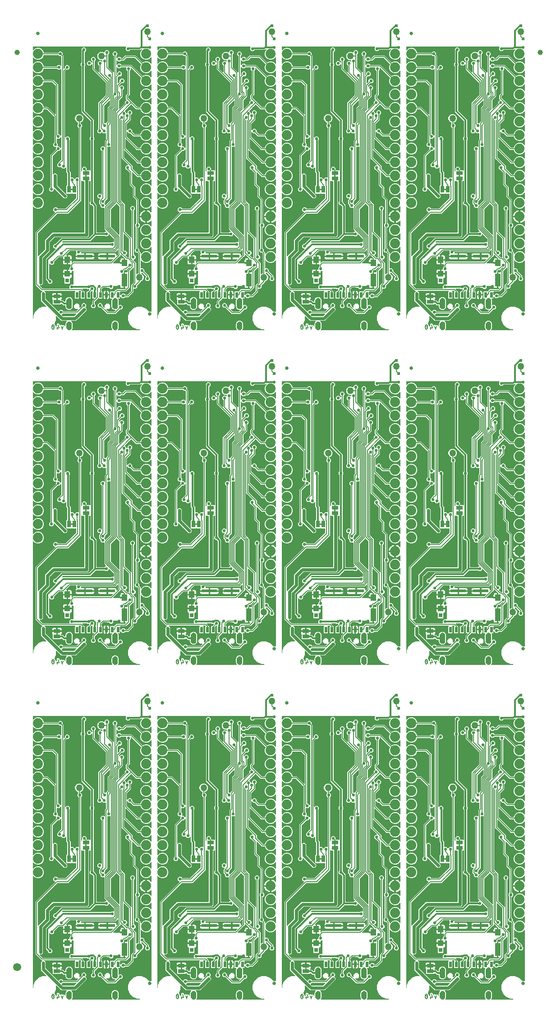
<source format=gbl>
G04 EAGLE Gerber RS-274X export*
G75*
%MOMM*%
%FSLAX34Y34*%
%LPD*%
%INBottom Copper*%
%IPPOS*%
%AMOC8*
5,1,8,0,0,1.08239X$1,22.5*%
G01*
%ADD10C,0.203200*%
%ADD11C,0.635000*%
%ADD12C,1.270000*%
%ADD13C,0.654000*%
%ADD14R,0.660400X1.270000*%
%ADD15R,1.270000X0.660400*%
%ADD16R,0.500000X1.000000*%
%ADD17R,0.720000X0.780000*%
%ADD18R,1.050000X1.080000*%
%ADD19R,1.050000X1.200000*%
%ADD20R,1.050000X2.390000*%
%ADD21R,2.910000X0.550000*%
%ADD22C,1.879600*%
%ADD23C,1.000000*%
%ADD24C,1.500000*%
%ADD25C,0.558800*%
%ADD26C,0.304800*%
%ADD27C,0.604000*%
%ADD28C,0.127000*%
%ADD29C,0.558800*%

G36*
X371366Y185943D02*
X371366Y185943D01*
X371457Y185951D01*
X371487Y185963D01*
X371519Y185968D01*
X371599Y186011D01*
X371683Y186047D01*
X371715Y186073D01*
X371736Y186084D01*
X371758Y186107D01*
X371814Y186152D01*
X372861Y187199D01*
X374329Y187199D01*
X374400Y187210D01*
X374472Y187212D01*
X374521Y187230D01*
X374572Y187238D01*
X374635Y187272D01*
X374703Y187297D01*
X374743Y187329D01*
X374789Y187354D01*
X374839Y187405D01*
X374895Y187450D01*
X374923Y187494D01*
X374959Y187532D01*
X374989Y187597D01*
X375028Y187657D01*
X375040Y187708D01*
X375062Y187755D01*
X375070Y187826D01*
X375088Y187896D01*
X375084Y187948D01*
X375089Y187999D01*
X375074Y188070D01*
X375069Y188141D01*
X375048Y188189D01*
X375037Y188240D01*
X375000Y188301D01*
X374972Y188367D01*
X374927Y188423D01*
X374911Y188451D01*
X374893Y188466D01*
X374867Y188498D01*
X372708Y190657D01*
X371220Y192145D01*
X371220Y231195D01*
X371219Y231204D01*
X371219Y231209D01*
X371214Y231234D01*
X371209Y231266D01*
X371207Y231337D01*
X371189Y231386D01*
X371181Y231438D01*
X371147Y231501D01*
X371122Y231568D01*
X371090Y231609D01*
X371065Y231655D01*
X371013Y231704D01*
X370969Y231760D01*
X370925Y231789D01*
X370887Y231824D01*
X370822Y231855D01*
X370762Y231893D01*
X370711Y231906D01*
X370664Y231928D01*
X370593Y231936D01*
X370523Y231953D01*
X370471Y231949D01*
X370420Y231955D01*
X370349Y231940D01*
X370278Y231934D01*
X370230Y231914D01*
X370179Y231903D01*
X370177Y231901D01*
X366511Y231901D01*
X363981Y234431D01*
X363981Y237169D01*
X363967Y237259D01*
X363959Y237350D01*
X363947Y237380D01*
X363942Y237412D01*
X363899Y237493D01*
X363863Y237576D01*
X363837Y237609D01*
X363826Y237629D01*
X363803Y237651D01*
X363758Y237707D01*
X361441Y240024D01*
X361441Y246681D01*
X362929Y248169D01*
X363142Y248382D01*
X363184Y248440D01*
X363233Y248492D01*
X363255Y248539D01*
X363286Y248581D01*
X363307Y248650D01*
X363337Y248715D01*
X363343Y248767D01*
X363358Y248816D01*
X363356Y248888D01*
X363364Y248959D01*
X363353Y249010D01*
X363352Y249062D01*
X363327Y249130D01*
X363312Y249200D01*
X363285Y249245D01*
X363267Y249293D01*
X363222Y249349D01*
X363185Y249411D01*
X363146Y249445D01*
X363113Y249485D01*
X363053Y249524D01*
X362999Y249571D01*
X362950Y249590D01*
X362906Y249618D01*
X362837Y249636D01*
X362770Y249663D01*
X362699Y249671D01*
X362668Y249679D01*
X362645Y249677D01*
X362604Y249681D01*
X360161Y249681D01*
X357631Y252211D01*
X357631Y255789D01*
X360161Y258319D01*
X363739Y258319D01*
X364841Y257217D01*
X364899Y257175D01*
X364951Y257126D01*
X364998Y257104D01*
X365040Y257073D01*
X365109Y257052D01*
X365174Y257022D01*
X365226Y257016D01*
X365276Y257001D01*
X365347Y257003D01*
X365418Y256995D01*
X365469Y257006D01*
X365521Y257007D01*
X365589Y257032D01*
X365659Y257047D01*
X365704Y257074D01*
X365752Y257092D01*
X365808Y257137D01*
X365870Y257173D01*
X365904Y257213D01*
X365944Y257245D01*
X365983Y257306D01*
X366030Y257360D01*
X366049Y257409D01*
X366077Y257452D01*
X366095Y257522D01*
X366122Y257588D01*
X366130Y257660D01*
X366138Y257691D01*
X366136Y257714D01*
X366140Y257755D01*
X366140Y338637D01*
X366126Y338727D01*
X366118Y338818D01*
X366106Y338848D01*
X366101Y338880D01*
X366058Y338960D01*
X366022Y339044D01*
X365996Y339076D01*
X365985Y339097D01*
X365962Y339119D01*
X365917Y339175D01*
X363981Y341111D01*
X363981Y344689D01*
X366511Y347219D01*
X370089Y347219D01*
X370810Y346498D01*
X370868Y346456D01*
X370920Y346407D01*
X370967Y346385D01*
X371009Y346354D01*
X371078Y346333D01*
X371143Y346303D01*
X371195Y346297D01*
X371245Y346282D01*
X371316Y346284D01*
X371387Y346276D01*
X371438Y346287D01*
X371490Y346288D01*
X371558Y346313D01*
X371628Y346328D01*
X371673Y346355D01*
X371721Y346373D01*
X371777Y346418D01*
X371839Y346454D01*
X371873Y346494D01*
X371913Y346526D01*
X371952Y346587D01*
X371999Y346641D01*
X372018Y346690D01*
X372046Y346733D01*
X372064Y346803D01*
X372091Y346869D01*
X372099Y346941D01*
X372107Y346972D01*
X372105Y346995D01*
X372109Y347036D01*
X372109Y358441D01*
X374045Y360377D01*
X374098Y360451D01*
X374158Y360520D01*
X374170Y360551D01*
X374189Y360577D01*
X374216Y360664D01*
X374250Y360749D01*
X374254Y360790D01*
X374261Y360812D01*
X374260Y360844D01*
X374268Y360915D01*
X374268Y371403D01*
X374257Y371474D01*
X374255Y371545D01*
X374237Y371594D01*
X374229Y371646D01*
X374195Y371709D01*
X374170Y371776D01*
X374138Y371817D01*
X374113Y371863D01*
X374061Y371912D01*
X374017Y371968D01*
X373973Y371996D01*
X373935Y372032D01*
X373870Y372063D01*
X373810Y372101D01*
X373759Y372114D01*
X373712Y372136D01*
X373641Y372144D01*
X373571Y372161D01*
X373519Y372157D01*
X373468Y372163D01*
X373397Y372148D01*
X373326Y372142D01*
X373278Y372122D01*
X373227Y372111D01*
X373166Y372074D01*
X373100Y372046D01*
X373044Y372001D01*
X373016Y371985D01*
X373001Y371967D01*
X372969Y371941D01*
X372629Y371601D01*
X369051Y371601D01*
X366933Y373719D01*
X366917Y373731D01*
X366905Y373746D01*
X366817Y373802D01*
X366734Y373863D01*
X366715Y373868D01*
X366698Y373879D01*
X366597Y373905D01*
X366498Y373935D01*
X366479Y373934D01*
X366459Y373939D01*
X366356Y373931D01*
X366253Y373929D01*
X366234Y373922D01*
X366214Y373920D01*
X366119Y373880D01*
X366022Y373844D01*
X366006Y373832D01*
X365988Y373824D01*
X365857Y373719D01*
X363993Y371855D01*
X360415Y371855D01*
X357885Y374385D01*
X357885Y377963D01*
X359821Y379899D01*
X359874Y379973D01*
X359934Y380042D01*
X359946Y380072D01*
X359965Y380099D01*
X359992Y380186D01*
X360026Y380270D01*
X360030Y380311D01*
X360037Y380334D01*
X360036Y380366D01*
X360044Y380437D01*
X360044Y429139D01*
X373537Y442632D01*
X373590Y442706D01*
X373650Y442775D01*
X373662Y442805D01*
X373681Y442831D01*
X373708Y442918D01*
X373742Y443003D01*
X373746Y443044D01*
X373753Y443066D01*
X373752Y443099D01*
X373760Y443170D01*
X373760Y466150D01*
X373746Y466240D01*
X373738Y466331D01*
X373726Y466361D01*
X373721Y466393D01*
X373678Y466474D01*
X373642Y466557D01*
X373616Y466590D01*
X373605Y466610D01*
X373582Y466632D01*
X373537Y466688D01*
X348360Y491865D01*
X348360Y500435D01*
X348349Y500506D01*
X348347Y500577D01*
X348329Y500626D01*
X348321Y500678D01*
X348287Y500741D01*
X348262Y500808D01*
X348230Y500849D01*
X348205Y500895D01*
X348153Y500944D01*
X348109Y501000D01*
X348065Y501029D01*
X348027Y501064D01*
X347962Y501095D01*
X347902Y501133D01*
X347851Y501146D01*
X347804Y501168D01*
X347733Y501176D01*
X347663Y501193D01*
X347611Y501189D01*
X347560Y501195D01*
X347489Y501180D01*
X347418Y501174D01*
X347370Y501154D01*
X347319Y501143D01*
X347258Y501106D01*
X347192Y501078D01*
X347136Y501033D01*
X347108Y501017D01*
X347093Y500999D01*
X347061Y500973D01*
X344689Y498601D01*
X341111Y498601D01*
X338581Y501131D01*
X338581Y504709D01*
X341111Y507239D01*
X344689Y507239D01*
X347061Y504867D01*
X347119Y504825D01*
X347171Y504776D01*
X347218Y504754D01*
X347260Y504723D01*
X347329Y504702D01*
X347394Y504672D01*
X347446Y504666D01*
X347496Y504651D01*
X347567Y504653D01*
X347638Y504645D01*
X347689Y504656D01*
X347741Y504657D01*
X347809Y504682D01*
X347879Y504697D01*
X347924Y504724D01*
X347972Y504742D01*
X348028Y504787D01*
X348090Y504823D01*
X348124Y504863D01*
X348164Y504895D01*
X348203Y504956D01*
X348250Y505010D01*
X348269Y505059D01*
X348297Y505102D01*
X348315Y505172D01*
X348342Y505238D01*
X348350Y505310D01*
X348358Y505341D01*
X348356Y505364D01*
X348360Y505405D01*
X348360Y506277D01*
X348346Y506367D01*
X348338Y506458D01*
X348326Y506488D01*
X348321Y506520D01*
X348278Y506600D01*
X348242Y506684D01*
X348216Y506716D01*
X348205Y506737D01*
X348182Y506759D01*
X348137Y506815D01*
X346201Y508751D01*
X346201Y512329D01*
X348731Y514859D01*
X352309Y514859D01*
X354839Y512329D01*
X354839Y508751D01*
X352903Y506815D01*
X352850Y506741D01*
X352790Y506672D01*
X352778Y506642D01*
X352759Y506615D01*
X352732Y506528D01*
X352698Y506444D01*
X352694Y506403D01*
X352687Y506380D01*
X352688Y506348D01*
X352680Y506277D01*
X352680Y493970D01*
X352694Y493880D01*
X352702Y493789D01*
X352714Y493759D01*
X352719Y493727D01*
X352762Y493646D01*
X352798Y493563D01*
X352824Y493530D01*
X352835Y493510D01*
X352858Y493488D01*
X352903Y493432D01*
X359761Y486574D01*
X359819Y486532D01*
X359871Y486482D01*
X359918Y486460D01*
X359960Y486430D01*
X360029Y486409D01*
X360094Y486379D01*
X360146Y486373D01*
X360196Y486358D01*
X360267Y486360D01*
X360338Y486352D01*
X360389Y486363D01*
X360441Y486364D01*
X360509Y486389D01*
X360579Y486404D01*
X360624Y486431D01*
X360672Y486448D01*
X360728Y486493D01*
X360790Y486530D01*
X360824Y486570D01*
X360864Y486602D01*
X360903Y486662D01*
X360950Y486717D01*
X360969Y486765D01*
X360997Y486809D01*
X361015Y486879D01*
X361042Y486945D01*
X361050Y487016D01*
X361058Y487048D01*
X361056Y487071D01*
X361060Y487112D01*
X361060Y498657D01*
X361046Y498747D01*
X361038Y498838D01*
X361026Y498868D01*
X361021Y498900D01*
X360978Y498980D01*
X360942Y499064D01*
X360916Y499096D01*
X360905Y499117D01*
X360882Y499139D01*
X360837Y499195D01*
X358901Y501131D01*
X358901Y504709D01*
X361431Y507239D01*
X365009Y507239D01*
X365598Y506649D01*
X365657Y506607D01*
X365709Y506558D01*
X365756Y506536D01*
X365798Y506506D01*
X365867Y506485D01*
X365932Y506454D01*
X365983Y506449D01*
X366033Y506433D01*
X366105Y506435D01*
X366176Y506427D01*
X366227Y506438D01*
X366279Y506440D01*
X366346Y506464D01*
X366416Y506480D01*
X366461Y506506D01*
X366510Y506524D01*
X366566Y506569D01*
X366628Y506606D01*
X366661Y506645D01*
X366702Y506678D01*
X366741Y506738D01*
X366787Y506793D01*
X366807Y506841D01*
X366835Y506885D01*
X366853Y506954D01*
X366879Y507021D01*
X366887Y507092D01*
X366895Y507123D01*
X366893Y507147D01*
X366898Y507188D01*
X366898Y508254D01*
X366895Y508274D01*
X366897Y508293D01*
X366875Y508395D01*
X366858Y508497D01*
X366849Y508514D01*
X366845Y508534D01*
X366791Y508623D01*
X366743Y508714D01*
X366729Y508728D01*
X366718Y508745D01*
X366640Y508812D01*
X366565Y508884D01*
X366547Y508892D01*
X366532Y508905D01*
X366435Y508944D01*
X366342Y508987D01*
X366322Y508989D01*
X366303Y508997D01*
X366137Y509015D01*
X364194Y509015D01*
X361299Y510214D01*
X359084Y512429D01*
X357885Y515324D01*
X357885Y518456D01*
X359084Y521351D01*
X361299Y523566D01*
X364194Y524765D01*
X367326Y524765D01*
X370221Y523566D01*
X370302Y523485D01*
X370360Y523443D01*
X370412Y523394D01*
X370459Y523372D01*
X370501Y523341D01*
X370570Y523320D01*
X370635Y523290D01*
X370687Y523284D01*
X370736Y523269D01*
X370808Y523271D01*
X370879Y523263D01*
X370930Y523274D01*
X370982Y523275D01*
X371050Y523300D01*
X371120Y523315D01*
X371165Y523342D01*
X371213Y523360D01*
X371269Y523404D01*
X371331Y523441D01*
X371365Y523481D01*
X371405Y523513D01*
X371444Y523574D01*
X371491Y523628D01*
X371510Y523677D01*
X371538Y523720D01*
X371556Y523790D01*
X371583Y523856D01*
X371591Y523928D01*
X371599Y523959D01*
X371597Y523982D01*
X371601Y524023D01*
X371601Y525029D01*
X374131Y527559D01*
X377709Y527559D01*
X380239Y525029D01*
X380239Y521451D01*
X378303Y519515D01*
X378250Y519441D01*
X378190Y519372D01*
X378178Y519342D01*
X378159Y519315D01*
X378132Y519228D01*
X378098Y519144D01*
X378094Y519103D01*
X378087Y519080D01*
X378088Y519048D01*
X378080Y518977D01*
X378080Y496432D01*
X378094Y496342D01*
X378102Y496251D01*
X378114Y496222D01*
X378119Y496190D01*
X378162Y496109D01*
X378198Y496025D01*
X378224Y495993D01*
X378235Y495972D01*
X378258Y495950D01*
X378303Y495894D01*
X386752Y487445D01*
X387701Y486496D01*
X387759Y486454D01*
X387811Y486405D01*
X387858Y486383D01*
X387900Y486352D01*
X387969Y486331D01*
X388034Y486301D01*
X388086Y486295D01*
X388136Y486280D01*
X388207Y486282D01*
X388278Y486274D01*
X388329Y486285D01*
X388381Y486286D01*
X388449Y486311D01*
X388519Y486326D01*
X388564Y486353D01*
X388612Y486371D01*
X388668Y486416D01*
X388730Y486453D01*
X388764Y486492D01*
X388804Y486525D01*
X388843Y486585D01*
X388890Y486639D01*
X388909Y486688D01*
X388937Y486732D01*
X388955Y486801D01*
X388982Y486868D01*
X388990Y486939D01*
X388998Y486970D01*
X388996Y486993D01*
X389000Y487034D01*
X389000Y516437D01*
X388986Y516527D01*
X388978Y516618D01*
X388966Y516648D01*
X388961Y516680D01*
X388918Y516760D01*
X388882Y516844D01*
X388856Y516876D01*
X388845Y516897D01*
X388822Y516919D01*
X388777Y516975D01*
X386841Y518911D01*
X386841Y522489D01*
X389371Y525019D01*
X392949Y525019D01*
X395479Y522489D01*
X395479Y518911D01*
X393543Y516975D01*
X393490Y516901D01*
X393430Y516832D01*
X393418Y516802D01*
X393399Y516775D01*
X393372Y516688D01*
X393338Y516604D01*
X393334Y516563D01*
X393327Y516540D01*
X393328Y516508D01*
X393320Y516437D01*
X393320Y513025D01*
X393331Y512954D01*
X393333Y512883D01*
X393351Y512834D01*
X393359Y512782D01*
X393393Y512719D01*
X393418Y512652D01*
X393450Y512611D01*
X393475Y512565D01*
X393527Y512516D01*
X393571Y512460D01*
X393615Y512431D01*
X393653Y512396D01*
X393718Y512365D01*
X393778Y512327D01*
X393829Y512314D01*
X393876Y512292D01*
X393947Y512284D01*
X394017Y512267D01*
X394069Y512271D01*
X394120Y512265D01*
X394191Y512280D01*
X394262Y512286D01*
X394310Y512306D01*
X394361Y512317D01*
X394422Y512354D01*
X394488Y512382D01*
X394544Y512427D01*
X394572Y512443D01*
X394587Y512461D01*
X394619Y512487D01*
X396991Y514859D01*
X400569Y514859D01*
X402505Y512923D01*
X402579Y512870D01*
X402648Y512810D01*
X402678Y512798D01*
X402705Y512779D01*
X402792Y512752D01*
X402876Y512718D01*
X402917Y512714D01*
X402940Y512707D01*
X402972Y512708D01*
X403043Y512700D01*
X405190Y512700D01*
X405280Y512714D01*
X405371Y512722D01*
X405401Y512734D01*
X405433Y512739D01*
X405514Y512782D01*
X405597Y512818D01*
X405630Y512844D01*
X405650Y512855D01*
X405672Y512878D01*
X405728Y512923D01*
X410585Y517780D01*
X430155Y517780D01*
X443020Y504914D01*
X443115Y504846D01*
X443209Y504776D01*
X443215Y504774D01*
X443220Y504771D01*
X443331Y504736D01*
X443443Y504700D01*
X443449Y504700D01*
X443455Y504698D01*
X443572Y504701D01*
X443689Y504702D01*
X443696Y504704D01*
X443701Y504705D01*
X443718Y504711D01*
X443850Y504749D01*
X447407Y506223D01*
X451753Y506223D01*
X455767Y504560D01*
X458186Y502141D01*
X458244Y502099D01*
X458296Y502050D01*
X458343Y502028D01*
X458385Y501998D01*
X458454Y501977D01*
X458519Y501946D01*
X458571Y501941D01*
X458621Y501925D01*
X458692Y501927D01*
X458763Y501919D01*
X458814Y501930D01*
X458866Y501932D01*
X458934Y501956D01*
X459004Y501972D01*
X459049Y501998D01*
X459097Y502016D01*
X459153Y502061D01*
X459215Y502098D01*
X459249Y502137D01*
X459289Y502170D01*
X459328Y502230D01*
X459375Y502285D01*
X459394Y502333D01*
X459422Y502377D01*
X459440Y502446D01*
X459467Y502513D01*
X459475Y502584D01*
X459483Y502615D01*
X459481Y502639D01*
X459485Y502680D01*
X459485Y513320D01*
X459474Y513391D01*
X459472Y513463D01*
X459454Y513512D01*
X459446Y513563D01*
X459412Y513626D01*
X459387Y513694D01*
X459355Y513734D01*
X459330Y513781D01*
X459278Y513830D01*
X459234Y513886D01*
X459190Y513914D01*
X459152Y513950D01*
X459087Y513980D01*
X459027Y514019D01*
X458976Y514032D01*
X458929Y514054D01*
X458858Y514061D01*
X458788Y514079D01*
X458736Y514075D01*
X458685Y514081D01*
X458614Y514065D01*
X458543Y514060D01*
X458495Y514039D01*
X458444Y514028D01*
X458383Y513992D01*
X458317Y513963D01*
X458261Y513919D01*
X458233Y513902D01*
X458218Y513884D01*
X458186Y513859D01*
X455767Y511440D01*
X451753Y509777D01*
X447407Y509777D01*
X443393Y511440D01*
X440320Y514513D01*
X438657Y518527D01*
X438657Y522873D01*
X440320Y526887D01*
X441977Y528544D01*
X442019Y528602D01*
X442068Y528654D01*
X442090Y528701D01*
X442120Y528743D01*
X442141Y528812D01*
X442172Y528877D01*
X442177Y528929D01*
X442193Y528979D01*
X442191Y529050D01*
X442199Y529121D01*
X442188Y529172D01*
X442186Y529224D01*
X442162Y529292D01*
X442146Y529362D01*
X442120Y529407D01*
X442102Y529455D01*
X442057Y529511D01*
X442020Y529573D01*
X441981Y529607D01*
X441948Y529647D01*
X441888Y529686D01*
X441833Y529733D01*
X441785Y529752D01*
X441741Y529780D01*
X441672Y529798D01*
X441605Y529825D01*
X441534Y529833D01*
X441503Y529841D01*
X441479Y529839D01*
X441438Y529843D01*
X440871Y529843D01*
X440781Y529829D01*
X440690Y529821D01*
X440660Y529809D01*
X440628Y529804D01*
X440548Y529761D01*
X440464Y529725D01*
X440432Y529699D01*
X440411Y529688D01*
X440389Y529665D01*
X440333Y529620D01*
X438905Y528192D01*
X419426Y528192D01*
X419336Y528178D01*
X419245Y528170D01*
X419215Y528158D01*
X419183Y528153D01*
X419103Y528110D01*
X419019Y528074D01*
X418987Y528048D01*
X418966Y528037D01*
X418944Y528014D01*
X418888Y527969D01*
X417079Y526160D01*
X413501Y526160D01*
X410971Y528690D01*
X410971Y532268D01*
X411565Y532862D01*
X411607Y532920D01*
X411656Y532972D01*
X411678Y533019D01*
X411709Y533061D01*
X411730Y533130D01*
X411760Y533195D01*
X411766Y533247D01*
X411781Y533297D01*
X411779Y533368D01*
X411787Y533439D01*
X411776Y533490D01*
X411775Y533542D01*
X411750Y533610D01*
X411735Y533680D01*
X411708Y533724D01*
X411690Y533773D01*
X411645Y533829D01*
X411609Y533891D01*
X411569Y533925D01*
X411536Y533965D01*
X411476Y534004D01*
X411422Y534051D01*
X411373Y534070D01*
X411330Y534098D01*
X411260Y534116D01*
X411194Y534143D01*
X411122Y534151D01*
X411091Y534159D01*
X411068Y534157D01*
X411027Y534161D01*
X237236Y534161D01*
X237216Y534158D01*
X237197Y534160D01*
X237095Y534138D01*
X236993Y534122D01*
X236976Y534112D01*
X236956Y534108D01*
X236867Y534055D01*
X236776Y534006D01*
X236762Y533992D01*
X236745Y533982D01*
X236678Y533903D01*
X236606Y533828D01*
X236598Y533810D01*
X236585Y533795D01*
X236546Y533699D01*
X236503Y533605D01*
X236501Y533585D01*
X236493Y533567D01*
X236475Y533400D01*
X236475Y528080D01*
X236486Y528009D01*
X236488Y527937D01*
X236506Y527888D01*
X236514Y527837D01*
X236548Y527774D01*
X236573Y527706D01*
X236605Y527666D01*
X236630Y527619D01*
X236682Y527570D01*
X236726Y527514D01*
X236770Y527486D01*
X236808Y527450D01*
X236873Y527420D01*
X236933Y527381D01*
X236984Y527368D01*
X237031Y527346D01*
X237102Y527339D01*
X237172Y527321D01*
X237224Y527325D01*
X237275Y527319D01*
X237346Y527335D01*
X237417Y527340D01*
X237465Y527361D01*
X237516Y527372D01*
X237577Y527408D01*
X237643Y527437D01*
X237699Y527481D01*
X237727Y527498D01*
X237742Y527516D01*
X237774Y527541D01*
X240193Y529960D01*
X244207Y531623D01*
X248553Y531623D01*
X252567Y529960D01*
X255640Y526887D01*
X257113Y523330D01*
X257175Y523230D01*
X257235Y523130D01*
X257240Y523126D01*
X257243Y523121D01*
X257333Y523046D01*
X257422Y522970D01*
X257428Y522968D01*
X257433Y522964D01*
X257541Y522922D01*
X257650Y522878D01*
X257658Y522877D01*
X257662Y522876D01*
X257680Y522875D01*
X257817Y522860D01*
X284281Y522860D01*
X284371Y522874D01*
X284462Y522882D01*
X284492Y522894D01*
X284524Y522899D01*
X284604Y522942D01*
X284688Y522978D01*
X284720Y523004D01*
X284741Y523015D01*
X284763Y523038D01*
X284819Y523083D01*
X286755Y525019D01*
X290333Y525019D01*
X292863Y522489D01*
X292863Y519751D01*
X292877Y519661D01*
X292885Y519570D01*
X292897Y519540D01*
X292902Y519508D01*
X292945Y519427D01*
X292981Y519344D01*
X293007Y519311D01*
X293018Y519291D01*
X293041Y519269D01*
X293086Y519213D01*
X294514Y517785D01*
X294514Y493716D01*
X294525Y493645D01*
X294527Y493573D01*
X294545Y493524D01*
X294553Y493473D01*
X294587Y493410D01*
X294612Y493342D01*
X294644Y493302D01*
X294669Y493256D01*
X294720Y493206D01*
X294765Y493150D01*
X294809Y493122D01*
X294847Y493086D01*
X294912Y493056D01*
X294972Y493017D01*
X295023Y493005D01*
X295070Y492983D01*
X295141Y492975D01*
X295211Y492957D01*
X295263Y492961D01*
X295314Y492956D01*
X295385Y492971D01*
X295456Y492976D01*
X295504Y492997D01*
X295555Y493008D01*
X295616Y493045D01*
X295682Y493073D01*
X295738Y493118D01*
X295766Y493134D01*
X295781Y493152D01*
X295813Y493178D01*
X296448Y493813D01*
X296502Y493887D01*
X296561Y493956D01*
X296573Y493986D01*
X296592Y494012D01*
X296619Y494099D01*
X296653Y494184D01*
X296657Y494225D01*
X296664Y494247D01*
X296663Y494280D01*
X296671Y494351D01*
X296671Y497089D01*
X299201Y499619D01*
X302779Y499619D01*
X305309Y497089D01*
X305309Y493511D01*
X302779Y490981D01*
X300041Y490981D01*
X299951Y490967D01*
X299860Y490959D01*
X299830Y490947D01*
X299798Y490942D01*
X299717Y490899D01*
X299634Y490863D01*
X299601Y490837D01*
X299581Y490826D01*
X299559Y490803D01*
X299503Y490758D01*
X297277Y488532D01*
X297224Y488458D01*
X297164Y488389D01*
X297152Y488359D01*
X297133Y488333D01*
X297106Y488246D01*
X297072Y488161D01*
X297068Y488120D01*
X297061Y488098D01*
X297062Y488065D01*
X297054Y487994D01*
X297054Y364689D01*
X297065Y364618D01*
X297067Y364547D01*
X297085Y364498D01*
X297093Y364446D01*
X297127Y364383D01*
X297152Y364316D01*
X297184Y364275D01*
X297209Y364229D01*
X297261Y364180D01*
X297305Y364124D01*
X297349Y364095D01*
X297387Y364060D01*
X297452Y364029D01*
X297512Y363991D01*
X297563Y363978D01*
X297610Y363956D01*
X297681Y363948D01*
X297751Y363931D01*
X297803Y363935D01*
X297854Y363929D01*
X297925Y363944D01*
X297996Y363950D01*
X298044Y363970D01*
X298095Y363981D01*
X298156Y364018D01*
X298222Y364046D01*
X298278Y364091D01*
X298306Y364107D01*
X298321Y364125D01*
X298353Y364151D01*
X300471Y366269D01*
X304049Y366269D01*
X306579Y363739D01*
X306579Y360161D01*
X305913Y359495D01*
X305860Y359421D01*
X305800Y359352D01*
X305788Y359322D01*
X305769Y359295D01*
X305742Y359208D01*
X305708Y359124D01*
X305704Y359083D01*
X305697Y359060D01*
X305698Y359028D01*
X305690Y358957D01*
X305690Y301784D01*
X305704Y301694D01*
X305712Y301603D01*
X305724Y301573D01*
X305729Y301541D01*
X305772Y301460D01*
X305808Y301376D01*
X305834Y301344D01*
X305845Y301324D01*
X305868Y301301D01*
X305913Y301246D01*
X307722Y299436D01*
X307722Y289560D01*
X307725Y289540D01*
X307723Y289521D01*
X307745Y289419D01*
X307761Y289317D01*
X307771Y289300D01*
X307775Y289280D01*
X307828Y289191D01*
X307877Y289100D01*
X307891Y289086D01*
X307901Y289069D01*
X307980Y289002D01*
X308055Y288930D01*
X308073Y288922D01*
X308088Y288909D01*
X308184Y288870D01*
X308278Y288827D01*
X308298Y288825D01*
X308316Y288817D01*
X308483Y288799D01*
X312050Y288799D01*
X314612Y286236D01*
X314628Y286225D01*
X314641Y286209D01*
X314728Y286153D01*
X314812Y286093D01*
X314831Y286087D01*
X314848Y286076D01*
X314948Y286051D01*
X315047Y286020D01*
X315067Y286021D01*
X315086Y286016D01*
X315189Y286024D01*
X315293Y286027D01*
X315312Y286034D01*
X315332Y286035D01*
X315426Y286076D01*
X315524Y286111D01*
X315540Y286124D01*
X315558Y286132D01*
X315689Y286236D01*
X318251Y288799D01*
X321937Y288799D01*
X321994Y288772D01*
X322046Y288766D01*
X322095Y288751D01*
X322167Y288753D01*
X322238Y288745D01*
X322289Y288756D01*
X322341Y288757D01*
X322409Y288782D01*
X322479Y288797D01*
X322523Y288824D01*
X322572Y288842D01*
X322628Y288887D01*
X322690Y288923D01*
X322724Y288963D01*
X322764Y288995D01*
X322803Y289056D01*
X322850Y289110D01*
X322869Y289159D01*
X322897Y289202D01*
X322915Y289272D01*
X322942Y289338D01*
X322950Y289409D01*
X322958Y289441D01*
X322956Y289464D01*
X322960Y289505D01*
X322960Y382071D01*
X322946Y382161D01*
X322938Y382252D01*
X322926Y382282D01*
X322921Y382314D01*
X322878Y382394D01*
X322842Y382478D01*
X322816Y382510D01*
X322805Y382531D01*
X322782Y382553D01*
X322737Y382609D01*
X320801Y384545D01*
X320801Y388123D01*
X321467Y388789D01*
X321520Y388863D01*
X321580Y388932D01*
X321592Y388962D01*
X321611Y388989D01*
X321638Y389076D01*
X321672Y389160D01*
X321676Y389201D01*
X321683Y389224D01*
X321682Y389256D01*
X321690Y389327D01*
X321690Y391912D01*
X321671Y392027D01*
X321654Y392143D01*
X321652Y392149D01*
X321651Y392155D01*
X321596Y392258D01*
X321543Y392363D01*
X321538Y392367D01*
X321535Y392373D01*
X321451Y392452D01*
X321367Y392535D01*
X321361Y392538D01*
X321357Y392542D01*
X321340Y392550D01*
X321220Y392616D01*
X319389Y393374D01*
X317174Y395589D01*
X315975Y398484D01*
X315975Y401616D01*
X317174Y404511D01*
X319389Y406726D01*
X322284Y407925D01*
X325416Y407925D01*
X328311Y406726D01*
X330526Y404511D01*
X331725Y401616D01*
X331725Y398484D01*
X330526Y395589D01*
X328311Y393374D01*
X326480Y392616D01*
X326380Y392554D01*
X326280Y392494D01*
X326276Y392489D01*
X326271Y392486D01*
X326196Y392396D01*
X326120Y392307D01*
X326118Y392301D01*
X326114Y392297D01*
X326072Y392189D01*
X326028Y392079D01*
X326027Y392072D01*
X326026Y392067D01*
X326025Y392049D01*
X326010Y391912D01*
X326010Y391414D01*
X326013Y391394D01*
X326011Y391375D01*
X326033Y391273D01*
X326049Y391171D01*
X326059Y391154D01*
X326063Y391134D01*
X326116Y391045D01*
X326165Y390954D01*
X326179Y390940D01*
X326189Y390923D01*
X326268Y390856D01*
X326343Y390784D01*
X326361Y390776D01*
X326376Y390763D01*
X326472Y390724D01*
X326566Y390681D01*
X326586Y390679D01*
X326604Y390671D01*
X326771Y390653D01*
X326909Y390653D01*
X329439Y388123D01*
X329439Y384545D01*
X327503Y382609D01*
X327450Y382535D01*
X327390Y382466D01*
X327378Y382436D01*
X327359Y382409D01*
X327332Y382322D01*
X327298Y382238D01*
X327294Y382197D01*
X327287Y382174D01*
X327288Y382142D01*
X327280Y382071D01*
X327280Y301683D01*
X327291Y301612D01*
X327293Y301540D01*
X327311Y301491D01*
X327319Y301440D01*
X327353Y301377D01*
X327378Y301309D01*
X327410Y301269D01*
X327435Y301223D01*
X327487Y301173D01*
X327531Y301117D01*
X327575Y301089D01*
X327613Y301053D01*
X327678Y301023D01*
X327738Y300984D01*
X327789Y300972D01*
X327836Y300950D01*
X327907Y300942D01*
X327977Y300924D01*
X328029Y300928D01*
X328080Y300923D01*
X328151Y300938D01*
X328222Y300943D01*
X328270Y300964D01*
X328321Y300975D01*
X328382Y301012D01*
X328448Y301040D01*
X328504Y301085D01*
X328532Y301101D01*
X328547Y301119D01*
X328579Y301145D01*
X329276Y301842D01*
X329288Y301858D01*
X329303Y301870D01*
X329359Y301957D01*
X329420Y302041D01*
X329426Y302060D01*
X329436Y302077D01*
X329462Y302177D01*
X329492Y302276D01*
X329492Y302296D01*
X329497Y302316D01*
X329488Y302419D01*
X329486Y302522D01*
X329479Y302541D01*
X329477Y302561D01*
X329437Y302656D01*
X329401Y302753D01*
X329389Y302769D01*
X329381Y302787D01*
X329276Y302918D01*
X329183Y303011D01*
X329183Y306589D01*
X331713Y309119D01*
X335291Y309119D01*
X337821Y306589D01*
X337821Y303851D01*
X337835Y303761D01*
X337843Y303670D01*
X337855Y303640D01*
X337860Y303608D01*
X337903Y303527D01*
X337939Y303444D01*
X337965Y303411D01*
X337976Y303391D01*
X337999Y303369D01*
X338044Y303313D01*
X338795Y302561D01*
X338816Y302526D01*
X338865Y302435D01*
X338879Y302421D01*
X338889Y302404D01*
X338968Y302337D01*
X339043Y302265D01*
X339061Y302257D01*
X339076Y302244D01*
X339172Y302205D01*
X339266Y302162D01*
X339286Y302160D01*
X339304Y302152D01*
X339471Y302134D01*
X343532Y302134D01*
X343632Y302034D01*
X343690Y301992D01*
X343742Y301942D01*
X343789Y301920D01*
X343831Y301890D01*
X343900Y301869D01*
X343965Y301839D01*
X344017Y301833D01*
X344067Y301818D01*
X344138Y301820D01*
X344209Y301812D01*
X344260Y301823D01*
X344312Y301824D01*
X344380Y301849D01*
X344450Y301864D01*
X344495Y301891D01*
X344543Y301908D01*
X344599Y301953D01*
X344661Y301990D01*
X344695Y302030D01*
X344735Y302062D01*
X344774Y302122D01*
X344821Y302177D01*
X344840Y302225D01*
X344868Y302269D01*
X344886Y302338D01*
X344913Y302405D01*
X344921Y302476D01*
X344929Y302508D01*
X344927Y302531D01*
X344931Y302572D01*
X344931Y358576D01*
X344917Y358666D01*
X344909Y358757D01*
X344897Y358787D01*
X344892Y358819D01*
X344849Y358899D01*
X344813Y358983D01*
X344787Y359015D01*
X344776Y359036D01*
X344753Y359058D01*
X344708Y359114D01*
X343661Y360161D01*
X343661Y363739D01*
X344708Y364786D01*
X344761Y364860D01*
X344821Y364929D01*
X344833Y364959D01*
X344852Y364986D01*
X344879Y365073D01*
X344913Y365157D01*
X344917Y365198D01*
X344924Y365221D01*
X344923Y365253D01*
X344931Y365324D01*
X344931Y394662D01*
X344917Y394752D01*
X344909Y394843D01*
X344897Y394873D01*
X344892Y394905D01*
X344849Y394985D01*
X344813Y395069D01*
X344787Y395101D01*
X344776Y395122D01*
X344753Y395144D01*
X344708Y395200D01*
X330049Y409859D01*
X328040Y411868D01*
X328040Y497514D01*
X328026Y497604D01*
X328018Y497695D01*
X328006Y497725D01*
X328001Y497757D01*
X327958Y497837D01*
X327922Y497921D01*
X327896Y497953D01*
X327885Y497974D01*
X327862Y497996D01*
X327817Y498052D01*
X326643Y499226D01*
X326643Y502804D01*
X327690Y503851D01*
X327743Y503925D01*
X327803Y503994D01*
X327815Y504024D01*
X327834Y504051D01*
X327861Y504138D01*
X327895Y504222D01*
X327899Y504263D01*
X327906Y504286D01*
X327905Y504318D01*
X327913Y504389D01*
X327913Y527805D01*
X328198Y528090D01*
X328251Y528164D01*
X328311Y528233D01*
X328323Y528263D01*
X328342Y528290D01*
X328369Y528377D01*
X328403Y528461D01*
X328407Y528502D01*
X328414Y528525D01*
X328413Y528557D01*
X328421Y528628D01*
X328421Y530109D01*
X330951Y532639D01*
X334529Y532639D01*
X337059Y530109D01*
X337059Y526531D01*
X334451Y523923D01*
X334403Y523895D01*
X334312Y523846D01*
X334298Y523832D01*
X334281Y523822D01*
X334214Y523743D01*
X334142Y523668D01*
X334134Y523650D01*
X334121Y523635D01*
X334082Y523539D01*
X334039Y523445D01*
X334037Y523425D01*
X334029Y523407D01*
X334011Y523240D01*
X334011Y504389D01*
X334025Y504299D01*
X334033Y504208D01*
X334045Y504178D01*
X334050Y504146D01*
X334093Y504066D01*
X334129Y503982D01*
X334155Y503950D01*
X334166Y503929D01*
X334189Y503907D01*
X334234Y503851D01*
X335281Y502804D01*
X335281Y499226D01*
X334361Y498306D01*
X334308Y498232D01*
X334248Y498163D01*
X334236Y498133D01*
X334217Y498106D01*
X334190Y498019D01*
X334156Y497935D01*
X334152Y497894D01*
X334145Y497871D01*
X334146Y497839D01*
X334138Y497768D01*
X334138Y414709D01*
X334152Y414619D01*
X334160Y414528D01*
X334172Y414498D01*
X334177Y414466D01*
X334220Y414386D01*
X334256Y414302D01*
X334282Y414270D01*
X334293Y414249D01*
X334316Y414227D01*
X334361Y414171D01*
X349020Y399512D01*
X351029Y397503D01*
X351029Y365324D01*
X351043Y365234D01*
X351051Y365143D01*
X351063Y365113D01*
X351068Y365081D01*
X351111Y365001D01*
X351147Y364917D01*
X351173Y364885D01*
X351184Y364864D01*
X351207Y364842D01*
X351252Y364786D01*
X352299Y363739D01*
X352299Y360161D01*
X351252Y359114D01*
X351199Y359040D01*
X351139Y358971D01*
X351127Y358941D01*
X351108Y358914D01*
X351081Y358827D01*
X351047Y358743D01*
X351043Y358702D01*
X351036Y358679D01*
X351037Y358647D01*
X351029Y358576D01*
X351029Y244674D01*
X351043Y244584D01*
X351051Y244493D01*
X351063Y244463D01*
X351068Y244431D01*
X351111Y244351D01*
X351147Y244267D01*
X351173Y244235D01*
X351184Y244214D01*
X351207Y244192D01*
X351252Y244136D01*
X352299Y243089D01*
X352299Y241891D01*
X352313Y241801D01*
X352321Y241710D01*
X352333Y241680D01*
X352338Y241648D01*
X352381Y241567D01*
X352417Y241483D01*
X352443Y241451D01*
X352454Y241431D01*
X352477Y241409D01*
X352522Y241353D01*
X354608Y239266D01*
X356617Y237258D01*
X356617Y186690D01*
X356620Y186670D01*
X356618Y186651D01*
X356640Y186549D01*
X356656Y186447D01*
X356666Y186430D01*
X356670Y186410D01*
X356723Y186321D01*
X356772Y186230D01*
X356786Y186216D01*
X356796Y186199D01*
X356875Y186132D01*
X356950Y186060D01*
X356968Y186052D01*
X356983Y186039D01*
X357079Y186000D01*
X357173Y185957D01*
X357193Y185955D01*
X357211Y185947D01*
X357378Y185929D01*
X371276Y185929D01*
X371366Y185943D01*
G37*
G36*
X838726Y1440703D02*
X838726Y1440703D01*
X838817Y1440711D01*
X838847Y1440723D01*
X838879Y1440728D01*
X838959Y1440771D01*
X839043Y1440807D01*
X839075Y1440833D01*
X839096Y1440844D01*
X839118Y1440867D01*
X839174Y1440912D01*
X840221Y1441959D01*
X841689Y1441959D01*
X841760Y1441970D01*
X841832Y1441972D01*
X841881Y1441990D01*
X841932Y1441998D01*
X841995Y1442032D01*
X842063Y1442057D01*
X842103Y1442089D01*
X842149Y1442114D01*
X842199Y1442166D01*
X842255Y1442210D01*
X842283Y1442254D01*
X842319Y1442292D01*
X842349Y1442357D01*
X842388Y1442417D01*
X842400Y1442468D01*
X842422Y1442515D01*
X842430Y1442586D01*
X842448Y1442656D01*
X842444Y1442708D01*
X842449Y1442759D01*
X842434Y1442830D01*
X842429Y1442901D01*
X842408Y1442949D01*
X842397Y1443000D01*
X842360Y1443061D01*
X842332Y1443127D01*
X842287Y1443183D01*
X842271Y1443211D01*
X842253Y1443226D01*
X842227Y1443258D01*
X840068Y1445417D01*
X838580Y1446905D01*
X838580Y1485955D01*
X838579Y1485964D01*
X838579Y1485969D01*
X838574Y1485994D01*
X838569Y1486026D01*
X838567Y1486097D01*
X838549Y1486146D01*
X838541Y1486198D01*
X838507Y1486261D01*
X838482Y1486328D01*
X838450Y1486369D01*
X838425Y1486415D01*
X838373Y1486464D01*
X838329Y1486520D01*
X838285Y1486549D01*
X838247Y1486584D01*
X838182Y1486615D01*
X838122Y1486653D01*
X838071Y1486666D01*
X838024Y1486688D01*
X837953Y1486696D01*
X837883Y1486713D01*
X837831Y1486709D01*
X837780Y1486715D01*
X837709Y1486700D01*
X837638Y1486694D01*
X837590Y1486674D01*
X837539Y1486663D01*
X837537Y1486661D01*
X833871Y1486661D01*
X831341Y1489191D01*
X831341Y1491929D01*
X831327Y1492019D01*
X831319Y1492110D01*
X831307Y1492140D01*
X831302Y1492172D01*
X831259Y1492253D01*
X831223Y1492336D01*
X831197Y1492369D01*
X831186Y1492389D01*
X831163Y1492411D01*
X831118Y1492467D01*
X828801Y1494784D01*
X828801Y1501441D01*
X830289Y1502929D01*
X830502Y1503142D01*
X830544Y1503200D01*
X830593Y1503252D01*
X830615Y1503299D01*
X830646Y1503341D01*
X830667Y1503410D01*
X830697Y1503475D01*
X830703Y1503527D01*
X830718Y1503576D01*
X830716Y1503648D01*
X830724Y1503719D01*
X830713Y1503770D01*
X830712Y1503822D01*
X830687Y1503890D01*
X830672Y1503960D01*
X830645Y1504005D01*
X830627Y1504053D01*
X830582Y1504109D01*
X830545Y1504171D01*
X830506Y1504205D01*
X830473Y1504245D01*
X830413Y1504284D01*
X830359Y1504331D01*
X830310Y1504350D01*
X830266Y1504378D01*
X830197Y1504396D01*
X830130Y1504423D01*
X830059Y1504431D01*
X830028Y1504439D01*
X830005Y1504437D01*
X829964Y1504441D01*
X827521Y1504441D01*
X824991Y1506971D01*
X824991Y1510549D01*
X827521Y1513079D01*
X831099Y1513079D01*
X832201Y1511977D01*
X832259Y1511935D01*
X832311Y1511886D01*
X832358Y1511864D01*
X832400Y1511833D01*
X832469Y1511812D01*
X832534Y1511782D01*
X832586Y1511776D01*
X832636Y1511761D01*
X832707Y1511763D01*
X832778Y1511755D01*
X832829Y1511766D01*
X832881Y1511767D01*
X832949Y1511792D01*
X833019Y1511807D01*
X833064Y1511834D01*
X833112Y1511852D01*
X833168Y1511897D01*
X833230Y1511933D01*
X833264Y1511973D01*
X833304Y1512005D01*
X833343Y1512066D01*
X833390Y1512120D01*
X833409Y1512169D01*
X833437Y1512212D01*
X833455Y1512282D01*
X833482Y1512348D01*
X833490Y1512420D01*
X833498Y1512451D01*
X833496Y1512474D01*
X833500Y1512515D01*
X833500Y1593397D01*
X833486Y1593487D01*
X833478Y1593578D01*
X833466Y1593608D01*
X833461Y1593640D01*
X833418Y1593720D01*
X833382Y1593804D01*
X833356Y1593836D01*
X833345Y1593857D01*
X833322Y1593879D01*
X833277Y1593935D01*
X831341Y1595871D01*
X831341Y1599449D01*
X833871Y1601979D01*
X837449Y1601979D01*
X838170Y1601258D01*
X838228Y1601216D01*
X838280Y1601167D01*
X838327Y1601145D01*
X838369Y1601114D01*
X838438Y1601093D01*
X838503Y1601063D01*
X838555Y1601057D01*
X838605Y1601042D01*
X838676Y1601044D01*
X838747Y1601036D01*
X838798Y1601047D01*
X838850Y1601048D01*
X838918Y1601073D01*
X838988Y1601088D01*
X839033Y1601115D01*
X839081Y1601133D01*
X839137Y1601178D01*
X839199Y1601214D01*
X839233Y1601254D01*
X839273Y1601286D01*
X839312Y1601347D01*
X839359Y1601401D01*
X839378Y1601450D01*
X839406Y1601493D01*
X839424Y1601563D01*
X839451Y1601629D01*
X839459Y1601701D01*
X839467Y1601732D01*
X839465Y1601755D01*
X839469Y1601796D01*
X839469Y1613201D01*
X841405Y1615137D01*
X841458Y1615211D01*
X841518Y1615280D01*
X841530Y1615311D01*
X841549Y1615337D01*
X841576Y1615424D01*
X841610Y1615509D01*
X841614Y1615550D01*
X841621Y1615572D01*
X841620Y1615604D01*
X841628Y1615675D01*
X841628Y1626163D01*
X841617Y1626234D01*
X841615Y1626305D01*
X841597Y1626354D01*
X841589Y1626406D01*
X841555Y1626469D01*
X841530Y1626536D01*
X841498Y1626577D01*
X841473Y1626623D01*
X841421Y1626672D01*
X841377Y1626728D01*
X841333Y1626756D01*
X841295Y1626792D01*
X841230Y1626823D01*
X841170Y1626861D01*
X841119Y1626874D01*
X841072Y1626896D01*
X841001Y1626904D01*
X840931Y1626921D01*
X840879Y1626917D01*
X840828Y1626923D01*
X840757Y1626908D01*
X840686Y1626902D01*
X840638Y1626882D01*
X840587Y1626871D01*
X840526Y1626834D01*
X840460Y1626806D01*
X840404Y1626761D01*
X840376Y1626745D01*
X840361Y1626727D01*
X840329Y1626701D01*
X839989Y1626361D01*
X836411Y1626361D01*
X834293Y1628479D01*
X834277Y1628491D01*
X834265Y1628506D01*
X834177Y1628562D01*
X834094Y1628623D01*
X834075Y1628628D01*
X834058Y1628639D01*
X833957Y1628665D01*
X833858Y1628695D01*
X833839Y1628694D01*
X833819Y1628699D01*
X833716Y1628691D01*
X833613Y1628689D01*
X833594Y1628682D01*
X833574Y1628680D01*
X833479Y1628640D01*
X833382Y1628604D01*
X833366Y1628592D01*
X833348Y1628584D01*
X833217Y1628479D01*
X831353Y1626615D01*
X827775Y1626615D01*
X825245Y1629145D01*
X825245Y1632723D01*
X827181Y1634659D01*
X827234Y1634733D01*
X827294Y1634802D01*
X827306Y1634832D01*
X827325Y1634859D01*
X827352Y1634946D01*
X827386Y1635030D01*
X827390Y1635071D01*
X827397Y1635094D01*
X827396Y1635126D01*
X827404Y1635197D01*
X827404Y1683899D01*
X840897Y1697392D01*
X840950Y1697466D01*
X841010Y1697535D01*
X841022Y1697565D01*
X841041Y1697591D01*
X841068Y1697678D01*
X841102Y1697763D01*
X841106Y1697804D01*
X841113Y1697826D01*
X841112Y1697859D01*
X841120Y1697930D01*
X841120Y1720910D01*
X841106Y1721000D01*
X841098Y1721091D01*
X841086Y1721121D01*
X841081Y1721153D01*
X841038Y1721234D01*
X841002Y1721317D01*
X840976Y1721350D01*
X840965Y1721370D01*
X840942Y1721392D01*
X840897Y1721448D01*
X817208Y1745137D01*
X815720Y1746625D01*
X815720Y1755195D01*
X815709Y1755266D01*
X815707Y1755337D01*
X815689Y1755386D01*
X815681Y1755438D01*
X815647Y1755501D01*
X815622Y1755568D01*
X815590Y1755609D01*
X815565Y1755655D01*
X815513Y1755704D01*
X815469Y1755760D01*
X815425Y1755789D01*
X815387Y1755824D01*
X815322Y1755855D01*
X815262Y1755893D01*
X815211Y1755906D01*
X815164Y1755928D01*
X815093Y1755936D01*
X815023Y1755953D01*
X814971Y1755949D01*
X814920Y1755955D01*
X814849Y1755940D01*
X814778Y1755934D01*
X814730Y1755914D01*
X814679Y1755903D01*
X814618Y1755866D01*
X814552Y1755838D01*
X814496Y1755793D01*
X814468Y1755777D01*
X814453Y1755759D01*
X814421Y1755733D01*
X812049Y1753361D01*
X808471Y1753361D01*
X805941Y1755891D01*
X805941Y1759469D01*
X808471Y1761999D01*
X812049Y1761999D01*
X814421Y1759627D01*
X814479Y1759585D01*
X814531Y1759536D01*
X814578Y1759514D01*
X814620Y1759483D01*
X814689Y1759462D01*
X814754Y1759432D01*
X814806Y1759426D01*
X814856Y1759411D01*
X814927Y1759413D01*
X814998Y1759405D01*
X815049Y1759416D01*
X815101Y1759417D01*
X815169Y1759442D01*
X815239Y1759457D01*
X815284Y1759484D01*
X815332Y1759502D01*
X815388Y1759547D01*
X815450Y1759583D01*
X815484Y1759623D01*
X815524Y1759655D01*
X815563Y1759716D01*
X815610Y1759770D01*
X815629Y1759819D01*
X815657Y1759862D01*
X815675Y1759932D01*
X815702Y1759998D01*
X815710Y1760070D01*
X815718Y1760101D01*
X815716Y1760124D01*
X815720Y1760165D01*
X815720Y1761037D01*
X815706Y1761127D01*
X815698Y1761218D01*
X815686Y1761248D01*
X815681Y1761280D01*
X815638Y1761360D01*
X815602Y1761444D01*
X815576Y1761476D01*
X815565Y1761497D01*
X815542Y1761519D01*
X815497Y1761575D01*
X813561Y1763511D01*
X813561Y1767089D01*
X816091Y1769619D01*
X819669Y1769619D01*
X822199Y1767089D01*
X822199Y1763511D01*
X820263Y1761575D01*
X820210Y1761501D01*
X820150Y1761432D01*
X820138Y1761402D01*
X820119Y1761375D01*
X820092Y1761288D01*
X820058Y1761204D01*
X820054Y1761163D01*
X820047Y1761140D01*
X820048Y1761108D01*
X820040Y1761037D01*
X820040Y1748730D01*
X820054Y1748640D01*
X820062Y1748549D01*
X820074Y1748519D01*
X820079Y1748487D01*
X820122Y1748406D01*
X820158Y1748323D01*
X820184Y1748290D01*
X820195Y1748270D01*
X820218Y1748248D01*
X820263Y1748192D01*
X827121Y1741334D01*
X827179Y1741292D01*
X827231Y1741242D01*
X827278Y1741220D01*
X827320Y1741190D01*
X827389Y1741169D01*
X827454Y1741139D01*
X827506Y1741133D01*
X827556Y1741118D01*
X827627Y1741120D01*
X827698Y1741112D01*
X827749Y1741123D01*
X827801Y1741124D01*
X827869Y1741149D01*
X827939Y1741164D01*
X827983Y1741191D01*
X828032Y1741208D01*
X828088Y1741253D01*
X828150Y1741290D01*
X828184Y1741330D01*
X828224Y1741362D01*
X828263Y1741422D01*
X828310Y1741477D01*
X828329Y1741525D01*
X828357Y1741569D01*
X828375Y1741639D01*
X828402Y1741705D01*
X828410Y1741776D01*
X828418Y1741808D01*
X828416Y1741831D01*
X828420Y1741872D01*
X828420Y1753417D01*
X828406Y1753507D01*
X828398Y1753598D01*
X828386Y1753628D01*
X828381Y1753660D01*
X828338Y1753740D01*
X828302Y1753824D01*
X828276Y1753856D01*
X828265Y1753877D01*
X828242Y1753899D01*
X828197Y1753955D01*
X826261Y1755891D01*
X826261Y1759469D01*
X828791Y1761999D01*
X832369Y1761999D01*
X832958Y1761409D01*
X833017Y1761367D01*
X833069Y1761318D01*
X833116Y1761296D01*
X833158Y1761266D01*
X833227Y1761245D01*
X833292Y1761214D01*
X833343Y1761209D01*
X833393Y1761193D01*
X833465Y1761195D01*
X833536Y1761187D01*
X833587Y1761198D01*
X833639Y1761200D01*
X833706Y1761224D01*
X833776Y1761240D01*
X833821Y1761266D01*
X833870Y1761284D01*
X833926Y1761329D01*
X833988Y1761366D01*
X834021Y1761405D01*
X834062Y1761438D01*
X834101Y1761498D01*
X834147Y1761553D01*
X834167Y1761601D01*
X834195Y1761645D01*
X834213Y1761714D01*
X834239Y1761781D01*
X834247Y1761852D01*
X834255Y1761883D01*
X834253Y1761907D01*
X834258Y1761948D01*
X834258Y1763014D01*
X834255Y1763034D01*
X834257Y1763053D01*
X834235Y1763155D01*
X834218Y1763257D01*
X834209Y1763274D01*
X834205Y1763294D01*
X834151Y1763383D01*
X834103Y1763474D01*
X834089Y1763488D01*
X834078Y1763505D01*
X834000Y1763572D01*
X833925Y1763644D01*
X833907Y1763652D01*
X833892Y1763665D01*
X833795Y1763704D01*
X833702Y1763747D01*
X833682Y1763749D01*
X833663Y1763757D01*
X833497Y1763775D01*
X831554Y1763775D01*
X828659Y1764974D01*
X826444Y1767189D01*
X825245Y1770084D01*
X825245Y1773216D01*
X826444Y1776111D01*
X828659Y1778326D01*
X831554Y1779525D01*
X834686Y1779525D01*
X837581Y1778326D01*
X837662Y1778245D01*
X837720Y1778203D01*
X837772Y1778154D01*
X837819Y1778132D01*
X837861Y1778101D01*
X837930Y1778080D01*
X837995Y1778050D01*
X838047Y1778044D01*
X838096Y1778029D01*
X838168Y1778031D01*
X838239Y1778023D01*
X838290Y1778034D01*
X838342Y1778035D01*
X838410Y1778060D01*
X838480Y1778075D01*
X838525Y1778102D01*
X838573Y1778120D01*
X838629Y1778164D01*
X838691Y1778201D01*
X838725Y1778241D01*
X838765Y1778273D01*
X838804Y1778334D01*
X838851Y1778388D01*
X838870Y1778437D01*
X838898Y1778480D01*
X838916Y1778550D01*
X838943Y1778616D01*
X838951Y1778688D01*
X838959Y1778719D01*
X838957Y1778742D01*
X838961Y1778783D01*
X838961Y1779789D01*
X841491Y1782319D01*
X845069Y1782319D01*
X847599Y1779789D01*
X847599Y1776211D01*
X845663Y1774275D01*
X845610Y1774201D01*
X845550Y1774132D01*
X845538Y1774102D01*
X845519Y1774075D01*
X845492Y1773988D01*
X845458Y1773904D01*
X845454Y1773863D01*
X845447Y1773840D01*
X845448Y1773808D01*
X845440Y1773737D01*
X845440Y1751192D01*
X845454Y1751102D01*
X845462Y1751011D01*
X845474Y1750982D01*
X845479Y1750950D01*
X845522Y1750869D01*
X845558Y1750785D01*
X845584Y1750753D01*
X845595Y1750732D01*
X845618Y1750710D01*
X845663Y1750654D01*
X854112Y1742205D01*
X855061Y1741256D01*
X855119Y1741214D01*
X855171Y1741165D01*
X855218Y1741143D01*
X855260Y1741112D01*
X855329Y1741091D01*
X855394Y1741061D01*
X855446Y1741055D01*
X855496Y1741040D01*
X855567Y1741042D01*
X855638Y1741034D01*
X855689Y1741045D01*
X855741Y1741046D01*
X855809Y1741071D01*
X855879Y1741086D01*
X855924Y1741113D01*
X855972Y1741131D01*
X856028Y1741176D01*
X856090Y1741213D01*
X856124Y1741252D01*
X856164Y1741285D01*
X856203Y1741345D01*
X856250Y1741399D01*
X856269Y1741448D01*
X856297Y1741492D01*
X856315Y1741561D01*
X856342Y1741628D01*
X856350Y1741699D01*
X856358Y1741730D01*
X856356Y1741753D01*
X856360Y1741794D01*
X856360Y1771197D01*
X856346Y1771287D01*
X856338Y1771378D01*
X856326Y1771408D01*
X856321Y1771440D01*
X856278Y1771520D01*
X856242Y1771604D01*
X856216Y1771636D01*
X856205Y1771657D01*
X856182Y1771679D01*
X856137Y1771735D01*
X854201Y1773671D01*
X854201Y1777249D01*
X856731Y1779779D01*
X860309Y1779779D01*
X862839Y1777249D01*
X862839Y1773671D01*
X860903Y1771735D01*
X860850Y1771661D01*
X860790Y1771592D01*
X860778Y1771562D01*
X860759Y1771535D01*
X860732Y1771448D01*
X860698Y1771364D01*
X860694Y1771323D01*
X860687Y1771300D01*
X860688Y1771268D01*
X860680Y1771197D01*
X860680Y1767785D01*
X860691Y1767714D01*
X860693Y1767643D01*
X860711Y1767594D01*
X860719Y1767542D01*
X860753Y1767479D01*
X860778Y1767412D01*
X860810Y1767371D01*
X860835Y1767325D01*
X860887Y1767276D01*
X860931Y1767220D01*
X860975Y1767191D01*
X861013Y1767156D01*
X861078Y1767125D01*
X861138Y1767087D01*
X861189Y1767074D01*
X861236Y1767052D01*
X861307Y1767044D01*
X861377Y1767027D01*
X861429Y1767031D01*
X861480Y1767025D01*
X861551Y1767040D01*
X861622Y1767046D01*
X861670Y1767066D01*
X861721Y1767077D01*
X861782Y1767114D01*
X861848Y1767142D01*
X861904Y1767187D01*
X861932Y1767203D01*
X861947Y1767221D01*
X861979Y1767247D01*
X864351Y1769619D01*
X867929Y1769619D01*
X869865Y1767683D01*
X869939Y1767630D01*
X870008Y1767570D01*
X870038Y1767558D01*
X870065Y1767539D01*
X870152Y1767512D01*
X870236Y1767478D01*
X870277Y1767474D01*
X870300Y1767467D01*
X870332Y1767468D01*
X870403Y1767460D01*
X872550Y1767460D01*
X872640Y1767474D01*
X872731Y1767482D01*
X872761Y1767494D01*
X872793Y1767499D01*
X872874Y1767542D01*
X872957Y1767578D01*
X872990Y1767604D01*
X873010Y1767615D01*
X873032Y1767638D01*
X873088Y1767683D01*
X877945Y1772540D01*
X897515Y1772540D01*
X899003Y1771052D01*
X910380Y1759674D01*
X910475Y1759606D01*
X910569Y1759536D01*
X910575Y1759534D01*
X910580Y1759531D01*
X910691Y1759496D01*
X910803Y1759460D01*
X910809Y1759460D01*
X910815Y1759458D01*
X910932Y1759461D01*
X911049Y1759462D01*
X911056Y1759464D01*
X911061Y1759465D01*
X911078Y1759471D01*
X911210Y1759509D01*
X914767Y1760983D01*
X919113Y1760983D01*
X923127Y1759320D01*
X925546Y1756901D01*
X925604Y1756859D01*
X925656Y1756810D01*
X925703Y1756788D01*
X925745Y1756758D01*
X925814Y1756737D01*
X925879Y1756706D01*
X925931Y1756701D01*
X925981Y1756685D01*
X926052Y1756687D01*
X926123Y1756679D01*
X926174Y1756690D01*
X926226Y1756692D01*
X926294Y1756716D01*
X926364Y1756732D01*
X926409Y1756758D01*
X926457Y1756776D01*
X926513Y1756821D01*
X926575Y1756858D01*
X926609Y1756897D01*
X926649Y1756930D01*
X926688Y1756990D01*
X926735Y1757045D01*
X926754Y1757093D01*
X926782Y1757137D01*
X926800Y1757206D01*
X926827Y1757273D01*
X926835Y1757344D01*
X926843Y1757375D01*
X926841Y1757399D01*
X926845Y1757440D01*
X926845Y1768080D01*
X926834Y1768151D01*
X926832Y1768223D01*
X926814Y1768272D01*
X926806Y1768323D01*
X926772Y1768386D01*
X926747Y1768454D01*
X926715Y1768494D01*
X926690Y1768541D01*
X926638Y1768590D01*
X926594Y1768646D01*
X926550Y1768674D01*
X926512Y1768710D01*
X926447Y1768740D01*
X926387Y1768779D01*
X926336Y1768792D01*
X926289Y1768814D01*
X926218Y1768821D01*
X926148Y1768839D01*
X926096Y1768835D01*
X926045Y1768841D01*
X925974Y1768825D01*
X925903Y1768820D01*
X925855Y1768799D01*
X925804Y1768788D01*
X925743Y1768752D01*
X925677Y1768723D01*
X925621Y1768679D01*
X925593Y1768662D01*
X925578Y1768644D01*
X925546Y1768619D01*
X923127Y1766200D01*
X919113Y1764537D01*
X914767Y1764537D01*
X910753Y1766200D01*
X907680Y1769273D01*
X906017Y1773287D01*
X906017Y1777633D01*
X907680Y1781647D01*
X909337Y1783304D01*
X909379Y1783362D01*
X909428Y1783414D01*
X909450Y1783461D01*
X909480Y1783503D01*
X909501Y1783572D01*
X909532Y1783637D01*
X909537Y1783689D01*
X909553Y1783739D01*
X909551Y1783810D01*
X909559Y1783881D01*
X909548Y1783932D01*
X909546Y1783984D01*
X909522Y1784052D01*
X909506Y1784122D01*
X909480Y1784167D01*
X909462Y1784215D01*
X909417Y1784271D01*
X909380Y1784333D01*
X909341Y1784367D01*
X909308Y1784407D01*
X909248Y1784446D01*
X909193Y1784493D01*
X909145Y1784512D01*
X909101Y1784540D01*
X909032Y1784558D01*
X908965Y1784585D01*
X908894Y1784593D01*
X908863Y1784601D01*
X908839Y1784599D01*
X908798Y1784603D01*
X908231Y1784603D01*
X908141Y1784589D01*
X908050Y1784581D01*
X908020Y1784569D01*
X907988Y1784564D01*
X907908Y1784521D01*
X907824Y1784485D01*
X907792Y1784459D01*
X907771Y1784448D01*
X907749Y1784425D01*
X907693Y1784380D01*
X906265Y1782952D01*
X886786Y1782952D01*
X886696Y1782938D01*
X886605Y1782930D01*
X886575Y1782918D01*
X886543Y1782913D01*
X886463Y1782870D01*
X886379Y1782834D01*
X886347Y1782808D01*
X886326Y1782797D01*
X886304Y1782774D01*
X886248Y1782729D01*
X884439Y1780920D01*
X880861Y1780920D01*
X878331Y1783450D01*
X878331Y1787028D01*
X878925Y1787622D01*
X878967Y1787680D01*
X879016Y1787732D01*
X879038Y1787779D01*
X879069Y1787821D01*
X879090Y1787890D01*
X879120Y1787955D01*
X879126Y1788007D01*
X879141Y1788057D01*
X879139Y1788128D01*
X879147Y1788199D01*
X879136Y1788250D01*
X879135Y1788302D01*
X879110Y1788370D01*
X879095Y1788440D01*
X879068Y1788484D01*
X879050Y1788533D01*
X879005Y1788589D01*
X878969Y1788651D01*
X878929Y1788685D01*
X878896Y1788725D01*
X878836Y1788764D01*
X878782Y1788811D01*
X878733Y1788830D01*
X878690Y1788858D01*
X878620Y1788876D01*
X878554Y1788903D01*
X878482Y1788911D01*
X878451Y1788919D01*
X878428Y1788917D01*
X878387Y1788921D01*
X704596Y1788921D01*
X704576Y1788918D01*
X704557Y1788920D01*
X704455Y1788898D01*
X704353Y1788882D01*
X704336Y1788872D01*
X704316Y1788868D01*
X704227Y1788815D01*
X704136Y1788766D01*
X704122Y1788752D01*
X704105Y1788742D01*
X704038Y1788663D01*
X703966Y1788588D01*
X703958Y1788570D01*
X703945Y1788555D01*
X703906Y1788459D01*
X703863Y1788365D01*
X703861Y1788345D01*
X703853Y1788327D01*
X703835Y1788160D01*
X703835Y1782840D01*
X703846Y1782769D01*
X703848Y1782697D01*
X703866Y1782648D01*
X703874Y1782597D01*
X703908Y1782534D01*
X703933Y1782466D01*
X703965Y1782426D01*
X703990Y1782379D01*
X704042Y1782330D01*
X704086Y1782274D01*
X704130Y1782246D01*
X704168Y1782210D01*
X704233Y1782180D01*
X704293Y1782141D01*
X704344Y1782128D01*
X704391Y1782106D01*
X704462Y1782099D01*
X704532Y1782081D01*
X704584Y1782085D01*
X704635Y1782079D01*
X704706Y1782095D01*
X704777Y1782100D01*
X704825Y1782121D01*
X704876Y1782132D01*
X704937Y1782168D01*
X705003Y1782197D01*
X705059Y1782241D01*
X705087Y1782258D01*
X705102Y1782276D01*
X705134Y1782301D01*
X707553Y1784720D01*
X711567Y1786383D01*
X715913Y1786383D01*
X719927Y1784720D01*
X723000Y1781647D01*
X724473Y1778090D01*
X724535Y1777990D01*
X724595Y1777890D01*
X724600Y1777886D01*
X724603Y1777881D01*
X724693Y1777806D01*
X724782Y1777730D01*
X724788Y1777728D01*
X724793Y1777724D01*
X724901Y1777682D01*
X725010Y1777638D01*
X725018Y1777637D01*
X725022Y1777636D01*
X725040Y1777635D01*
X725177Y1777620D01*
X751641Y1777620D01*
X751731Y1777634D01*
X751822Y1777642D01*
X751852Y1777654D01*
X751884Y1777659D01*
X751964Y1777702D01*
X752048Y1777738D01*
X752080Y1777764D01*
X752101Y1777775D01*
X752123Y1777798D01*
X752179Y1777843D01*
X754115Y1779779D01*
X757693Y1779779D01*
X760223Y1777249D01*
X760223Y1774511D01*
X760237Y1774421D01*
X760245Y1774330D01*
X760257Y1774300D01*
X760262Y1774268D01*
X760305Y1774187D01*
X760341Y1774104D01*
X760367Y1774071D01*
X760378Y1774051D01*
X760401Y1774029D01*
X760446Y1773973D01*
X761874Y1772545D01*
X761874Y1748476D01*
X761885Y1748405D01*
X761887Y1748333D01*
X761905Y1748284D01*
X761913Y1748233D01*
X761947Y1748170D01*
X761972Y1748102D01*
X762004Y1748062D01*
X762029Y1748016D01*
X762080Y1747966D01*
X762125Y1747910D01*
X762169Y1747882D01*
X762207Y1747846D01*
X762272Y1747816D01*
X762332Y1747777D01*
X762383Y1747765D01*
X762430Y1747743D01*
X762501Y1747735D01*
X762571Y1747717D01*
X762623Y1747721D01*
X762674Y1747716D01*
X762745Y1747731D01*
X762816Y1747736D01*
X762864Y1747757D01*
X762915Y1747768D01*
X762976Y1747805D01*
X763042Y1747833D01*
X763098Y1747878D01*
X763126Y1747894D01*
X763141Y1747912D01*
X763173Y1747938D01*
X763808Y1748573D01*
X763862Y1748647D01*
X763921Y1748716D01*
X763933Y1748746D01*
X763952Y1748772D01*
X763979Y1748859D01*
X764013Y1748944D01*
X764017Y1748985D01*
X764024Y1749007D01*
X764023Y1749040D01*
X764031Y1749111D01*
X764031Y1751849D01*
X766561Y1754379D01*
X770139Y1754379D01*
X772669Y1751849D01*
X772669Y1748271D01*
X770139Y1745741D01*
X767401Y1745741D01*
X767311Y1745727D01*
X767220Y1745719D01*
X767190Y1745707D01*
X767158Y1745702D01*
X767077Y1745659D01*
X766994Y1745623D01*
X766961Y1745597D01*
X766941Y1745586D01*
X766919Y1745563D01*
X766863Y1745518D01*
X764637Y1743292D01*
X764584Y1743218D01*
X764524Y1743149D01*
X764512Y1743119D01*
X764493Y1743093D01*
X764466Y1743006D01*
X764432Y1742921D01*
X764428Y1742880D01*
X764421Y1742858D01*
X764422Y1742825D01*
X764414Y1742754D01*
X764414Y1619449D01*
X764425Y1619378D01*
X764427Y1619307D01*
X764445Y1619258D01*
X764453Y1619206D01*
X764487Y1619143D01*
X764512Y1619076D01*
X764544Y1619035D01*
X764569Y1618989D01*
X764621Y1618940D01*
X764665Y1618884D01*
X764709Y1618855D01*
X764747Y1618820D01*
X764812Y1618789D01*
X764872Y1618751D01*
X764923Y1618738D01*
X764970Y1618716D01*
X765041Y1618708D01*
X765111Y1618691D01*
X765163Y1618695D01*
X765214Y1618689D01*
X765285Y1618704D01*
X765356Y1618710D01*
X765404Y1618730D01*
X765455Y1618741D01*
X765516Y1618778D01*
X765582Y1618806D01*
X765638Y1618851D01*
X765666Y1618867D01*
X765681Y1618885D01*
X765713Y1618911D01*
X767831Y1621029D01*
X771409Y1621029D01*
X773939Y1618499D01*
X773939Y1614921D01*
X773273Y1614255D01*
X773220Y1614181D01*
X773160Y1614112D01*
X773148Y1614082D01*
X773129Y1614055D01*
X773102Y1613968D01*
X773068Y1613884D01*
X773064Y1613843D01*
X773057Y1613820D01*
X773058Y1613788D01*
X773050Y1613717D01*
X773050Y1556544D01*
X773064Y1556454D01*
X773072Y1556363D01*
X773084Y1556333D01*
X773089Y1556301D01*
X773132Y1556220D01*
X773168Y1556136D01*
X773194Y1556104D01*
X773205Y1556084D01*
X773228Y1556061D01*
X773273Y1556006D01*
X775082Y1554196D01*
X775082Y1544320D01*
X775085Y1544300D01*
X775083Y1544281D01*
X775105Y1544179D01*
X775121Y1544077D01*
X775131Y1544060D01*
X775135Y1544040D01*
X775188Y1543951D01*
X775237Y1543860D01*
X775251Y1543846D01*
X775261Y1543829D01*
X775340Y1543762D01*
X775415Y1543690D01*
X775433Y1543682D01*
X775448Y1543669D01*
X775544Y1543630D01*
X775638Y1543587D01*
X775658Y1543585D01*
X775676Y1543577D01*
X775843Y1543559D01*
X779410Y1543559D01*
X781972Y1540996D01*
X781988Y1540985D01*
X782001Y1540969D01*
X782088Y1540913D01*
X782172Y1540853D01*
X782191Y1540847D01*
X782208Y1540836D01*
X782308Y1540811D01*
X782407Y1540780D01*
X782427Y1540781D01*
X782446Y1540776D01*
X782549Y1540784D01*
X782653Y1540787D01*
X782672Y1540794D01*
X782691Y1540795D01*
X782786Y1540836D01*
X782884Y1540871D01*
X782900Y1540884D01*
X782918Y1540892D01*
X783049Y1540996D01*
X785611Y1543559D01*
X789297Y1543559D01*
X789354Y1543532D01*
X789406Y1543526D01*
X789455Y1543511D01*
X789527Y1543513D01*
X789598Y1543505D01*
X789649Y1543516D01*
X789701Y1543517D01*
X789769Y1543542D01*
X789839Y1543557D01*
X789883Y1543584D01*
X789932Y1543602D01*
X789988Y1543647D01*
X790050Y1543683D01*
X790084Y1543723D01*
X790124Y1543755D01*
X790163Y1543816D01*
X790210Y1543870D01*
X790229Y1543919D01*
X790257Y1543962D01*
X790275Y1544032D01*
X790302Y1544098D01*
X790310Y1544169D01*
X790318Y1544201D01*
X790316Y1544224D01*
X790320Y1544265D01*
X790320Y1636831D01*
X790306Y1636921D01*
X790298Y1637012D01*
X790286Y1637042D01*
X790281Y1637074D01*
X790238Y1637154D01*
X790202Y1637238D01*
X790176Y1637270D01*
X790165Y1637291D01*
X790142Y1637313D01*
X790097Y1637369D01*
X788161Y1639305D01*
X788161Y1642883D01*
X788827Y1643549D01*
X788880Y1643623D01*
X788940Y1643692D01*
X788952Y1643722D01*
X788971Y1643749D01*
X788998Y1643836D01*
X789032Y1643920D01*
X789036Y1643961D01*
X789043Y1643984D01*
X789042Y1644016D01*
X789050Y1644087D01*
X789050Y1646672D01*
X789031Y1646787D01*
X789014Y1646903D01*
X789012Y1646909D01*
X789011Y1646915D01*
X788956Y1647018D01*
X788903Y1647123D01*
X788898Y1647127D01*
X788895Y1647133D01*
X788811Y1647212D01*
X788727Y1647295D01*
X788721Y1647298D01*
X788717Y1647302D01*
X788700Y1647310D01*
X788580Y1647376D01*
X786749Y1648134D01*
X784534Y1650349D01*
X783335Y1653244D01*
X783335Y1656376D01*
X784534Y1659271D01*
X786749Y1661486D01*
X789644Y1662685D01*
X792776Y1662685D01*
X795671Y1661486D01*
X797886Y1659271D01*
X799085Y1656376D01*
X799085Y1653244D01*
X797886Y1650349D01*
X795671Y1648134D01*
X793840Y1647376D01*
X793740Y1647314D01*
X793640Y1647254D01*
X793636Y1647249D01*
X793631Y1647246D01*
X793556Y1647156D01*
X793480Y1647067D01*
X793478Y1647061D01*
X793474Y1647057D01*
X793432Y1646949D01*
X793388Y1646839D01*
X793387Y1646832D01*
X793386Y1646827D01*
X793385Y1646809D01*
X793370Y1646672D01*
X793370Y1646174D01*
X793373Y1646154D01*
X793371Y1646135D01*
X793393Y1646033D01*
X793409Y1645931D01*
X793419Y1645914D01*
X793423Y1645894D01*
X793476Y1645805D01*
X793525Y1645714D01*
X793539Y1645700D01*
X793549Y1645683D01*
X793628Y1645616D01*
X793703Y1645544D01*
X793721Y1645536D01*
X793736Y1645523D01*
X793832Y1645484D01*
X793926Y1645441D01*
X793946Y1645439D01*
X793964Y1645431D01*
X794131Y1645413D01*
X794269Y1645413D01*
X796799Y1642883D01*
X796799Y1639305D01*
X794863Y1637369D01*
X794810Y1637295D01*
X794750Y1637226D01*
X794738Y1637196D01*
X794719Y1637169D01*
X794692Y1637082D01*
X794658Y1636998D01*
X794654Y1636957D01*
X794647Y1636934D01*
X794648Y1636902D01*
X794640Y1636831D01*
X794640Y1556443D01*
X794651Y1556372D01*
X794653Y1556300D01*
X794671Y1556251D01*
X794679Y1556200D01*
X794713Y1556137D01*
X794738Y1556069D01*
X794770Y1556029D01*
X794795Y1555983D01*
X794846Y1555933D01*
X794891Y1555877D01*
X794935Y1555849D01*
X794973Y1555813D01*
X795038Y1555783D01*
X795098Y1555744D01*
X795149Y1555732D01*
X795196Y1555710D01*
X795267Y1555702D01*
X795337Y1555684D01*
X795389Y1555688D01*
X795440Y1555683D01*
X795511Y1555698D01*
X795582Y1555703D01*
X795630Y1555724D01*
X795681Y1555735D01*
X795742Y1555772D01*
X795808Y1555800D01*
X795864Y1555844D01*
X795892Y1555861D01*
X795907Y1555879D01*
X795939Y1555905D01*
X796636Y1556602D01*
X796648Y1556618D01*
X796663Y1556630D01*
X796720Y1556718D01*
X796780Y1556801D01*
X796786Y1556820D01*
X796796Y1556837D01*
X796822Y1556938D01*
X796852Y1557036D01*
X796852Y1557056D01*
X796857Y1557076D01*
X796848Y1557179D01*
X796846Y1557282D01*
X796839Y1557301D01*
X796837Y1557321D01*
X796797Y1557416D01*
X796761Y1557513D01*
X796749Y1557529D01*
X796741Y1557547D01*
X796636Y1557678D01*
X796543Y1557771D01*
X796543Y1561349D01*
X799073Y1563879D01*
X802651Y1563879D01*
X805181Y1561349D01*
X805181Y1558611D01*
X805195Y1558521D01*
X805203Y1558430D01*
X805215Y1558400D01*
X805220Y1558368D01*
X805263Y1558287D01*
X805299Y1558204D01*
X805325Y1558171D01*
X805336Y1558151D01*
X805359Y1558129D01*
X805404Y1558073D01*
X806155Y1557321D01*
X806176Y1557286D01*
X806225Y1557195D01*
X806239Y1557181D01*
X806249Y1557164D01*
X806328Y1557097D01*
X806403Y1557025D01*
X806421Y1557017D01*
X806436Y1557004D01*
X806532Y1556965D01*
X806626Y1556922D01*
X806646Y1556920D01*
X806664Y1556912D01*
X806831Y1556894D01*
X810892Y1556894D01*
X810992Y1556794D01*
X811050Y1556752D01*
X811102Y1556702D01*
X811149Y1556680D01*
X811191Y1556650D01*
X811260Y1556629D01*
X811325Y1556599D01*
X811377Y1556593D01*
X811427Y1556578D01*
X811498Y1556580D01*
X811569Y1556572D01*
X811620Y1556583D01*
X811672Y1556584D01*
X811740Y1556609D01*
X811810Y1556624D01*
X811855Y1556651D01*
X811903Y1556668D01*
X811959Y1556713D01*
X812021Y1556750D01*
X812055Y1556790D01*
X812095Y1556822D01*
X812134Y1556882D01*
X812181Y1556937D01*
X812200Y1556985D01*
X812228Y1557029D01*
X812246Y1557098D01*
X812273Y1557165D01*
X812281Y1557236D01*
X812289Y1557268D01*
X812287Y1557291D01*
X812291Y1557332D01*
X812291Y1613336D01*
X812277Y1613426D01*
X812269Y1613517D01*
X812257Y1613547D01*
X812252Y1613579D01*
X812209Y1613659D01*
X812173Y1613743D01*
X812147Y1613775D01*
X812136Y1613796D01*
X812113Y1613818D01*
X812068Y1613874D01*
X811021Y1614921D01*
X811021Y1618499D01*
X812068Y1619546D01*
X812121Y1619620D01*
X812181Y1619689D01*
X812193Y1619719D01*
X812212Y1619746D01*
X812239Y1619833D01*
X812273Y1619917D01*
X812277Y1619958D01*
X812284Y1619981D01*
X812283Y1620013D01*
X812291Y1620084D01*
X812291Y1649422D01*
X812277Y1649512D01*
X812269Y1649603D01*
X812257Y1649633D01*
X812252Y1649665D01*
X812209Y1649745D01*
X812173Y1649829D01*
X812147Y1649861D01*
X812136Y1649882D01*
X812113Y1649904D01*
X812068Y1649960D01*
X795400Y1666628D01*
X795400Y1752274D01*
X795386Y1752364D01*
X795378Y1752455D01*
X795366Y1752485D01*
X795361Y1752517D01*
X795318Y1752597D01*
X795282Y1752681D01*
X795256Y1752713D01*
X795245Y1752734D01*
X795222Y1752756D01*
X795177Y1752812D01*
X794003Y1753986D01*
X794003Y1757564D01*
X795050Y1758611D01*
X795103Y1758685D01*
X795163Y1758754D01*
X795175Y1758784D01*
X795194Y1758811D01*
X795221Y1758898D01*
X795255Y1758982D01*
X795259Y1759023D01*
X795266Y1759046D01*
X795265Y1759078D01*
X795273Y1759149D01*
X795273Y1782565D01*
X795558Y1782850D01*
X795611Y1782924D01*
X795671Y1782993D01*
X795683Y1783023D01*
X795702Y1783050D01*
X795729Y1783137D01*
X795763Y1783221D01*
X795767Y1783262D01*
X795774Y1783285D01*
X795773Y1783317D01*
X795781Y1783388D01*
X795781Y1784869D01*
X798311Y1787399D01*
X801889Y1787399D01*
X804419Y1784869D01*
X804419Y1781291D01*
X801811Y1778683D01*
X801763Y1778655D01*
X801672Y1778606D01*
X801658Y1778592D01*
X801641Y1778582D01*
X801574Y1778503D01*
X801502Y1778428D01*
X801494Y1778410D01*
X801481Y1778395D01*
X801442Y1778299D01*
X801399Y1778205D01*
X801397Y1778185D01*
X801389Y1778167D01*
X801371Y1778000D01*
X801371Y1759149D01*
X801385Y1759059D01*
X801393Y1758968D01*
X801405Y1758938D01*
X801410Y1758906D01*
X801453Y1758826D01*
X801489Y1758742D01*
X801515Y1758710D01*
X801526Y1758689D01*
X801549Y1758667D01*
X801594Y1758611D01*
X802641Y1757564D01*
X802641Y1753986D01*
X801721Y1753066D01*
X801668Y1752992D01*
X801608Y1752923D01*
X801596Y1752893D01*
X801577Y1752866D01*
X801550Y1752779D01*
X801516Y1752695D01*
X801512Y1752654D01*
X801505Y1752631D01*
X801506Y1752599D01*
X801498Y1752528D01*
X801498Y1669469D01*
X801512Y1669379D01*
X801520Y1669288D01*
X801532Y1669258D01*
X801537Y1669226D01*
X801580Y1669146D01*
X801616Y1669062D01*
X801642Y1669030D01*
X801653Y1669009D01*
X801676Y1668987D01*
X801721Y1668931D01*
X818389Y1652263D01*
X818389Y1620084D01*
X818403Y1619994D01*
X818411Y1619903D01*
X818423Y1619873D01*
X818428Y1619841D01*
X818471Y1619761D01*
X818507Y1619677D01*
X818533Y1619645D01*
X818544Y1619624D01*
X818567Y1619602D01*
X818612Y1619546D01*
X819659Y1618499D01*
X819659Y1614921D01*
X818612Y1613874D01*
X818559Y1613800D01*
X818499Y1613731D01*
X818487Y1613701D01*
X818468Y1613674D01*
X818441Y1613587D01*
X818407Y1613503D01*
X818403Y1613462D01*
X818396Y1613439D01*
X818397Y1613407D01*
X818389Y1613336D01*
X818389Y1499434D01*
X818403Y1499344D01*
X818411Y1499253D01*
X818423Y1499223D01*
X818428Y1499191D01*
X818471Y1499111D01*
X818507Y1499027D01*
X818533Y1498995D01*
X818544Y1498974D01*
X818567Y1498952D01*
X818612Y1498896D01*
X819659Y1497849D01*
X819659Y1496651D01*
X819673Y1496561D01*
X819681Y1496470D01*
X819693Y1496440D01*
X819698Y1496408D01*
X819741Y1496327D01*
X819777Y1496244D01*
X819803Y1496211D01*
X819814Y1496191D01*
X819837Y1496169D01*
X819882Y1496113D01*
X823977Y1492018D01*
X823977Y1441450D01*
X823980Y1441430D01*
X823978Y1441411D01*
X824000Y1441309D01*
X824016Y1441207D01*
X824026Y1441190D01*
X824030Y1441170D01*
X824083Y1441081D01*
X824132Y1440990D01*
X824146Y1440976D01*
X824156Y1440959D01*
X824235Y1440892D01*
X824310Y1440820D01*
X824328Y1440812D01*
X824343Y1440799D01*
X824439Y1440760D01*
X824533Y1440717D01*
X824553Y1440715D01*
X824571Y1440707D01*
X824738Y1440689D01*
X838636Y1440689D01*
X838726Y1440703D01*
G37*
G36*
X137686Y813323D02*
X137686Y813323D01*
X137777Y813331D01*
X137807Y813343D01*
X137839Y813348D01*
X137919Y813391D01*
X138003Y813427D01*
X138035Y813453D01*
X138056Y813464D01*
X138078Y813487D01*
X138134Y813532D01*
X139181Y814579D01*
X140649Y814579D01*
X140720Y814590D01*
X140792Y814592D01*
X140841Y814610D01*
X140892Y814618D01*
X140955Y814652D01*
X141023Y814677D01*
X141063Y814709D01*
X141109Y814734D01*
X141159Y814786D01*
X141215Y814830D01*
X141243Y814874D01*
X141279Y814912D01*
X141309Y814977D01*
X141348Y815037D01*
X141360Y815088D01*
X141382Y815135D01*
X141390Y815206D01*
X141408Y815276D01*
X141404Y815328D01*
X141409Y815379D01*
X141394Y815450D01*
X141389Y815521D01*
X141368Y815569D01*
X141357Y815620D01*
X141320Y815681D01*
X141292Y815747D01*
X141247Y815803D01*
X141231Y815831D01*
X141213Y815846D01*
X141187Y815878D01*
X139028Y818037D01*
X137540Y819525D01*
X137540Y858575D01*
X137539Y858584D01*
X137539Y858589D01*
X137534Y858614D01*
X137529Y858646D01*
X137527Y858717D01*
X137509Y858766D01*
X137501Y858818D01*
X137467Y858881D01*
X137442Y858948D01*
X137410Y858989D01*
X137385Y859035D01*
X137333Y859084D01*
X137289Y859140D01*
X137245Y859169D01*
X137207Y859204D01*
X137142Y859235D01*
X137082Y859273D01*
X137031Y859286D01*
X136984Y859308D01*
X136913Y859316D01*
X136843Y859333D01*
X136791Y859329D01*
X136740Y859335D01*
X136669Y859320D01*
X136598Y859314D01*
X136550Y859294D01*
X136499Y859283D01*
X136497Y859281D01*
X132831Y859281D01*
X130301Y861811D01*
X130301Y864549D01*
X130287Y864639D01*
X130279Y864730D01*
X130267Y864760D01*
X130262Y864792D01*
X130219Y864873D01*
X130183Y864956D01*
X130157Y864989D01*
X130146Y865009D01*
X130123Y865031D01*
X130078Y865087D01*
X127761Y867404D01*
X127761Y874061D01*
X129249Y875549D01*
X129462Y875762D01*
X129504Y875820D01*
X129553Y875872D01*
X129575Y875919D01*
X129606Y875961D01*
X129627Y876030D01*
X129657Y876095D01*
X129663Y876147D01*
X129678Y876196D01*
X129676Y876268D01*
X129684Y876339D01*
X129673Y876390D01*
X129672Y876442D01*
X129647Y876510D01*
X129632Y876580D01*
X129605Y876625D01*
X129587Y876673D01*
X129542Y876729D01*
X129505Y876791D01*
X129466Y876825D01*
X129433Y876865D01*
X129373Y876904D01*
X129319Y876951D01*
X129270Y876970D01*
X129226Y876998D01*
X129157Y877016D01*
X129090Y877043D01*
X129019Y877051D01*
X128988Y877059D01*
X128965Y877057D01*
X128924Y877061D01*
X126481Y877061D01*
X123951Y879591D01*
X123951Y883169D01*
X126481Y885699D01*
X130059Y885699D01*
X131161Y884597D01*
X131219Y884555D01*
X131271Y884506D01*
X131318Y884484D01*
X131360Y884453D01*
X131429Y884432D01*
X131494Y884402D01*
X131546Y884396D01*
X131596Y884381D01*
X131667Y884383D01*
X131738Y884375D01*
X131789Y884386D01*
X131841Y884387D01*
X131909Y884412D01*
X131979Y884427D01*
X132024Y884454D01*
X132072Y884472D01*
X132128Y884517D01*
X132190Y884553D01*
X132224Y884593D01*
X132264Y884625D01*
X132303Y884686D01*
X132350Y884740D01*
X132369Y884789D01*
X132397Y884832D01*
X132415Y884902D01*
X132442Y884968D01*
X132450Y885040D01*
X132458Y885071D01*
X132456Y885094D01*
X132460Y885135D01*
X132460Y966017D01*
X132446Y966107D01*
X132438Y966198D01*
X132426Y966228D01*
X132421Y966260D01*
X132378Y966340D01*
X132342Y966424D01*
X132316Y966456D01*
X132305Y966477D01*
X132282Y966499D01*
X132237Y966555D01*
X130301Y968491D01*
X130301Y972069D01*
X132831Y974599D01*
X136409Y974599D01*
X137130Y973878D01*
X137188Y973836D01*
X137240Y973787D01*
X137287Y973765D01*
X137329Y973734D01*
X137398Y973713D01*
X137463Y973683D01*
X137515Y973677D01*
X137565Y973662D01*
X137636Y973664D01*
X137707Y973656D01*
X137758Y973667D01*
X137810Y973668D01*
X137878Y973693D01*
X137948Y973708D01*
X137993Y973735D01*
X138041Y973753D01*
X138097Y973798D01*
X138159Y973834D01*
X138193Y973874D01*
X138233Y973906D01*
X138272Y973967D01*
X138319Y974021D01*
X138338Y974070D01*
X138366Y974113D01*
X138384Y974183D01*
X138411Y974249D01*
X138419Y974321D01*
X138427Y974352D01*
X138425Y974375D01*
X138429Y974416D01*
X138429Y985821D01*
X140365Y987757D01*
X140418Y987831D01*
X140478Y987900D01*
X140490Y987931D01*
X140509Y987957D01*
X140536Y988044D01*
X140570Y988129D01*
X140574Y988170D01*
X140581Y988192D01*
X140580Y988224D01*
X140588Y988295D01*
X140588Y998783D01*
X140577Y998854D01*
X140575Y998925D01*
X140557Y998974D01*
X140549Y999026D01*
X140515Y999089D01*
X140490Y999156D01*
X140458Y999197D01*
X140433Y999243D01*
X140381Y999292D01*
X140337Y999348D01*
X140293Y999376D01*
X140255Y999412D01*
X140190Y999443D01*
X140130Y999481D01*
X140079Y999494D01*
X140032Y999516D01*
X139961Y999524D01*
X139891Y999541D01*
X139839Y999537D01*
X139788Y999543D01*
X139717Y999528D01*
X139646Y999522D01*
X139598Y999502D01*
X139547Y999491D01*
X139486Y999454D01*
X139420Y999426D01*
X139364Y999381D01*
X139336Y999365D01*
X139321Y999347D01*
X139289Y999321D01*
X138949Y998981D01*
X135371Y998981D01*
X133253Y1001099D01*
X133237Y1001111D01*
X133225Y1001126D01*
X133137Y1001182D01*
X133054Y1001243D01*
X133035Y1001248D01*
X133018Y1001259D01*
X132917Y1001285D01*
X132818Y1001315D01*
X132799Y1001314D01*
X132779Y1001319D01*
X132676Y1001311D01*
X132573Y1001309D01*
X132554Y1001302D01*
X132534Y1001300D01*
X132439Y1001260D01*
X132342Y1001224D01*
X132326Y1001212D01*
X132308Y1001204D01*
X132177Y1001099D01*
X130313Y999235D01*
X126735Y999235D01*
X124205Y1001765D01*
X124205Y1005343D01*
X126141Y1007279D01*
X126194Y1007353D01*
X126254Y1007422D01*
X126266Y1007452D01*
X126285Y1007479D01*
X126312Y1007566D01*
X126346Y1007650D01*
X126350Y1007691D01*
X126357Y1007714D01*
X126356Y1007746D01*
X126364Y1007817D01*
X126364Y1056519D01*
X139857Y1070012D01*
X139910Y1070086D01*
X139970Y1070155D01*
X139982Y1070185D01*
X140001Y1070211D01*
X140028Y1070298D01*
X140062Y1070383D01*
X140066Y1070424D01*
X140073Y1070446D01*
X140072Y1070479D01*
X140080Y1070550D01*
X140080Y1093530D01*
X140066Y1093620D01*
X140058Y1093711D01*
X140046Y1093741D01*
X140041Y1093773D01*
X139998Y1093854D01*
X139962Y1093937D01*
X139936Y1093970D01*
X139925Y1093990D01*
X139902Y1094012D01*
X139857Y1094068D01*
X114680Y1119245D01*
X114680Y1127815D01*
X114669Y1127886D01*
X114667Y1127957D01*
X114649Y1128006D01*
X114641Y1128058D01*
X114607Y1128121D01*
X114582Y1128188D01*
X114550Y1128229D01*
X114525Y1128275D01*
X114473Y1128324D01*
X114429Y1128380D01*
X114385Y1128409D01*
X114347Y1128444D01*
X114282Y1128475D01*
X114222Y1128513D01*
X114171Y1128526D01*
X114124Y1128548D01*
X114053Y1128556D01*
X113983Y1128573D01*
X113931Y1128569D01*
X113880Y1128575D01*
X113809Y1128560D01*
X113738Y1128554D01*
X113690Y1128534D01*
X113639Y1128523D01*
X113578Y1128486D01*
X113512Y1128458D01*
X113456Y1128413D01*
X113428Y1128397D01*
X113413Y1128379D01*
X113381Y1128353D01*
X111009Y1125981D01*
X107431Y1125981D01*
X104901Y1128511D01*
X104901Y1132089D01*
X107431Y1134619D01*
X111009Y1134619D01*
X113381Y1132247D01*
X113439Y1132205D01*
X113491Y1132156D01*
X113538Y1132134D01*
X113580Y1132103D01*
X113649Y1132082D01*
X113714Y1132052D01*
X113766Y1132046D01*
X113816Y1132031D01*
X113887Y1132033D01*
X113958Y1132025D01*
X114009Y1132036D01*
X114061Y1132037D01*
X114129Y1132062D01*
X114199Y1132077D01*
X114244Y1132104D01*
X114292Y1132122D01*
X114348Y1132167D01*
X114410Y1132203D01*
X114444Y1132243D01*
X114484Y1132275D01*
X114523Y1132336D01*
X114570Y1132390D01*
X114589Y1132439D01*
X114617Y1132482D01*
X114635Y1132552D01*
X114662Y1132618D01*
X114670Y1132690D01*
X114678Y1132721D01*
X114676Y1132744D01*
X114680Y1132785D01*
X114680Y1133657D01*
X114666Y1133747D01*
X114658Y1133838D01*
X114646Y1133868D01*
X114641Y1133900D01*
X114598Y1133980D01*
X114562Y1134064D01*
X114536Y1134096D01*
X114525Y1134117D01*
X114502Y1134139D01*
X114457Y1134195D01*
X112521Y1136131D01*
X112521Y1139709D01*
X115051Y1142239D01*
X118629Y1142239D01*
X121159Y1139709D01*
X121159Y1136131D01*
X119223Y1134195D01*
X119170Y1134121D01*
X119110Y1134052D01*
X119098Y1134022D01*
X119079Y1133995D01*
X119052Y1133908D01*
X119018Y1133824D01*
X119014Y1133783D01*
X119007Y1133760D01*
X119008Y1133728D01*
X119000Y1133657D01*
X119000Y1121350D01*
X119014Y1121260D01*
X119022Y1121169D01*
X119034Y1121139D01*
X119039Y1121107D01*
X119082Y1121026D01*
X119118Y1120943D01*
X119144Y1120910D01*
X119155Y1120890D01*
X119178Y1120868D01*
X119223Y1120812D01*
X126081Y1113954D01*
X126139Y1113912D01*
X126191Y1113862D01*
X126238Y1113840D01*
X126280Y1113810D01*
X126349Y1113789D01*
X126414Y1113759D01*
X126466Y1113753D01*
X126516Y1113738D01*
X126587Y1113740D01*
X126658Y1113732D01*
X126709Y1113743D01*
X126761Y1113744D01*
X126829Y1113769D01*
X126899Y1113784D01*
X126944Y1113811D01*
X126992Y1113828D01*
X127048Y1113873D01*
X127110Y1113910D01*
X127144Y1113950D01*
X127184Y1113982D01*
X127223Y1114042D01*
X127270Y1114097D01*
X127289Y1114145D01*
X127317Y1114189D01*
X127335Y1114259D01*
X127362Y1114325D01*
X127370Y1114396D01*
X127378Y1114428D01*
X127376Y1114451D01*
X127380Y1114492D01*
X127380Y1126037D01*
X127366Y1126127D01*
X127358Y1126218D01*
X127346Y1126248D01*
X127341Y1126280D01*
X127298Y1126360D01*
X127262Y1126444D01*
X127236Y1126476D01*
X127225Y1126497D01*
X127202Y1126519D01*
X127157Y1126575D01*
X125221Y1128511D01*
X125221Y1132089D01*
X127751Y1134619D01*
X131329Y1134619D01*
X131918Y1134029D01*
X131977Y1133987D01*
X132029Y1133938D01*
X132076Y1133916D01*
X132118Y1133886D01*
X132187Y1133865D01*
X132252Y1133834D01*
X132303Y1133829D01*
X132353Y1133813D01*
X132425Y1133815D01*
X132496Y1133807D01*
X132547Y1133818D01*
X132599Y1133820D01*
X132666Y1133844D01*
X132736Y1133860D01*
X132781Y1133886D01*
X132830Y1133904D01*
X132886Y1133949D01*
X132948Y1133986D01*
X132981Y1134025D01*
X133022Y1134058D01*
X133061Y1134118D01*
X133107Y1134173D01*
X133127Y1134221D01*
X133155Y1134265D01*
X133173Y1134334D01*
X133199Y1134401D01*
X133207Y1134472D01*
X133215Y1134503D01*
X133213Y1134527D01*
X133218Y1134568D01*
X133218Y1135634D01*
X133215Y1135654D01*
X133217Y1135673D01*
X133195Y1135775D01*
X133178Y1135877D01*
X133169Y1135894D01*
X133165Y1135914D01*
X133111Y1136003D01*
X133063Y1136094D01*
X133049Y1136108D01*
X133038Y1136125D01*
X132960Y1136192D01*
X132885Y1136264D01*
X132867Y1136272D01*
X132852Y1136285D01*
X132755Y1136324D01*
X132662Y1136367D01*
X132642Y1136369D01*
X132623Y1136377D01*
X132457Y1136395D01*
X130514Y1136395D01*
X127619Y1137594D01*
X125404Y1139809D01*
X124205Y1142704D01*
X124205Y1145836D01*
X125404Y1148731D01*
X127619Y1150946D01*
X130514Y1152145D01*
X133646Y1152145D01*
X136541Y1150946D01*
X136622Y1150865D01*
X136680Y1150823D01*
X136732Y1150774D01*
X136779Y1150752D01*
X136821Y1150721D01*
X136890Y1150700D01*
X136955Y1150670D01*
X137007Y1150664D01*
X137056Y1150649D01*
X137128Y1150651D01*
X137199Y1150643D01*
X137250Y1150654D01*
X137302Y1150655D01*
X137370Y1150680D01*
X137440Y1150695D01*
X137485Y1150722D01*
X137533Y1150740D01*
X137589Y1150784D01*
X137651Y1150821D01*
X137685Y1150861D01*
X137725Y1150893D01*
X137764Y1150954D01*
X137811Y1151008D01*
X137830Y1151057D01*
X137858Y1151100D01*
X137876Y1151170D01*
X137903Y1151236D01*
X137911Y1151308D01*
X137919Y1151339D01*
X137917Y1151362D01*
X137921Y1151403D01*
X137921Y1152409D01*
X140451Y1154939D01*
X144029Y1154939D01*
X146559Y1152409D01*
X146559Y1148831D01*
X144623Y1146895D01*
X144570Y1146821D01*
X144510Y1146752D01*
X144498Y1146722D01*
X144479Y1146695D01*
X144452Y1146608D01*
X144418Y1146524D01*
X144414Y1146483D01*
X144407Y1146460D01*
X144408Y1146428D01*
X144400Y1146357D01*
X144400Y1123812D01*
X144414Y1123722D01*
X144422Y1123631D01*
X144434Y1123602D01*
X144439Y1123570D01*
X144482Y1123489D01*
X144518Y1123405D01*
X144544Y1123373D01*
X144555Y1123352D01*
X144578Y1123330D01*
X144623Y1123274D01*
X153072Y1114825D01*
X154021Y1113876D01*
X154079Y1113834D01*
X154131Y1113785D01*
X154178Y1113763D01*
X154220Y1113732D01*
X154289Y1113711D01*
X154354Y1113681D01*
X154406Y1113675D01*
X154456Y1113660D01*
X154527Y1113662D01*
X154598Y1113654D01*
X154649Y1113665D01*
X154701Y1113666D01*
X154769Y1113691D01*
X154839Y1113706D01*
X154884Y1113733D01*
X154932Y1113751D01*
X154988Y1113796D01*
X155050Y1113833D01*
X155084Y1113872D01*
X155124Y1113905D01*
X155163Y1113965D01*
X155210Y1114019D01*
X155229Y1114068D01*
X155257Y1114112D01*
X155275Y1114181D01*
X155302Y1114248D01*
X155310Y1114319D01*
X155318Y1114350D01*
X155316Y1114373D01*
X155320Y1114414D01*
X155320Y1143817D01*
X155306Y1143907D01*
X155298Y1143998D01*
X155286Y1144028D01*
X155281Y1144060D01*
X155238Y1144140D01*
X155202Y1144224D01*
X155176Y1144256D01*
X155165Y1144277D01*
X155142Y1144299D01*
X155097Y1144355D01*
X153161Y1146291D01*
X153161Y1149869D01*
X155691Y1152399D01*
X159269Y1152399D01*
X161799Y1149869D01*
X161799Y1146291D01*
X159863Y1144355D01*
X159810Y1144281D01*
X159750Y1144212D01*
X159738Y1144182D01*
X159719Y1144155D01*
X159692Y1144068D01*
X159658Y1143984D01*
X159654Y1143943D01*
X159647Y1143920D01*
X159648Y1143888D01*
X159640Y1143817D01*
X159640Y1140405D01*
X159651Y1140334D01*
X159653Y1140263D01*
X159671Y1140214D01*
X159679Y1140162D01*
X159713Y1140099D01*
X159738Y1140032D01*
X159770Y1139991D01*
X159795Y1139945D01*
X159847Y1139896D01*
X159891Y1139840D01*
X159935Y1139811D01*
X159973Y1139776D01*
X160038Y1139745D01*
X160098Y1139707D01*
X160149Y1139694D01*
X160196Y1139672D01*
X160267Y1139664D01*
X160337Y1139647D01*
X160389Y1139651D01*
X160440Y1139645D01*
X160511Y1139660D01*
X160582Y1139666D01*
X160630Y1139686D01*
X160681Y1139697D01*
X160742Y1139734D01*
X160808Y1139762D01*
X160864Y1139807D01*
X160892Y1139823D01*
X160907Y1139841D01*
X160939Y1139867D01*
X163311Y1142239D01*
X166889Y1142239D01*
X168825Y1140303D01*
X168899Y1140250D01*
X168968Y1140190D01*
X168998Y1140178D01*
X169025Y1140159D01*
X169112Y1140132D01*
X169196Y1140098D01*
X169237Y1140094D01*
X169260Y1140087D01*
X169292Y1140088D01*
X169363Y1140080D01*
X171510Y1140080D01*
X171600Y1140094D01*
X171691Y1140102D01*
X171721Y1140114D01*
X171753Y1140119D01*
X171834Y1140162D01*
X171917Y1140198D01*
X171950Y1140224D01*
X171970Y1140235D01*
X171992Y1140258D01*
X172048Y1140303D01*
X176905Y1145160D01*
X196475Y1145160D01*
X197963Y1143672D01*
X209340Y1132294D01*
X209435Y1132226D01*
X209529Y1132156D01*
X209535Y1132154D01*
X209540Y1132151D01*
X209651Y1132116D01*
X209763Y1132080D01*
X209769Y1132080D01*
X209775Y1132078D01*
X209892Y1132081D01*
X210009Y1132082D01*
X210016Y1132084D01*
X210021Y1132085D01*
X210038Y1132091D01*
X210170Y1132129D01*
X213727Y1133603D01*
X218073Y1133603D01*
X222087Y1131940D01*
X224506Y1129521D01*
X224564Y1129479D01*
X224616Y1129430D01*
X224663Y1129408D01*
X224705Y1129378D01*
X224774Y1129357D01*
X224839Y1129326D01*
X224891Y1129321D01*
X224941Y1129305D01*
X225012Y1129307D01*
X225083Y1129299D01*
X225134Y1129310D01*
X225186Y1129312D01*
X225254Y1129336D01*
X225324Y1129352D01*
X225369Y1129378D01*
X225417Y1129396D01*
X225473Y1129441D01*
X225535Y1129478D01*
X225569Y1129517D01*
X225609Y1129550D01*
X225648Y1129610D01*
X225695Y1129665D01*
X225714Y1129713D01*
X225742Y1129757D01*
X225760Y1129826D01*
X225787Y1129893D01*
X225795Y1129964D01*
X225803Y1129995D01*
X225801Y1130019D01*
X225805Y1130060D01*
X225805Y1140700D01*
X225794Y1140771D01*
X225792Y1140843D01*
X225774Y1140892D01*
X225766Y1140943D01*
X225732Y1141006D01*
X225707Y1141074D01*
X225675Y1141114D01*
X225650Y1141161D01*
X225598Y1141210D01*
X225554Y1141266D01*
X225510Y1141294D01*
X225472Y1141330D01*
X225407Y1141360D01*
X225347Y1141399D01*
X225296Y1141412D01*
X225249Y1141434D01*
X225178Y1141441D01*
X225108Y1141459D01*
X225056Y1141455D01*
X225005Y1141461D01*
X224934Y1141445D01*
X224863Y1141440D01*
X224815Y1141419D01*
X224764Y1141408D01*
X224703Y1141372D01*
X224637Y1141343D01*
X224581Y1141299D01*
X224553Y1141282D01*
X224538Y1141264D01*
X224506Y1141239D01*
X222087Y1138820D01*
X218073Y1137157D01*
X213727Y1137157D01*
X209713Y1138820D01*
X206640Y1141893D01*
X204977Y1145907D01*
X204977Y1150253D01*
X206640Y1154267D01*
X208297Y1155924D01*
X208339Y1155982D01*
X208388Y1156034D01*
X208410Y1156081D01*
X208440Y1156123D01*
X208461Y1156192D01*
X208492Y1156257D01*
X208497Y1156309D01*
X208513Y1156359D01*
X208511Y1156430D01*
X208519Y1156501D01*
X208508Y1156552D01*
X208506Y1156604D01*
X208482Y1156672D01*
X208466Y1156742D01*
X208440Y1156787D01*
X208422Y1156835D01*
X208377Y1156891D01*
X208340Y1156953D01*
X208301Y1156987D01*
X208268Y1157027D01*
X208208Y1157066D01*
X208153Y1157113D01*
X208105Y1157132D01*
X208061Y1157160D01*
X207992Y1157178D01*
X207925Y1157205D01*
X207854Y1157213D01*
X207823Y1157221D01*
X207799Y1157219D01*
X207758Y1157223D01*
X207191Y1157223D01*
X207101Y1157209D01*
X207010Y1157201D01*
X206980Y1157189D01*
X206948Y1157184D01*
X206868Y1157141D01*
X206784Y1157105D01*
X206752Y1157079D01*
X206731Y1157068D01*
X206709Y1157045D01*
X206653Y1157000D01*
X205225Y1155572D01*
X185746Y1155572D01*
X185656Y1155558D01*
X185565Y1155550D01*
X185535Y1155538D01*
X185503Y1155533D01*
X185423Y1155490D01*
X185339Y1155454D01*
X185307Y1155428D01*
X185286Y1155417D01*
X185264Y1155394D01*
X185208Y1155349D01*
X183399Y1153540D01*
X179821Y1153540D01*
X177291Y1156070D01*
X177291Y1159648D01*
X177885Y1160242D01*
X177927Y1160300D01*
X177976Y1160352D01*
X177998Y1160399D01*
X178029Y1160441D01*
X178050Y1160510D01*
X178080Y1160575D01*
X178086Y1160627D01*
X178101Y1160677D01*
X178099Y1160748D01*
X178107Y1160819D01*
X178096Y1160870D01*
X178095Y1160922D01*
X178070Y1160990D01*
X178055Y1161060D01*
X178028Y1161104D01*
X178010Y1161153D01*
X177965Y1161209D01*
X177929Y1161271D01*
X177889Y1161305D01*
X177856Y1161345D01*
X177796Y1161384D01*
X177742Y1161431D01*
X177693Y1161450D01*
X177650Y1161478D01*
X177580Y1161496D01*
X177514Y1161523D01*
X177442Y1161531D01*
X177411Y1161539D01*
X177388Y1161537D01*
X177347Y1161541D01*
X3556Y1161541D01*
X3536Y1161538D01*
X3517Y1161540D01*
X3415Y1161518D01*
X3313Y1161502D01*
X3296Y1161492D01*
X3276Y1161488D01*
X3187Y1161435D01*
X3096Y1161386D01*
X3082Y1161372D01*
X3065Y1161362D01*
X2998Y1161283D01*
X2926Y1161208D01*
X2918Y1161190D01*
X2905Y1161175D01*
X2866Y1161079D01*
X2823Y1160985D01*
X2821Y1160965D01*
X2813Y1160947D01*
X2795Y1160780D01*
X2795Y1155460D01*
X2806Y1155389D01*
X2808Y1155317D01*
X2826Y1155268D01*
X2834Y1155217D01*
X2868Y1155154D01*
X2893Y1155086D01*
X2925Y1155046D01*
X2950Y1154999D01*
X3002Y1154950D01*
X3046Y1154894D01*
X3090Y1154866D01*
X3128Y1154830D01*
X3193Y1154800D01*
X3253Y1154761D01*
X3304Y1154748D01*
X3351Y1154726D01*
X3422Y1154719D01*
X3492Y1154701D01*
X3544Y1154705D01*
X3595Y1154699D01*
X3666Y1154715D01*
X3737Y1154720D01*
X3785Y1154741D01*
X3836Y1154752D01*
X3897Y1154788D01*
X3963Y1154817D01*
X4019Y1154861D01*
X4047Y1154878D01*
X4062Y1154896D01*
X4094Y1154921D01*
X6513Y1157340D01*
X10527Y1159003D01*
X14873Y1159003D01*
X18887Y1157340D01*
X21960Y1154267D01*
X23433Y1150710D01*
X23495Y1150610D01*
X23555Y1150510D01*
X23560Y1150506D01*
X23563Y1150501D01*
X23653Y1150426D01*
X23742Y1150350D01*
X23748Y1150348D01*
X23753Y1150344D01*
X23861Y1150302D01*
X23970Y1150258D01*
X23978Y1150257D01*
X23982Y1150256D01*
X24000Y1150255D01*
X24137Y1150240D01*
X50601Y1150240D01*
X50691Y1150254D01*
X50782Y1150262D01*
X50812Y1150274D01*
X50844Y1150279D01*
X50924Y1150322D01*
X51008Y1150358D01*
X51040Y1150384D01*
X51061Y1150395D01*
X51083Y1150418D01*
X51139Y1150463D01*
X53075Y1152399D01*
X56653Y1152399D01*
X59183Y1149869D01*
X59183Y1147131D01*
X59197Y1147041D01*
X59205Y1146950D01*
X59217Y1146920D01*
X59222Y1146888D01*
X59265Y1146807D01*
X59301Y1146724D01*
X59327Y1146691D01*
X59338Y1146671D01*
X59361Y1146649D01*
X59406Y1146593D01*
X60834Y1145165D01*
X60834Y1121096D01*
X60845Y1121025D01*
X60847Y1120953D01*
X60865Y1120904D01*
X60873Y1120853D01*
X60907Y1120790D01*
X60932Y1120722D01*
X60964Y1120682D01*
X60989Y1120636D01*
X61040Y1120586D01*
X61085Y1120530D01*
X61129Y1120502D01*
X61167Y1120466D01*
X61232Y1120436D01*
X61292Y1120397D01*
X61343Y1120385D01*
X61390Y1120363D01*
X61461Y1120355D01*
X61531Y1120337D01*
X61583Y1120341D01*
X61634Y1120336D01*
X61705Y1120351D01*
X61776Y1120356D01*
X61824Y1120377D01*
X61875Y1120388D01*
X61936Y1120425D01*
X62002Y1120453D01*
X62058Y1120498D01*
X62086Y1120514D01*
X62101Y1120532D01*
X62133Y1120558D01*
X62768Y1121193D01*
X62822Y1121267D01*
X62881Y1121336D01*
X62893Y1121366D01*
X62912Y1121392D01*
X62939Y1121479D01*
X62973Y1121564D01*
X62977Y1121605D01*
X62984Y1121627D01*
X62983Y1121660D01*
X62991Y1121731D01*
X62991Y1124469D01*
X65521Y1126999D01*
X69099Y1126999D01*
X71629Y1124469D01*
X71629Y1120891D01*
X69099Y1118361D01*
X66361Y1118361D01*
X66271Y1118347D01*
X66180Y1118339D01*
X66150Y1118327D01*
X66118Y1118322D01*
X66037Y1118279D01*
X65954Y1118243D01*
X65921Y1118217D01*
X65901Y1118206D01*
X65879Y1118183D01*
X65823Y1118138D01*
X63597Y1115912D01*
X63544Y1115838D01*
X63484Y1115769D01*
X63472Y1115739D01*
X63453Y1115713D01*
X63426Y1115626D01*
X63392Y1115541D01*
X63388Y1115500D01*
X63381Y1115478D01*
X63382Y1115445D01*
X63374Y1115374D01*
X63374Y992069D01*
X63385Y991998D01*
X63387Y991927D01*
X63405Y991878D01*
X63413Y991826D01*
X63447Y991763D01*
X63472Y991696D01*
X63504Y991655D01*
X63529Y991609D01*
X63581Y991560D01*
X63625Y991504D01*
X63669Y991475D01*
X63707Y991440D01*
X63772Y991409D01*
X63832Y991371D01*
X63883Y991358D01*
X63930Y991336D01*
X64001Y991328D01*
X64071Y991311D01*
X64123Y991315D01*
X64174Y991309D01*
X64245Y991324D01*
X64316Y991330D01*
X64364Y991350D01*
X64415Y991361D01*
X64476Y991398D01*
X64542Y991426D01*
X64598Y991471D01*
X64626Y991487D01*
X64641Y991505D01*
X64673Y991531D01*
X66791Y993649D01*
X70369Y993649D01*
X72899Y991119D01*
X72899Y987541D01*
X72233Y986875D01*
X72180Y986801D01*
X72120Y986732D01*
X72108Y986702D01*
X72089Y986675D01*
X72062Y986588D01*
X72028Y986504D01*
X72024Y986463D01*
X72017Y986440D01*
X72018Y986408D01*
X72010Y986337D01*
X72010Y929164D01*
X72024Y929074D01*
X72032Y928983D01*
X72044Y928953D01*
X72049Y928921D01*
X72092Y928840D01*
X72128Y928756D01*
X72154Y928724D01*
X72165Y928704D01*
X72188Y928681D01*
X72233Y928626D01*
X74042Y926816D01*
X74042Y916940D01*
X74045Y916920D01*
X74043Y916901D01*
X74065Y916799D01*
X74081Y916697D01*
X74091Y916680D01*
X74095Y916660D01*
X74148Y916571D01*
X74197Y916480D01*
X74211Y916466D01*
X74221Y916449D01*
X74300Y916382D01*
X74375Y916310D01*
X74393Y916302D01*
X74408Y916289D01*
X74504Y916250D01*
X74598Y916207D01*
X74618Y916205D01*
X74636Y916197D01*
X74803Y916179D01*
X78370Y916179D01*
X80932Y913616D01*
X80948Y913605D01*
X80961Y913589D01*
X81048Y913533D01*
X81132Y913473D01*
X81151Y913467D01*
X81168Y913456D01*
X81268Y913431D01*
X81367Y913400D01*
X81387Y913401D01*
X81406Y913396D01*
X81509Y913404D01*
X81613Y913407D01*
X81632Y913414D01*
X81651Y913415D01*
X81746Y913456D01*
X81844Y913491D01*
X81860Y913504D01*
X81878Y913512D01*
X82009Y913616D01*
X84571Y916179D01*
X88257Y916179D01*
X88314Y916152D01*
X88366Y916146D01*
X88415Y916131D01*
X88487Y916133D01*
X88558Y916125D01*
X88609Y916136D01*
X88661Y916137D01*
X88729Y916162D01*
X88799Y916177D01*
X88843Y916204D01*
X88892Y916222D01*
X88948Y916267D01*
X89010Y916303D01*
X89044Y916343D01*
X89084Y916375D01*
X89123Y916436D01*
X89170Y916490D01*
X89189Y916539D01*
X89217Y916582D01*
X89235Y916652D01*
X89262Y916718D01*
X89270Y916789D01*
X89278Y916821D01*
X89276Y916844D01*
X89280Y916885D01*
X89280Y1009451D01*
X89266Y1009541D01*
X89258Y1009632D01*
X89246Y1009662D01*
X89241Y1009694D01*
X89198Y1009774D01*
X89162Y1009858D01*
X89136Y1009890D01*
X89125Y1009911D01*
X89102Y1009933D01*
X89057Y1009989D01*
X87121Y1011925D01*
X87121Y1015503D01*
X87787Y1016169D01*
X87840Y1016243D01*
X87900Y1016312D01*
X87912Y1016342D01*
X87931Y1016369D01*
X87958Y1016456D01*
X87992Y1016540D01*
X87996Y1016581D01*
X88003Y1016604D01*
X88002Y1016636D01*
X88010Y1016707D01*
X88010Y1019292D01*
X87991Y1019407D01*
X87974Y1019523D01*
X87972Y1019529D01*
X87971Y1019535D01*
X87916Y1019638D01*
X87863Y1019743D01*
X87858Y1019747D01*
X87855Y1019753D01*
X87771Y1019832D01*
X87687Y1019915D01*
X87681Y1019918D01*
X87677Y1019922D01*
X87660Y1019930D01*
X87540Y1019996D01*
X85709Y1020754D01*
X83494Y1022969D01*
X82295Y1025864D01*
X82295Y1028996D01*
X83494Y1031891D01*
X85709Y1034106D01*
X88604Y1035305D01*
X91736Y1035305D01*
X94631Y1034106D01*
X96846Y1031891D01*
X98045Y1028996D01*
X98045Y1025864D01*
X96846Y1022969D01*
X94631Y1020754D01*
X92800Y1019996D01*
X92700Y1019934D01*
X92600Y1019874D01*
X92596Y1019869D01*
X92591Y1019866D01*
X92516Y1019776D01*
X92440Y1019687D01*
X92438Y1019681D01*
X92434Y1019677D01*
X92392Y1019569D01*
X92348Y1019459D01*
X92347Y1019452D01*
X92346Y1019447D01*
X92345Y1019429D01*
X92330Y1019292D01*
X92330Y1018794D01*
X92333Y1018774D01*
X92331Y1018755D01*
X92353Y1018653D01*
X92369Y1018551D01*
X92379Y1018534D01*
X92383Y1018514D01*
X92436Y1018425D01*
X92485Y1018334D01*
X92499Y1018320D01*
X92509Y1018303D01*
X92588Y1018236D01*
X92663Y1018164D01*
X92681Y1018156D01*
X92696Y1018143D01*
X92792Y1018104D01*
X92886Y1018061D01*
X92906Y1018059D01*
X92924Y1018051D01*
X93091Y1018033D01*
X93229Y1018033D01*
X95759Y1015503D01*
X95759Y1011925D01*
X93823Y1009989D01*
X93770Y1009915D01*
X93710Y1009846D01*
X93698Y1009816D01*
X93679Y1009789D01*
X93652Y1009702D01*
X93618Y1009618D01*
X93614Y1009577D01*
X93607Y1009554D01*
X93608Y1009522D01*
X93600Y1009451D01*
X93600Y929063D01*
X93611Y928992D01*
X93613Y928920D01*
X93631Y928871D01*
X93639Y928820D01*
X93673Y928757D01*
X93698Y928689D01*
X93730Y928649D01*
X93755Y928603D01*
X93807Y928553D01*
X93851Y928497D01*
X93895Y928469D01*
X93933Y928433D01*
X93998Y928403D01*
X94058Y928364D01*
X94109Y928352D01*
X94156Y928330D01*
X94227Y928322D01*
X94297Y928304D01*
X94349Y928308D01*
X94400Y928303D01*
X94471Y928318D01*
X94542Y928323D01*
X94590Y928344D01*
X94641Y928355D01*
X94702Y928392D01*
X94768Y928420D01*
X94824Y928465D01*
X94852Y928481D01*
X94867Y928499D01*
X94899Y928525D01*
X95596Y929222D01*
X95608Y929238D01*
X95623Y929250D01*
X95679Y929337D01*
X95740Y929421D01*
X95746Y929440D01*
X95756Y929457D01*
X95782Y929557D01*
X95812Y929656D01*
X95812Y929676D01*
X95817Y929696D01*
X95808Y929799D01*
X95806Y929902D01*
X95799Y929921D01*
X95797Y929941D01*
X95757Y930036D01*
X95721Y930133D01*
X95709Y930149D01*
X95701Y930167D01*
X95596Y930298D01*
X95503Y930391D01*
X95503Y933969D01*
X98033Y936499D01*
X101611Y936499D01*
X104141Y933969D01*
X104141Y931231D01*
X104155Y931141D01*
X104163Y931050D01*
X104175Y931020D01*
X104180Y930988D01*
X104223Y930907D01*
X104259Y930824D01*
X104285Y930791D01*
X104296Y930771D01*
X104319Y930749D01*
X104364Y930693D01*
X105115Y929941D01*
X105136Y929906D01*
X105185Y929815D01*
X105199Y929801D01*
X105209Y929784D01*
X105288Y929717D01*
X105363Y929645D01*
X105381Y929637D01*
X105396Y929624D01*
X105492Y929585D01*
X105586Y929542D01*
X105606Y929540D01*
X105624Y929532D01*
X105791Y929514D01*
X109852Y929514D01*
X109952Y929414D01*
X110010Y929372D01*
X110062Y929322D01*
X110109Y929300D01*
X110151Y929270D01*
X110220Y929249D01*
X110285Y929219D01*
X110337Y929213D01*
X110387Y929198D01*
X110458Y929200D01*
X110529Y929192D01*
X110580Y929203D01*
X110632Y929204D01*
X110700Y929229D01*
X110770Y929244D01*
X110815Y929271D01*
X110863Y929288D01*
X110919Y929333D01*
X110981Y929370D01*
X111015Y929410D01*
X111055Y929442D01*
X111094Y929502D01*
X111141Y929557D01*
X111160Y929605D01*
X111188Y929649D01*
X111206Y929718D01*
X111233Y929785D01*
X111241Y929856D01*
X111249Y929888D01*
X111247Y929911D01*
X111251Y929952D01*
X111251Y985956D01*
X111237Y986046D01*
X111229Y986137D01*
X111217Y986167D01*
X111212Y986199D01*
X111169Y986279D01*
X111133Y986363D01*
X111107Y986395D01*
X111096Y986416D01*
X111073Y986438D01*
X111028Y986494D01*
X109981Y987541D01*
X109981Y991119D01*
X111028Y992166D01*
X111081Y992240D01*
X111141Y992309D01*
X111153Y992339D01*
X111172Y992366D01*
X111199Y992453D01*
X111233Y992537D01*
X111237Y992578D01*
X111244Y992601D01*
X111243Y992633D01*
X111251Y992704D01*
X111251Y1022042D01*
X111237Y1022132D01*
X111229Y1022223D01*
X111217Y1022253D01*
X111212Y1022285D01*
X111169Y1022365D01*
X111133Y1022449D01*
X111107Y1022481D01*
X111096Y1022502D01*
X111073Y1022524D01*
X111028Y1022580D01*
X94360Y1039248D01*
X94360Y1124894D01*
X94346Y1124984D01*
X94338Y1125075D01*
X94326Y1125105D01*
X94321Y1125137D01*
X94278Y1125217D01*
X94242Y1125301D01*
X94216Y1125333D01*
X94205Y1125354D01*
X94182Y1125376D01*
X94137Y1125432D01*
X92963Y1126606D01*
X92963Y1130184D01*
X94010Y1131231D01*
X94063Y1131305D01*
X94123Y1131374D01*
X94135Y1131404D01*
X94154Y1131431D01*
X94181Y1131518D01*
X94215Y1131602D01*
X94219Y1131643D01*
X94226Y1131666D01*
X94225Y1131698D01*
X94233Y1131769D01*
X94233Y1155185D01*
X94518Y1155470D01*
X94571Y1155544D01*
X94631Y1155613D01*
X94643Y1155643D01*
X94662Y1155670D01*
X94689Y1155757D01*
X94723Y1155841D01*
X94727Y1155882D01*
X94734Y1155905D01*
X94733Y1155937D01*
X94741Y1156008D01*
X94741Y1157489D01*
X97271Y1160019D01*
X100849Y1160019D01*
X103379Y1157489D01*
X103379Y1153911D01*
X100771Y1151303D01*
X100723Y1151275D01*
X100632Y1151226D01*
X100618Y1151212D01*
X100601Y1151202D01*
X100534Y1151123D01*
X100462Y1151048D01*
X100454Y1151030D01*
X100441Y1151015D01*
X100402Y1150919D01*
X100359Y1150825D01*
X100357Y1150805D01*
X100349Y1150787D01*
X100331Y1150620D01*
X100331Y1131769D01*
X100345Y1131679D01*
X100353Y1131588D01*
X100365Y1131558D01*
X100370Y1131526D01*
X100413Y1131446D01*
X100449Y1131362D01*
X100475Y1131330D01*
X100486Y1131309D01*
X100509Y1131287D01*
X100554Y1131231D01*
X101601Y1130184D01*
X101601Y1126606D01*
X100681Y1125686D01*
X100628Y1125612D01*
X100568Y1125543D01*
X100556Y1125513D01*
X100537Y1125486D01*
X100510Y1125399D01*
X100476Y1125315D01*
X100472Y1125274D01*
X100465Y1125251D01*
X100466Y1125219D01*
X100458Y1125148D01*
X100458Y1042089D01*
X100472Y1041999D01*
X100480Y1041908D01*
X100492Y1041878D01*
X100497Y1041846D01*
X100540Y1041766D01*
X100576Y1041682D01*
X100602Y1041650D01*
X100613Y1041629D01*
X100636Y1041607D01*
X100681Y1041551D01*
X117349Y1024883D01*
X117349Y992704D01*
X117363Y992614D01*
X117371Y992523D01*
X117383Y992493D01*
X117388Y992461D01*
X117431Y992381D01*
X117467Y992297D01*
X117493Y992265D01*
X117504Y992244D01*
X117527Y992222D01*
X117572Y992166D01*
X118619Y991119D01*
X118619Y987541D01*
X117572Y986494D01*
X117519Y986420D01*
X117459Y986351D01*
X117447Y986321D01*
X117428Y986294D01*
X117401Y986207D01*
X117367Y986123D01*
X117363Y986082D01*
X117356Y986059D01*
X117357Y986027D01*
X117349Y985956D01*
X117349Y872054D01*
X117363Y871964D01*
X117371Y871873D01*
X117383Y871843D01*
X117388Y871811D01*
X117431Y871731D01*
X117467Y871647D01*
X117493Y871615D01*
X117504Y871594D01*
X117527Y871572D01*
X117572Y871516D01*
X118619Y870469D01*
X118619Y869271D01*
X118633Y869181D01*
X118641Y869090D01*
X118653Y869060D01*
X118658Y869028D01*
X118701Y868947D01*
X118737Y868864D01*
X118763Y868831D01*
X118774Y868811D01*
X118797Y868789D01*
X118842Y868733D01*
X122937Y864638D01*
X122937Y814070D01*
X122940Y814050D01*
X122938Y814031D01*
X122960Y813929D01*
X122976Y813827D01*
X122986Y813810D01*
X122990Y813790D01*
X123043Y813701D01*
X123092Y813610D01*
X123106Y813596D01*
X123116Y813579D01*
X123195Y813512D01*
X123270Y813440D01*
X123288Y813432D01*
X123303Y813419D01*
X123399Y813380D01*
X123493Y813337D01*
X123513Y813335D01*
X123531Y813327D01*
X123698Y813309D01*
X137596Y813309D01*
X137686Y813323D01*
G37*
G36*
X371366Y813323D02*
X371366Y813323D01*
X371457Y813331D01*
X371487Y813343D01*
X371519Y813348D01*
X371599Y813391D01*
X371683Y813427D01*
X371715Y813453D01*
X371736Y813464D01*
X371758Y813487D01*
X371814Y813532D01*
X372861Y814579D01*
X374329Y814579D01*
X374400Y814590D01*
X374472Y814592D01*
X374521Y814610D01*
X374572Y814618D01*
X374635Y814652D01*
X374703Y814677D01*
X374743Y814709D01*
X374789Y814734D01*
X374839Y814786D01*
X374895Y814830D01*
X374923Y814874D01*
X374959Y814912D01*
X374989Y814977D01*
X375028Y815037D01*
X375040Y815088D01*
X375062Y815135D01*
X375070Y815206D01*
X375088Y815276D01*
X375084Y815328D01*
X375089Y815379D01*
X375074Y815450D01*
X375069Y815521D01*
X375048Y815569D01*
X375037Y815620D01*
X375000Y815681D01*
X374972Y815747D01*
X374927Y815803D01*
X374911Y815831D01*
X374893Y815846D01*
X374867Y815878D01*
X372708Y818037D01*
X371220Y819525D01*
X371220Y858575D01*
X371219Y858584D01*
X371219Y858589D01*
X371214Y858614D01*
X371209Y858646D01*
X371207Y858717D01*
X371189Y858766D01*
X371181Y858818D01*
X371147Y858881D01*
X371122Y858948D01*
X371090Y858989D01*
X371065Y859035D01*
X371013Y859084D01*
X370969Y859140D01*
X370925Y859169D01*
X370887Y859204D01*
X370822Y859235D01*
X370762Y859273D01*
X370711Y859286D01*
X370664Y859308D01*
X370593Y859316D01*
X370523Y859333D01*
X370471Y859329D01*
X370420Y859335D01*
X370349Y859320D01*
X370278Y859314D01*
X370230Y859294D01*
X370179Y859283D01*
X370177Y859281D01*
X366511Y859281D01*
X363981Y861811D01*
X363981Y864549D01*
X363967Y864639D01*
X363959Y864730D01*
X363947Y864760D01*
X363942Y864792D01*
X363899Y864873D01*
X363863Y864956D01*
X363837Y864989D01*
X363826Y865009D01*
X363803Y865031D01*
X363758Y865087D01*
X361441Y867404D01*
X361441Y874061D01*
X362929Y875549D01*
X363142Y875762D01*
X363184Y875820D01*
X363233Y875872D01*
X363255Y875919D01*
X363286Y875961D01*
X363307Y876030D01*
X363337Y876095D01*
X363343Y876147D01*
X363358Y876196D01*
X363356Y876268D01*
X363364Y876339D01*
X363353Y876390D01*
X363352Y876442D01*
X363327Y876510D01*
X363312Y876580D01*
X363285Y876625D01*
X363267Y876673D01*
X363222Y876729D01*
X363185Y876791D01*
X363146Y876825D01*
X363113Y876865D01*
X363053Y876904D01*
X362999Y876951D01*
X362950Y876970D01*
X362906Y876998D01*
X362837Y877016D01*
X362770Y877043D01*
X362699Y877051D01*
X362668Y877059D01*
X362645Y877057D01*
X362604Y877061D01*
X360161Y877061D01*
X357631Y879591D01*
X357631Y883169D01*
X360161Y885699D01*
X363739Y885699D01*
X364841Y884597D01*
X364899Y884555D01*
X364951Y884506D01*
X364998Y884484D01*
X365040Y884453D01*
X365109Y884432D01*
X365174Y884402D01*
X365226Y884396D01*
X365276Y884381D01*
X365347Y884383D01*
X365418Y884375D01*
X365469Y884386D01*
X365521Y884387D01*
X365589Y884412D01*
X365659Y884427D01*
X365704Y884454D01*
X365752Y884472D01*
X365808Y884517D01*
X365870Y884553D01*
X365904Y884593D01*
X365944Y884625D01*
X365983Y884686D01*
X366030Y884740D01*
X366049Y884789D01*
X366077Y884832D01*
X366095Y884902D01*
X366122Y884968D01*
X366130Y885040D01*
X366138Y885071D01*
X366136Y885094D01*
X366140Y885135D01*
X366140Y966017D01*
X366126Y966107D01*
X366118Y966198D01*
X366106Y966228D01*
X366101Y966260D01*
X366058Y966340D01*
X366022Y966424D01*
X365996Y966456D01*
X365985Y966477D01*
X365962Y966499D01*
X365917Y966555D01*
X363981Y968491D01*
X363981Y972069D01*
X366511Y974599D01*
X370089Y974599D01*
X370810Y973878D01*
X370868Y973836D01*
X370920Y973787D01*
X370967Y973765D01*
X371009Y973734D01*
X371078Y973713D01*
X371143Y973683D01*
X371195Y973677D01*
X371245Y973662D01*
X371316Y973664D01*
X371387Y973656D01*
X371438Y973667D01*
X371490Y973668D01*
X371558Y973693D01*
X371628Y973708D01*
X371673Y973735D01*
X371721Y973753D01*
X371777Y973798D01*
X371839Y973834D01*
X371873Y973874D01*
X371913Y973906D01*
X371952Y973967D01*
X371999Y974021D01*
X372018Y974070D01*
X372046Y974113D01*
X372064Y974183D01*
X372091Y974249D01*
X372099Y974321D01*
X372107Y974352D01*
X372105Y974375D01*
X372109Y974416D01*
X372109Y985821D01*
X373597Y987309D01*
X374045Y987757D01*
X374098Y987831D01*
X374158Y987900D01*
X374170Y987931D01*
X374189Y987957D01*
X374216Y988044D01*
X374250Y988129D01*
X374254Y988170D01*
X374261Y988192D01*
X374260Y988224D01*
X374268Y988295D01*
X374268Y998783D01*
X374257Y998854D01*
X374255Y998925D01*
X374237Y998974D01*
X374229Y999026D01*
X374195Y999089D01*
X374170Y999156D01*
X374138Y999197D01*
X374113Y999243D01*
X374061Y999292D01*
X374017Y999348D01*
X373973Y999376D01*
X373935Y999412D01*
X373870Y999443D01*
X373810Y999481D01*
X373759Y999494D01*
X373712Y999516D01*
X373641Y999524D01*
X373571Y999541D01*
X373519Y999537D01*
X373468Y999543D01*
X373397Y999528D01*
X373326Y999522D01*
X373278Y999502D01*
X373227Y999491D01*
X373166Y999454D01*
X373100Y999426D01*
X373044Y999381D01*
X373016Y999365D01*
X373001Y999347D01*
X372969Y999321D01*
X372629Y998981D01*
X369051Y998981D01*
X366933Y1001099D01*
X366917Y1001111D01*
X366905Y1001126D01*
X366817Y1001182D01*
X366734Y1001243D01*
X366715Y1001248D01*
X366698Y1001259D01*
X366597Y1001285D01*
X366498Y1001315D01*
X366479Y1001314D01*
X366459Y1001319D01*
X366356Y1001311D01*
X366253Y1001309D01*
X366234Y1001302D01*
X366214Y1001300D01*
X366119Y1001260D01*
X366022Y1001224D01*
X366006Y1001212D01*
X365988Y1001204D01*
X365857Y1001099D01*
X363993Y999235D01*
X360415Y999235D01*
X357885Y1001765D01*
X357885Y1005343D01*
X359821Y1007279D01*
X359874Y1007353D01*
X359934Y1007422D01*
X359946Y1007452D01*
X359965Y1007479D01*
X359992Y1007566D01*
X360026Y1007650D01*
X360030Y1007691D01*
X360037Y1007714D01*
X360036Y1007746D01*
X360044Y1007817D01*
X360044Y1056519D01*
X373537Y1070012D01*
X373590Y1070086D01*
X373650Y1070155D01*
X373662Y1070185D01*
X373681Y1070211D01*
X373708Y1070298D01*
X373742Y1070383D01*
X373746Y1070424D01*
X373753Y1070446D01*
X373752Y1070479D01*
X373760Y1070550D01*
X373760Y1093530D01*
X373746Y1093620D01*
X373738Y1093711D01*
X373726Y1093741D01*
X373721Y1093773D01*
X373678Y1093854D01*
X373642Y1093937D01*
X373616Y1093970D01*
X373605Y1093990D01*
X373582Y1094012D01*
X373537Y1094068D01*
X348360Y1119245D01*
X348360Y1127815D01*
X348349Y1127886D01*
X348347Y1127957D01*
X348329Y1128006D01*
X348321Y1128058D01*
X348287Y1128121D01*
X348262Y1128188D01*
X348230Y1128229D01*
X348205Y1128275D01*
X348153Y1128324D01*
X348109Y1128380D01*
X348065Y1128409D01*
X348027Y1128444D01*
X347962Y1128475D01*
X347902Y1128513D01*
X347851Y1128526D01*
X347804Y1128548D01*
X347733Y1128556D01*
X347663Y1128573D01*
X347611Y1128569D01*
X347560Y1128575D01*
X347489Y1128560D01*
X347418Y1128554D01*
X347370Y1128534D01*
X347319Y1128523D01*
X347258Y1128486D01*
X347192Y1128458D01*
X347136Y1128413D01*
X347108Y1128397D01*
X347093Y1128379D01*
X347061Y1128353D01*
X344689Y1125981D01*
X341111Y1125981D01*
X338581Y1128511D01*
X338581Y1132089D01*
X341111Y1134619D01*
X344689Y1134619D01*
X347061Y1132247D01*
X347119Y1132205D01*
X347171Y1132156D01*
X347218Y1132134D01*
X347260Y1132103D01*
X347329Y1132082D01*
X347394Y1132052D01*
X347446Y1132046D01*
X347496Y1132031D01*
X347567Y1132033D01*
X347638Y1132025D01*
X347689Y1132036D01*
X347741Y1132037D01*
X347809Y1132062D01*
X347879Y1132077D01*
X347924Y1132104D01*
X347972Y1132122D01*
X348028Y1132167D01*
X348090Y1132203D01*
X348124Y1132243D01*
X348164Y1132275D01*
X348203Y1132336D01*
X348250Y1132390D01*
X348269Y1132439D01*
X348297Y1132482D01*
X348315Y1132552D01*
X348342Y1132618D01*
X348350Y1132690D01*
X348358Y1132721D01*
X348356Y1132744D01*
X348360Y1132785D01*
X348360Y1133657D01*
X348346Y1133747D01*
X348338Y1133838D01*
X348326Y1133868D01*
X348321Y1133900D01*
X348278Y1133980D01*
X348242Y1134064D01*
X348216Y1134096D01*
X348205Y1134117D01*
X348182Y1134139D01*
X348137Y1134195D01*
X346201Y1136131D01*
X346201Y1139709D01*
X348731Y1142239D01*
X352309Y1142239D01*
X354839Y1139709D01*
X354839Y1136131D01*
X352903Y1134195D01*
X352850Y1134121D01*
X352790Y1134052D01*
X352778Y1134022D01*
X352759Y1133995D01*
X352732Y1133908D01*
X352698Y1133824D01*
X352694Y1133783D01*
X352687Y1133760D01*
X352688Y1133728D01*
X352680Y1133657D01*
X352680Y1121350D01*
X352694Y1121260D01*
X352702Y1121169D01*
X352714Y1121139D01*
X352719Y1121107D01*
X352762Y1121026D01*
X352798Y1120943D01*
X352824Y1120910D01*
X352835Y1120890D01*
X352858Y1120868D01*
X352903Y1120812D01*
X359761Y1113954D01*
X359819Y1113912D01*
X359871Y1113862D01*
X359918Y1113840D01*
X359960Y1113810D01*
X360029Y1113789D01*
X360094Y1113759D01*
X360146Y1113753D01*
X360196Y1113738D01*
X360267Y1113740D01*
X360338Y1113732D01*
X360389Y1113743D01*
X360441Y1113744D01*
X360509Y1113769D01*
X360579Y1113784D01*
X360624Y1113811D01*
X360672Y1113828D01*
X360728Y1113873D01*
X360790Y1113910D01*
X360824Y1113950D01*
X360864Y1113982D01*
X360903Y1114042D01*
X360950Y1114097D01*
X360969Y1114145D01*
X360997Y1114189D01*
X361015Y1114259D01*
X361042Y1114325D01*
X361050Y1114396D01*
X361058Y1114428D01*
X361056Y1114451D01*
X361060Y1114492D01*
X361060Y1126037D01*
X361046Y1126127D01*
X361038Y1126218D01*
X361026Y1126248D01*
X361021Y1126280D01*
X360978Y1126360D01*
X360942Y1126444D01*
X360916Y1126476D01*
X360905Y1126497D01*
X360882Y1126519D01*
X360837Y1126575D01*
X358901Y1128511D01*
X358901Y1132089D01*
X361431Y1134619D01*
X365009Y1134619D01*
X365598Y1134029D01*
X365657Y1133987D01*
X365709Y1133938D01*
X365756Y1133916D01*
X365798Y1133886D01*
X365867Y1133865D01*
X365932Y1133834D01*
X365983Y1133829D01*
X366033Y1133813D01*
X366105Y1133815D01*
X366176Y1133807D01*
X366227Y1133818D01*
X366279Y1133820D01*
X366346Y1133844D01*
X366416Y1133860D01*
X366461Y1133886D01*
X366510Y1133904D01*
X366566Y1133949D01*
X366628Y1133986D01*
X366661Y1134025D01*
X366702Y1134058D01*
X366741Y1134118D01*
X366787Y1134173D01*
X366807Y1134221D01*
X366835Y1134265D01*
X366853Y1134334D01*
X366879Y1134401D01*
X366887Y1134472D01*
X366895Y1134503D01*
X366893Y1134527D01*
X366898Y1134568D01*
X366898Y1135634D01*
X366895Y1135654D01*
X366897Y1135673D01*
X366875Y1135775D01*
X366858Y1135877D01*
X366849Y1135894D01*
X366845Y1135914D01*
X366791Y1136003D01*
X366743Y1136094D01*
X366729Y1136108D01*
X366718Y1136125D01*
X366640Y1136192D01*
X366565Y1136264D01*
X366547Y1136272D01*
X366532Y1136285D01*
X366435Y1136324D01*
X366342Y1136367D01*
X366322Y1136369D01*
X366303Y1136377D01*
X366137Y1136395D01*
X364194Y1136395D01*
X361299Y1137594D01*
X359084Y1139809D01*
X357885Y1142704D01*
X357885Y1145836D01*
X359084Y1148731D01*
X361299Y1150946D01*
X364194Y1152145D01*
X367326Y1152145D01*
X370221Y1150946D01*
X370302Y1150865D01*
X370360Y1150823D01*
X370412Y1150774D01*
X370459Y1150752D01*
X370501Y1150721D01*
X370570Y1150700D01*
X370635Y1150670D01*
X370687Y1150664D01*
X370736Y1150649D01*
X370808Y1150651D01*
X370879Y1150643D01*
X370930Y1150654D01*
X370982Y1150655D01*
X371050Y1150680D01*
X371120Y1150695D01*
X371165Y1150722D01*
X371213Y1150740D01*
X371269Y1150784D01*
X371331Y1150821D01*
X371365Y1150861D01*
X371405Y1150893D01*
X371444Y1150954D01*
X371491Y1151008D01*
X371510Y1151057D01*
X371538Y1151100D01*
X371556Y1151170D01*
X371583Y1151236D01*
X371591Y1151308D01*
X371599Y1151339D01*
X371597Y1151362D01*
X371601Y1151403D01*
X371601Y1152409D01*
X374131Y1154939D01*
X377709Y1154939D01*
X380239Y1152409D01*
X380239Y1148831D01*
X378303Y1146895D01*
X378250Y1146821D01*
X378190Y1146752D01*
X378178Y1146722D01*
X378159Y1146695D01*
X378132Y1146608D01*
X378098Y1146524D01*
X378094Y1146483D01*
X378087Y1146460D01*
X378088Y1146428D01*
X378080Y1146357D01*
X378080Y1123812D01*
X378094Y1123722D01*
X378102Y1123631D01*
X378114Y1123602D01*
X378119Y1123570D01*
X378162Y1123489D01*
X378198Y1123405D01*
X378224Y1123373D01*
X378235Y1123352D01*
X378258Y1123330D01*
X378303Y1123274D01*
X386752Y1114825D01*
X387701Y1113876D01*
X387759Y1113834D01*
X387811Y1113785D01*
X387858Y1113763D01*
X387900Y1113732D01*
X387969Y1113711D01*
X388034Y1113681D01*
X388086Y1113675D01*
X388136Y1113660D01*
X388207Y1113662D01*
X388278Y1113654D01*
X388329Y1113665D01*
X388381Y1113666D01*
X388449Y1113691D01*
X388519Y1113706D01*
X388564Y1113733D01*
X388612Y1113751D01*
X388668Y1113796D01*
X388730Y1113833D01*
X388764Y1113872D01*
X388804Y1113905D01*
X388843Y1113965D01*
X388890Y1114019D01*
X388909Y1114068D01*
X388937Y1114112D01*
X388955Y1114181D01*
X388982Y1114248D01*
X388990Y1114319D01*
X388998Y1114350D01*
X388996Y1114373D01*
X389000Y1114414D01*
X389000Y1143817D01*
X388986Y1143907D01*
X388978Y1143998D01*
X388966Y1144028D01*
X388961Y1144060D01*
X388918Y1144140D01*
X388882Y1144224D01*
X388856Y1144256D01*
X388845Y1144277D01*
X388822Y1144299D01*
X388777Y1144355D01*
X386841Y1146291D01*
X386841Y1149869D01*
X389371Y1152399D01*
X392949Y1152399D01*
X395479Y1149869D01*
X395479Y1146291D01*
X393543Y1144355D01*
X393490Y1144281D01*
X393430Y1144212D01*
X393418Y1144182D01*
X393399Y1144155D01*
X393372Y1144068D01*
X393338Y1143984D01*
X393334Y1143943D01*
X393327Y1143920D01*
X393328Y1143888D01*
X393320Y1143817D01*
X393320Y1140405D01*
X393331Y1140334D01*
X393333Y1140263D01*
X393351Y1140214D01*
X393359Y1140162D01*
X393393Y1140099D01*
X393418Y1140032D01*
X393450Y1139991D01*
X393475Y1139945D01*
X393527Y1139896D01*
X393571Y1139840D01*
X393615Y1139811D01*
X393653Y1139776D01*
X393718Y1139745D01*
X393778Y1139707D01*
X393829Y1139694D01*
X393876Y1139672D01*
X393947Y1139664D01*
X394017Y1139647D01*
X394069Y1139651D01*
X394120Y1139645D01*
X394191Y1139660D01*
X394262Y1139666D01*
X394310Y1139686D01*
X394361Y1139697D01*
X394422Y1139734D01*
X394488Y1139762D01*
X394544Y1139807D01*
X394572Y1139823D01*
X394587Y1139841D01*
X394619Y1139867D01*
X396991Y1142239D01*
X400569Y1142239D01*
X402505Y1140303D01*
X402579Y1140250D01*
X402648Y1140190D01*
X402678Y1140178D01*
X402705Y1140159D01*
X402792Y1140132D01*
X402876Y1140098D01*
X402917Y1140094D01*
X402940Y1140087D01*
X402972Y1140088D01*
X403043Y1140080D01*
X405190Y1140080D01*
X405280Y1140094D01*
X405371Y1140102D01*
X405401Y1140114D01*
X405433Y1140119D01*
X405514Y1140162D01*
X405597Y1140198D01*
X405630Y1140224D01*
X405650Y1140235D01*
X405672Y1140258D01*
X405728Y1140303D01*
X410585Y1145160D01*
X430155Y1145160D01*
X443020Y1132294D01*
X443115Y1132226D01*
X443209Y1132156D01*
X443215Y1132154D01*
X443220Y1132151D01*
X443331Y1132116D01*
X443443Y1132080D01*
X443449Y1132080D01*
X443455Y1132078D01*
X443572Y1132081D01*
X443689Y1132082D01*
X443696Y1132084D01*
X443701Y1132085D01*
X443718Y1132091D01*
X443850Y1132129D01*
X447407Y1133603D01*
X451753Y1133603D01*
X455767Y1131940D01*
X458186Y1129521D01*
X458244Y1129479D01*
X458296Y1129430D01*
X458343Y1129408D01*
X458385Y1129378D01*
X458454Y1129357D01*
X458519Y1129326D01*
X458571Y1129321D01*
X458621Y1129305D01*
X458692Y1129307D01*
X458763Y1129299D01*
X458814Y1129310D01*
X458866Y1129312D01*
X458934Y1129336D01*
X459004Y1129352D01*
X459049Y1129378D01*
X459097Y1129396D01*
X459153Y1129441D01*
X459215Y1129478D01*
X459249Y1129517D01*
X459289Y1129550D01*
X459328Y1129610D01*
X459375Y1129665D01*
X459394Y1129713D01*
X459422Y1129757D01*
X459440Y1129826D01*
X459467Y1129893D01*
X459475Y1129964D01*
X459483Y1129995D01*
X459481Y1130019D01*
X459485Y1130060D01*
X459485Y1140700D01*
X459474Y1140771D01*
X459472Y1140843D01*
X459454Y1140892D01*
X459446Y1140943D01*
X459412Y1141006D01*
X459387Y1141074D01*
X459355Y1141114D01*
X459330Y1141161D01*
X459278Y1141210D01*
X459234Y1141266D01*
X459190Y1141294D01*
X459152Y1141330D01*
X459087Y1141360D01*
X459027Y1141399D01*
X458976Y1141412D01*
X458929Y1141434D01*
X458858Y1141441D01*
X458788Y1141459D01*
X458736Y1141455D01*
X458685Y1141461D01*
X458614Y1141445D01*
X458543Y1141440D01*
X458495Y1141419D01*
X458444Y1141408D01*
X458383Y1141372D01*
X458317Y1141343D01*
X458261Y1141299D01*
X458233Y1141282D01*
X458218Y1141264D01*
X458186Y1141239D01*
X455767Y1138820D01*
X451753Y1137157D01*
X447407Y1137157D01*
X443393Y1138820D01*
X440320Y1141893D01*
X438657Y1145907D01*
X438657Y1150253D01*
X440320Y1154267D01*
X441977Y1155924D01*
X442019Y1155982D01*
X442068Y1156034D01*
X442090Y1156081D01*
X442120Y1156123D01*
X442141Y1156192D01*
X442172Y1156257D01*
X442177Y1156309D01*
X442193Y1156359D01*
X442191Y1156430D01*
X442199Y1156501D01*
X442188Y1156552D01*
X442186Y1156604D01*
X442162Y1156672D01*
X442146Y1156742D01*
X442120Y1156787D01*
X442102Y1156835D01*
X442057Y1156891D01*
X442020Y1156953D01*
X441981Y1156987D01*
X441948Y1157027D01*
X441888Y1157066D01*
X441833Y1157113D01*
X441785Y1157132D01*
X441741Y1157160D01*
X441672Y1157178D01*
X441605Y1157205D01*
X441534Y1157213D01*
X441503Y1157221D01*
X441479Y1157219D01*
X441438Y1157223D01*
X440871Y1157223D01*
X440781Y1157209D01*
X440690Y1157201D01*
X440660Y1157189D01*
X440628Y1157184D01*
X440548Y1157141D01*
X440464Y1157105D01*
X440432Y1157079D01*
X440411Y1157068D01*
X440389Y1157045D01*
X440333Y1157000D01*
X438905Y1155572D01*
X419426Y1155572D01*
X419336Y1155558D01*
X419245Y1155550D01*
X419215Y1155538D01*
X419183Y1155533D01*
X419103Y1155490D01*
X419019Y1155454D01*
X418987Y1155428D01*
X418966Y1155417D01*
X418944Y1155394D01*
X418888Y1155349D01*
X417079Y1153540D01*
X413501Y1153540D01*
X410971Y1156070D01*
X410971Y1159648D01*
X411565Y1160242D01*
X411607Y1160300D01*
X411656Y1160352D01*
X411678Y1160399D01*
X411709Y1160441D01*
X411730Y1160510D01*
X411760Y1160575D01*
X411766Y1160627D01*
X411781Y1160677D01*
X411779Y1160748D01*
X411787Y1160819D01*
X411776Y1160870D01*
X411775Y1160922D01*
X411750Y1160990D01*
X411735Y1161060D01*
X411708Y1161104D01*
X411690Y1161153D01*
X411645Y1161209D01*
X411609Y1161271D01*
X411569Y1161305D01*
X411536Y1161345D01*
X411476Y1161384D01*
X411422Y1161431D01*
X411373Y1161450D01*
X411330Y1161478D01*
X411260Y1161496D01*
X411194Y1161523D01*
X411122Y1161531D01*
X411091Y1161539D01*
X411068Y1161537D01*
X411027Y1161541D01*
X237236Y1161541D01*
X237216Y1161538D01*
X237197Y1161540D01*
X237095Y1161518D01*
X236993Y1161502D01*
X236976Y1161492D01*
X236956Y1161488D01*
X236867Y1161435D01*
X236776Y1161386D01*
X236762Y1161372D01*
X236745Y1161362D01*
X236678Y1161283D01*
X236606Y1161208D01*
X236598Y1161190D01*
X236585Y1161175D01*
X236546Y1161079D01*
X236503Y1160985D01*
X236501Y1160965D01*
X236493Y1160947D01*
X236475Y1160780D01*
X236475Y1155460D01*
X236486Y1155389D01*
X236488Y1155317D01*
X236506Y1155268D01*
X236514Y1155217D01*
X236548Y1155154D01*
X236573Y1155086D01*
X236605Y1155046D01*
X236630Y1154999D01*
X236682Y1154950D01*
X236726Y1154894D01*
X236770Y1154866D01*
X236808Y1154830D01*
X236873Y1154800D01*
X236933Y1154761D01*
X236984Y1154748D01*
X237031Y1154726D01*
X237102Y1154719D01*
X237172Y1154701D01*
X237224Y1154705D01*
X237275Y1154699D01*
X237346Y1154715D01*
X237417Y1154720D01*
X237465Y1154741D01*
X237516Y1154752D01*
X237577Y1154788D01*
X237643Y1154817D01*
X237699Y1154861D01*
X237727Y1154878D01*
X237742Y1154896D01*
X237774Y1154921D01*
X240193Y1157340D01*
X244207Y1159003D01*
X248553Y1159003D01*
X252567Y1157340D01*
X255640Y1154267D01*
X257113Y1150710D01*
X257175Y1150610D01*
X257235Y1150510D01*
X257240Y1150506D01*
X257243Y1150501D01*
X257333Y1150426D01*
X257422Y1150350D01*
X257428Y1150348D01*
X257433Y1150344D01*
X257541Y1150302D01*
X257650Y1150258D01*
X257658Y1150257D01*
X257662Y1150256D01*
X257680Y1150255D01*
X257817Y1150240D01*
X284281Y1150240D01*
X284371Y1150254D01*
X284462Y1150262D01*
X284492Y1150274D01*
X284524Y1150279D01*
X284604Y1150322D01*
X284688Y1150358D01*
X284720Y1150384D01*
X284741Y1150395D01*
X284763Y1150418D01*
X284819Y1150463D01*
X286755Y1152399D01*
X290333Y1152399D01*
X292863Y1149869D01*
X292863Y1147131D01*
X292877Y1147041D01*
X292885Y1146950D01*
X292897Y1146920D01*
X292902Y1146888D01*
X292945Y1146807D01*
X292981Y1146724D01*
X293007Y1146691D01*
X293018Y1146671D01*
X293041Y1146649D01*
X293086Y1146593D01*
X294514Y1145165D01*
X294514Y1121096D01*
X294525Y1121025D01*
X294527Y1120953D01*
X294545Y1120904D01*
X294553Y1120853D01*
X294587Y1120790D01*
X294612Y1120722D01*
X294644Y1120682D01*
X294669Y1120636D01*
X294720Y1120586D01*
X294765Y1120530D01*
X294809Y1120502D01*
X294847Y1120466D01*
X294912Y1120436D01*
X294972Y1120397D01*
X295023Y1120385D01*
X295070Y1120363D01*
X295141Y1120355D01*
X295211Y1120337D01*
X295263Y1120341D01*
X295314Y1120336D01*
X295385Y1120351D01*
X295456Y1120356D01*
X295504Y1120377D01*
X295555Y1120388D01*
X295616Y1120425D01*
X295682Y1120453D01*
X295738Y1120498D01*
X295766Y1120514D01*
X295781Y1120532D01*
X295813Y1120558D01*
X296448Y1121193D01*
X296502Y1121267D01*
X296561Y1121336D01*
X296573Y1121366D01*
X296592Y1121392D01*
X296619Y1121479D01*
X296653Y1121564D01*
X296657Y1121605D01*
X296664Y1121627D01*
X296663Y1121660D01*
X296671Y1121731D01*
X296671Y1124469D01*
X299201Y1126999D01*
X302779Y1126999D01*
X305309Y1124469D01*
X305309Y1120891D01*
X302779Y1118361D01*
X300041Y1118361D01*
X299951Y1118347D01*
X299860Y1118339D01*
X299830Y1118327D01*
X299798Y1118322D01*
X299717Y1118279D01*
X299634Y1118243D01*
X299601Y1118217D01*
X299581Y1118206D01*
X299559Y1118183D01*
X299503Y1118138D01*
X297277Y1115912D01*
X297224Y1115838D01*
X297164Y1115769D01*
X297152Y1115739D01*
X297133Y1115713D01*
X297106Y1115626D01*
X297072Y1115541D01*
X297068Y1115500D01*
X297061Y1115478D01*
X297062Y1115445D01*
X297054Y1115374D01*
X297054Y992069D01*
X297065Y991998D01*
X297067Y991927D01*
X297085Y991878D01*
X297093Y991826D01*
X297127Y991763D01*
X297152Y991696D01*
X297184Y991655D01*
X297209Y991609D01*
X297261Y991560D01*
X297305Y991504D01*
X297349Y991475D01*
X297387Y991440D01*
X297452Y991409D01*
X297512Y991371D01*
X297563Y991358D01*
X297610Y991336D01*
X297681Y991328D01*
X297751Y991311D01*
X297803Y991315D01*
X297854Y991309D01*
X297925Y991324D01*
X297996Y991330D01*
X298044Y991350D01*
X298095Y991361D01*
X298156Y991398D01*
X298222Y991426D01*
X298278Y991471D01*
X298306Y991487D01*
X298321Y991505D01*
X298353Y991531D01*
X300471Y993649D01*
X304049Y993649D01*
X306579Y991119D01*
X306579Y987541D01*
X305913Y986875D01*
X305860Y986801D01*
X305800Y986732D01*
X305788Y986702D01*
X305769Y986675D01*
X305742Y986588D01*
X305708Y986504D01*
X305704Y986463D01*
X305697Y986440D01*
X305698Y986408D01*
X305690Y986337D01*
X305690Y929164D01*
X305704Y929074D01*
X305712Y928983D01*
X305724Y928953D01*
X305729Y928921D01*
X305772Y928840D01*
X305808Y928756D01*
X305834Y928724D01*
X305845Y928704D01*
X305868Y928681D01*
X305913Y928626D01*
X307722Y926816D01*
X307722Y916940D01*
X307725Y916920D01*
X307723Y916901D01*
X307745Y916799D01*
X307761Y916697D01*
X307771Y916680D01*
X307775Y916660D01*
X307828Y916571D01*
X307877Y916480D01*
X307891Y916466D01*
X307901Y916449D01*
X307980Y916382D01*
X308055Y916310D01*
X308073Y916302D01*
X308088Y916289D01*
X308184Y916250D01*
X308278Y916207D01*
X308298Y916205D01*
X308316Y916197D01*
X308483Y916179D01*
X312050Y916179D01*
X314612Y913616D01*
X314628Y913605D01*
X314641Y913589D01*
X314728Y913533D01*
X314812Y913473D01*
X314831Y913467D01*
X314848Y913456D01*
X314948Y913431D01*
X315047Y913400D01*
X315067Y913401D01*
X315086Y913396D01*
X315189Y913404D01*
X315293Y913407D01*
X315312Y913414D01*
X315331Y913415D01*
X315426Y913456D01*
X315524Y913491D01*
X315540Y913504D01*
X315558Y913512D01*
X315689Y913616D01*
X318251Y916179D01*
X321937Y916179D01*
X321994Y916152D01*
X322046Y916146D01*
X322095Y916131D01*
X322167Y916133D01*
X322238Y916125D01*
X322289Y916136D01*
X322341Y916137D01*
X322409Y916162D01*
X322479Y916177D01*
X322523Y916204D01*
X322572Y916222D01*
X322628Y916267D01*
X322690Y916303D01*
X322724Y916343D01*
X322764Y916375D01*
X322803Y916436D01*
X322850Y916490D01*
X322869Y916539D01*
X322897Y916582D01*
X322915Y916652D01*
X322942Y916718D01*
X322950Y916789D01*
X322958Y916821D01*
X322956Y916844D01*
X322960Y916885D01*
X322960Y1009451D01*
X322946Y1009541D01*
X322938Y1009632D01*
X322926Y1009662D01*
X322921Y1009694D01*
X322878Y1009774D01*
X322842Y1009858D01*
X322816Y1009890D01*
X322805Y1009911D01*
X322782Y1009933D01*
X322737Y1009989D01*
X320801Y1011925D01*
X320801Y1015503D01*
X321467Y1016169D01*
X321520Y1016243D01*
X321580Y1016312D01*
X321592Y1016342D01*
X321611Y1016369D01*
X321638Y1016456D01*
X321672Y1016540D01*
X321676Y1016581D01*
X321683Y1016604D01*
X321682Y1016636D01*
X321690Y1016707D01*
X321690Y1019292D01*
X321671Y1019407D01*
X321654Y1019523D01*
X321652Y1019529D01*
X321651Y1019535D01*
X321596Y1019638D01*
X321543Y1019743D01*
X321538Y1019747D01*
X321535Y1019753D01*
X321451Y1019832D01*
X321367Y1019915D01*
X321361Y1019918D01*
X321357Y1019922D01*
X321340Y1019930D01*
X321220Y1019996D01*
X319389Y1020754D01*
X317174Y1022969D01*
X315975Y1025864D01*
X315975Y1028996D01*
X317174Y1031891D01*
X319389Y1034106D01*
X322284Y1035305D01*
X325416Y1035305D01*
X328311Y1034106D01*
X330526Y1031891D01*
X331725Y1028996D01*
X331725Y1025864D01*
X330526Y1022969D01*
X328311Y1020754D01*
X326480Y1019996D01*
X326380Y1019934D01*
X326280Y1019874D01*
X326276Y1019869D01*
X326271Y1019866D01*
X326196Y1019776D01*
X326120Y1019687D01*
X326118Y1019681D01*
X326114Y1019677D01*
X326072Y1019569D01*
X326028Y1019459D01*
X326027Y1019452D01*
X326026Y1019447D01*
X326025Y1019429D01*
X326010Y1019292D01*
X326010Y1018794D01*
X326013Y1018774D01*
X326011Y1018755D01*
X326033Y1018653D01*
X326049Y1018551D01*
X326059Y1018534D01*
X326063Y1018514D01*
X326116Y1018425D01*
X326165Y1018334D01*
X326179Y1018320D01*
X326189Y1018303D01*
X326268Y1018236D01*
X326343Y1018164D01*
X326361Y1018156D01*
X326376Y1018143D01*
X326472Y1018104D01*
X326566Y1018061D01*
X326586Y1018059D01*
X326604Y1018051D01*
X326771Y1018033D01*
X326909Y1018033D01*
X329439Y1015503D01*
X329439Y1011925D01*
X327503Y1009989D01*
X327450Y1009915D01*
X327390Y1009846D01*
X327378Y1009816D01*
X327359Y1009789D01*
X327332Y1009702D01*
X327298Y1009618D01*
X327294Y1009577D01*
X327287Y1009554D01*
X327288Y1009522D01*
X327280Y1009451D01*
X327280Y929063D01*
X327291Y928992D01*
X327293Y928920D01*
X327311Y928871D01*
X327319Y928820D01*
X327353Y928757D01*
X327378Y928689D01*
X327410Y928649D01*
X327435Y928603D01*
X327487Y928553D01*
X327531Y928497D01*
X327575Y928469D01*
X327613Y928433D01*
X327678Y928403D01*
X327738Y928364D01*
X327789Y928352D01*
X327836Y928330D01*
X327907Y928322D01*
X327977Y928304D01*
X328029Y928308D01*
X328080Y928303D01*
X328151Y928318D01*
X328222Y928323D01*
X328270Y928344D01*
X328321Y928355D01*
X328382Y928392D01*
X328448Y928420D01*
X328504Y928465D01*
X328532Y928481D01*
X328547Y928499D01*
X328579Y928525D01*
X329276Y929222D01*
X329288Y929238D01*
X329303Y929250D01*
X329359Y929337D01*
X329420Y929421D01*
X329426Y929440D01*
X329436Y929457D01*
X329462Y929557D01*
X329492Y929656D01*
X329492Y929676D01*
X329497Y929696D01*
X329488Y929799D01*
X329486Y929902D01*
X329479Y929921D01*
X329477Y929941D01*
X329437Y930036D01*
X329401Y930133D01*
X329389Y930149D01*
X329381Y930167D01*
X329276Y930298D01*
X329183Y930391D01*
X329183Y933969D01*
X331713Y936499D01*
X335291Y936499D01*
X337821Y933969D01*
X337821Y931231D01*
X337835Y931141D01*
X337843Y931050D01*
X337855Y931020D01*
X337860Y930988D01*
X337903Y930907D01*
X337939Y930824D01*
X337965Y930791D01*
X337976Y930771D01*
X337999Y930749D01*
X338044Y930693D01*
X338795Y929941D01*
X338816Y929906D01*
X338865Y929815D01*
X338879Y929801D01*
X338889Y929784D01*
X338968Y929717D01*
X339043Y929645D01*
X339061Y929637D01*
X339076Y929624D01*
X339172Y929585D01*
X339266Y929542D01*
X339286Y929540D01*
X339304Y929532D01*
X339471Y929514D01*
X343532Y929514D01*
X343632Y929414D01*
X343690Y929372D01*
X343742Y929322D01*
X343789Y929300D01*
X343831Y929270D01*
X343900Y929249D01*
X343965Y929219D01*
X344017Y929213D01*
X344067Y929198D01*
X344138Y929200D01*
X344209Y929192D01*
X344260Y929203D01*
X344312Y929204D01*
X344380Y929229D01*
X344450Y929244D01*
X344495Y929271D01*
X344543Y929288D01*
X344599Y929333D01*
X344661Y929370D01*
X344695Y929410D01*
X344735Y929442D01*
X344774Y929502D01*
X344821Y929557D01*
X344840Y929605D01*
X344868Y929649D01*
X344886Y929718D01*
X344913Y929785D01*
X344921Y929856D01*
X344929Y929888D01*
X344927Y929911D01*
X344931Y929952D01*
X344931Y985956D01*
X344917Y986046D01*
X344909Y986137D01*
X344897Y986167D01*
X344892Y986199D01*
X344849Y986279D01*
X344813Y986363D01*
X344787Y986395D01*
X344776Y986416D01*
X344753Y986438D01*
X344708Y986494D01*
X343661Y987541D01*
X343661Y991119D01*
X344708Y992166D01*
X344761Y992240D01*
X344821Y992309D01*
X344833Y992339D01*
X344852Y992366D01*
X344879Y992453D01*
X344913Y992537D01*
X344917Y992578D01*
X344924Y992601D01*
X344923Y992633D01*
X344931Y992704D01*
X344931Y1022042D01*
X344917Y1022132D01*
X344909Y1022223D01*
X344897Y1022253D01*
X344892Y1022285D01*
X344849Y1022365D01*
X344813Y1022449D01*
X344787Y1022481D01*
X344776Y1022502D01*
X344753Y1022524D01*
X344708Y1022580D01*
X328040Y1039248D01*
X328040Y1124894D01*
X328026Y1124984D01*
X328018Y1125075D01*
X328006Y1125105D01*
X328001Y1125137D01*
X327958Y1125217D01*
X327922Y1125301D01*
X327896Y1125333D01*
X327885Y1125354D01*
X327862Y1125376D01*
X327817Y1125432D01*
X326643Y1126606D01*
X326643Y1130184D01*
X327690Y1131231D01*
X327743Y1131305D01*
X327803Y1131374D01*
X327815Y1131404D01*
X327834Y1131431D01*
X327861Y1131518D01*
X327895Y1131602D01*
X327899Y1131643D01*
X327906Y1131666D01*
X327905Y1131698D01*
X327913Y1131769D01*
X327913Y1155185D01*
X328198Y1155470D01*
X328251Y1155544D01*
X328311Y1155613D01*
X328323Y1155643D01*
X328342Y1155670D01*
X328369Y1155757D01*
X328403Y1155841D01*
X328407Y1155882D01*
X328414Y1155905D01*
X328413Y1155937D01*
X328421Y1156008D01*
X328421Y1157489D01*
X330951Y1160019D01*
X334529Y1160019D01*
X337059Y1157489D01*
X337059Y1153911D01*
X334451Y1151303D01*
X334403Y1151275D01*
X334312Y1151226D01*
X334298Y1151212D01*
X334281Y1151202D01*
X334214Y1151123D01*
X334142Y1151048D01*
X334134Y1151030D01*
X334121Y1151015D01*
X334082Y1150919D01*
X334039Y1150825D01*
X334037Y1150805D01*
X334029Y1150787D01*
X334011Y1150620D01*
X334011Y1131769D01*
X334025Y1131679D01*
X334033Y1131588D01*
X334045Y1131558D01*
X334050Y1131526D01*
X334093Y1131446D01*
X334129Y1131362D01*
X334155Y1131330D01*
X334166Y1131309D01*
X334189Y1131287D01*
X334234Y1131231D01*
X335281Y1130184D01*
X335281Y1126606D01*
X334361Y1125686D01*
X334308Y1125612D01*
X334248Y1125543D01*
X334236Y1125513D01*
X334217Y1125486D01*
X334190Y1125399D01*
X334156Y1125315D01*
X334152Y1125274D01*
X334145Y1125251D01*
X334146Y1125219D01*
X334138Y1125148D01*
X334138Y1042089D01*
X334152Y1041999D01*
X334160Y1041908D01*
X334172Y1041878D01*
X334177Y1041846D01*
X334220Y1041766D01*
X334256Y1041682D01*
X334282Y1041650D01*
X334293Y1041629D01*
X334316Y1041607D01*
X334361Y1041551D01*
X351029Y1024883D01*
X351029Y992704D01*
X351043Y992614D01*
X351051Y992523D01*
X351063Y992493D01*
X351068Y992461D01*
X351111Y992381D01*
X351147Y992297D01*
X351173Y992265D01*
X351184Y992244D01*
X351207Y992222D01*
X351252Y992166D01*
X352299Y991119D01*
X352299Y987541D01*
X351252Y986494D01*
X351199Y986420D01*
X351139Y986351D01*
X351127Y986321D01*
X351108Y986294D01*
X351081Y986207D01*
X351047Y986123D01*
X351043Y986082D01*
X351036Y986059D01*
X351037Y986027D01*
X351029Y985956D01*
X351029Y872054D01*
X351043Y871964D01*
X351051Y871873D01*
X351063Y871843D01*
X351068Y871811D01*
X351111Y871731D01*
X351147Y871647D01*
X351173Y871615D01*
X351184Y871594D01*
X351207Y871572D01*
X351252Y871516D01*
X352299Y870469D01*
X352299Y869271D01*
X352313Y869181D01*
X352321Y869090D01*
X352333Y869060D01*
X352338Y869028D01*
X352381Y868947D01*
X352417Y868864D01*
X352443Y868831D01*
X352454Y868811D01*
X352477Y868789D01*
X352522Y868733D01*
X354608Y866646D01*
X356617Y864638D01*
X356617Y814070D01*
X356620Y814050D01*
X356618Y814031D01*
X356640Y813929D01*
X356656Y813827D01*
X356666Y813810D01*
X356670Y813790D01*
X356723Y813701D01*
X356772Y813610D01*
X356786Y813596D01*
X356796Y813579D01*
X356875Y813512D01*
X356950Y813440D01*
X356968Y813432D01*
X356983Y813419D01*
X357079Y813380D01*
X357173Y813337D01*
X357193Y813335D01*
X357211Y813327D01*
X357378Y813309D01*
X371276Y813309D01*
X371366Y813323D01*
G37*
G36*
X605046Y813323D02*
X605046Y813323D01*
X605137Y813331D01*
X605167Y813343D01*
X605199Y813348D01*
X605279Y813391D01*
X605363Y813427D01*
X605395Y813453D01*
X605416Y813464D01*
X605438Y813487D01*
X605494Y813532D01*
X606541Y814579D01*
X608009Y814579D01*
X608080Y814590D01*
X608152Y814592D01*
X608201Y814610D01*
X608252Y814618D01*
X608315Y814652D01*
X608383Y814677D01*
X608423Y814709D01*
X608469Y814734D01*
X608519Y814786D01*
X608575Y814830D01*
X608603Y814874D01*
X608639Y814912D01*
X608669Y814977D01*
X608708Y815037D01*
X608720Y815088D01*
X608742Y815135D01*
X608750Y815206D01*
X608768Y815276D01*
X608764Y815328D01*
X608769Y815379D01*
X608754Y815450D01*
X608749Y815521D01*
X608728Y815569D01*
X608717Y815620D01*
X608680Y815681D01*
X608652Y815747D01*
X608607Y815803D01*
X608591Y815831D01*
X608573Y815846D01*
X608547Y815878D01*
X606388Y818037D01*
X604900Y819525D01*
X604900Y858575D01*
X604899Y858584D01*
X604899Y858589D01*
X604894Y858614D01*
X604889Y858646D01*
X604887Y858717D01*
X604869Y858766D01*
X604861Y858818D01*
X604827Y858881D01*
X604802Y858948D01*
X604770Y858989D01*
X604745Y859035D01*
X604693Y859084D01*
X604649Y859140D01*
X604605Y859169D01*
X604567Y859204D01*
X604502Y859235D01*
X604442Y859273D01*
X604391Y859286D01*
X604344Y859308D01*
X604273Y859316D01*
X604203Y859333D01*
X604151Y859329D01*
X604100Y859335D01*
X604029Y859320D01*
X603958Y859314D01*
X603910Y859294D01*
X603859Y859283D01*
X603857Y859281D01*
X600191Y859281D01*
X597661Y861811D01*
X597661Y864549D01*
X597647Y864639D01*
X597639Y864730D01*
X597627Y864760D01*
X597622Y864792D01*
X597579Y864873D01*
X597543Y864956D01*
X597517Y864989D01*
X597506Y865009D01*
X597483Y865031D01*
X597438Y865087D01*
X595121Y867404D01*
X595121Y874061D01*
X596609Y875549D01*
X596822Y875762D01*
X596864Y875820D01*
X596913Y875872D01*
X596935Y875919D01*
X596966Y875961D01*
X596987Y876030D01*
X597017Y876095D01*
X597023Y876147D01*
X597038Y876196D01*
X597036Y876268D01*
X597044Y876339D01*
X597033Y876390D01*
X597032Y876442D01*
X597007Y876510D01*
X596992Y876580D01*
X596965Y876625D01*
X596947Y876673D01*
X596902Y876729D01*
X596865Y876791D01*
X596826Y876825D01*
X596793Y876865D01*
X596733Y876904D01*
X596679Y876951D01*
X596630Y876970D01*
X596586Y876998D01*
X596517Y877016D01*
X596450Y877043D01*
X596379Y877051D01*
X596348Y877059D01*
X596325Y877057D01*
X596284Y877061D01*
X593841Y877061D01*
X591311Y879591D01*
X591311Y883169D01*
X593841Y885699D01*
X597419Y885699D01*
X598521Y884597D01*
X598579Y884555D01*
X598631Y884506D01*
X598678Y884484D01*
X598720Y884453D01*
X598789Y884432D01*
X598854Y884402D01*
X598906Y884396D01*
X598956Y884381D01*
X599027Y884383D01*
X599098Y884375D01*
X599149Y884386D01*
X599201Y884387D01*
X599269Y884412D01*
X599339Y884427D01*
X599384Y884454D01*
X599432Y884472D01*
X599488Y884517D01*
X599550Y884553D01*
X599584Y884593D01*
X599624Y884625D01*
X599663Y884686D01*
X599710Y884740D01*
X599729Y884789D01*
X599757Y884832D01*
X599775Y884902D01*
X599802Y884968D01*
X599810Y885040D01*
X599818Y885071D01*
X599816Y885094D01*
X599820Y885135D01*
X599820Y966017D01*
X599806Y966107D01*
X599798Y966198D01*
X599786Y966228D01*
X599781Y966260D01*
X599738Y966340D01*
X599702Y966424D01*
X599676Y966456D01*
X599665Y966477D01*
X599642Y966499D01*
X599597Y966555D01*
X597661Y968491D01*
X597661Y972069D01*
X600191Y974599D01*
X603769Y974599D01*
X604490Y973878D01*
X604548Y973836D01*
X604600Y973787D01*
X604647Y973765D01*
X604689Y973734D01*
X604758Y973713D01*
X604823Y973683D01*
X604875Y973677D01*
X604925Y973662D01*
X604996Y973664D01*
X605067Y973656D01*
X605118Y973667D01*
X605170Y973668D01*
X605238Y973693D01*
X605308Y973708D01*
X605353Y973735D01*
X605401Y973753D01*
X605457Y973798D01*
X605519Y973834D01*
X605553Y973874D01*
X605593Y973906D01*
X605632Y973967D01*
X605679Y974021D01*
X605698Y974070D01*
X605726Y974113D01*
X605744Y974183D01*
X605771Y974249D01*
X605779Y974321D01*
X605787Y974352D01*
X605785Y974375D01*
X605789Y974416D01*
X605789Y985821D01*
X607277Y987309D01*
X607725Y987757D01*
X607779Y987831D01*
X607838Y987900D01*
X607850Y987931D01*
X607869Y987957D01*
X607896Y988044D01*
X607930Y988129D01*
X607934Y988169D01*
X607941Y988192D01*
X607940Y988224D01*
X607948Y988295D01*
X607948Y998783D01*
X607937Y998854D01*
X607935Y998925D01*
X607917Y998974D01*
X607909Y999026D01*
X607875Y999089D01*
X607850Y999156D01*
X607818Y999197D01*
X607793Y999243D01*
X607741Y999292D01*
X607697Y999348D01*
X607653Y999376D01*
X607615Y999412D01*
X607550Y999443D01*
X607490Y999481D01*
X607439Y999494D01*
X607392Y999516D01*
X607321Y999524D01*
X607251Y999541D01*
X607199Y999537D01*
X607148Y999543D01*
X607077Y999528D01*
X607006Y999522D01*
X606958Y999502D01*
X606907Y999491D01*
X606846Y999454D01*
X606780Y999426D01*
X606724Y999381D01*
X606696Y999365D01*
X606681Y999347D01*
X606649Y999321D01*
X606309Y998981D01*
X602731Y998981D01*
X600613Y1001099D01*
X600597Y1001111D01*
X600585Y1001126D01*
X600497Y1001182D01*
X600414Y1001243D01*
X600395Y1001248D01*
X600378Y1001259D01*
X600277Y1001285D01*
X600178Y1001315D01*
X600159Y1001314D01*
X600139Y1001319D01*
X600036Y1001311D01*
X599933Y1001309D01*
X599914Y1001302D01*
X599894Y1001300D01*
X599799Y1001260D01*
X599702Y1001224D01*
X599686Y1001212D01*
X599668Y1001204D01*
X599537Y1001099D01*
X597673Y999235D01*
X594095Y999235D01*
X591565Y1001765D01*
X591565Y1005343D01*
X593501Y1007279D01*
X593554Y1007353D01*
X593614Y1007422D01*
X593626Y1007452D01*
X593645Y1007479D01*
X593672Y1007566D01*
X593706Y1007650D01*
X593710Y1007691D01*
X593717Y1007714D01*
X593716Y1007746D01*
X593724Y1007817D01*
X593724Y1056519D01*
X607217Y1070012D01*
X607270Y1070086D01*
X607330Y1070155D01*
X607342Y1070185D01*
X607361Y1070211D01*
X607388Y1070298D01*
X607422Y1070383D01*
X607426Y1070424D01*
X607433Y1070446D01*
X607432Y1070479D01*
X607440Y1070550D01*
X607440Y1093530D01*
X607426Y1093620D01*
X607418Y1093711D01*
X607406Y1093741D01*
X607401Y1093773D01*
X607358Y1093854D01*
X607322Y1093937D01*
X607296Y1093970D01*
X607285Y1093990D01*
X607262Y1094012D01*
X607217Y1094068D01*
X582040Y1119245D01*
X582040Y1127815D01*
X582029Y1127886D01*
X582027Y1127957D01*
X582009Y1128006D01*
X582001Y1128058D01*
X581967Y1128121D01*
X581942Y1128188D01*
X581910Y1128229D01*
X581885Y1128275D01*
X581833Y1128324D01*
X581789Y1128380D01*
X581745Y1128409D01*
X581707Y1128444D01*
X581642Y1128475D01*
X581582Y1128513D01*
X581531Y1128526D01*
X581484Y1128548D01*
X581413Y1128556D01*
X581343Y1128573D01*
X581291Y1128569D01*
X581240Y1128575D01*
X581169Y1128560D01*
X581098Y1128554D01*
X581050Y1128534D01*
X580999Y1128523D01*
X580938Y1128486D01*
X580872Y1128458D01*
X580816Y1128413D01*
X580788Y1128397D01*
X580773Y1128379D01*
X580741Y1128353D01*
X578369Y1125981D01*
X574791Y1125981D01*
X572261Y1128511D01*
X572261Y1132089D01*
X574791Y1134619D01*
X578369Y1134619D01*
X580741Y1132247D01*
X580799Y1132205D01*
X580851Y1132156D01*
X580898Y1132134D01*
X580940Y1132103D01*
X581009Y1132082D01*
X581074Y1132052D01*
X581126Y1132046D01*
X581176Y1132031D01*
X581247Y1132033D01*
X581318Y1132025D01*
X581369Y1132036D01*
X581421Y1132037D01*
X581489Y1132062D01*
X581559Y1132077D01*
X581604Y1132104D01*
X581652Y1132122D01*
X581708Y1132167D01*
X581770Y1132203D01*
X581804Y1132243D01*
X581844Y1132275D01*
X581883Y1132336D01*
X581930Y1132390D01*
X581949Y1132439D01*
X581977Y1132482D01*
X581995Y1132552D01*
X582022Y1132618D01*
X582030Y1132690D01*
X582038Y1132721D01*
X582036Y1132744D01*
X582040Y1132785D01*
X582040Y1133657D01*
X582026Y1133747D01*
X582018Y1133838D01*
X582006Y1133868D01*
X582001Y1133900D01*
X581958Y1133980D01*
X581922Y1134064D01*
X581896Y1134096D01*
X581885Y1134117D01*
X581862Y1134139D01*
X581817Y1134195D01*
X579881Y1136131D01*
X579881Y1139709D01*
X582411Y1142239D01*
X585989Y1142239D01*
X588519Y1139709D01*
X588519Y1136131D01*
X586583Y1134195D01*
X586530Y1134121D01*
X586470Y1134052D01*
X586458Y1134022D01*
X586439Y1133995D01*
X586412Y1133908D01*
X586378Y1133824D01*
X586374Y1133783D01*
X586367Y1133760D01*
X586368Y1133728D01*
X586360Y1133657D01*
X586360Y1121350D01*
X586374Y1121260D01*
X586382Y1121169D01*
X586394Y1121139D01*
X586399Y1121107D01*
X586442Y1121026D01*
X586478Y1120943D01*
X586504Y1120910D01*
X586515Y1120890D01*
X586538Y1120868D01*
X586583Y1120812D01*
X593441Y1113954D01*
X593499Y1113912D01*
X593551Y1113862D01*
X593598Y1113840D01*
X593640Y1113810D01*
X593709Y1113789D01*
X593774Y1113759D01*
X593826Y1113753D01*
X593876Y1113738D01*
X593947Y1113740D01*
X594018Y1113732D01*
X594069Y1113743D01*
X594121Y1113744D01*
X594189Y1113769D01*
X594259Y1113784D01*
X594304Y1113811D01*
X594352Y1113828D01*
X594408Y1113873D01*
X594470Y1113910D01*
X594504Y1113950D01*
X594544Y1113982D01*
X594583Y1114042D01*
X594630Y1114097D01*
X594649Y1114145D01*
X594677Y1114189D01*
X594695Y1114259D01*
X594722Y1114325D01*
X594730Y1114396D01*
X594738Y1114428D01*
X594736Y1114451D01*
X594740Y1114492D01*
X594740Y1126037D01*
X594726Y1126127D01*
X594718Y1126218D01*
X594706Y1126248D01*
X594701Y1126280D01*
X594658Y1126360D01*
X594622Y1126444D01*
X594596Y1126476D01*
X594585Y1126497D01*
X594562Y1126519D01*
X594517Y1126575D01*
X592581Y1128511D01*
X592581Y1132089D01*
X595111Y1134619D01*
X598689Y1134619D01*
X599278Y1134029D01*
X599337Y1133987D01*
X599389Y1133938D01*
X599436Y1133916D01*
X599478Y1133886D01*
X599547Y1133865D01*
X599612Y1133834D01*
X599663Y1133829D01*
X599713Y1133813D01*
X599785Y1133815D01*
X599856Y1133807D01*
X599907Y1133818D01*
X599959Y1133820D01*
X600026Y1133844D01*
X600096Y1133860D01*
X600141Y1133886D01*
X600190Y1133904D01*
X600246Y1133949D01*
X600308Y1133986D01*
X600341Y1134025D01*
X600382Y1134058D01*
X600421Y1134118D01*
X600467Y1134173D01*
X600487Y1134221D01*
X600515Y1134265D01*
X600533Y1134334D01*
X600559Y1134401D01*
X600567Y1134472D01*
X600575Y1134503D01*
X600573Y1134527D01*
X600578Y1134568D01*
X600578Y1135634D01*
X600575Y1135654D01*
X600577Y1135673D01*
X600555Y1135775D01*
X600538Y1135877D01*
X600529Y1135894D01*
X600525Y1135914D01*
X600471Y1136003D01*
X600423Y1136094D01*
X600409Y1136108D01*
X600398Y1136125D01*
X600320Y1136192D01*
X600245Y1136264D01*
X600227Y1136272D01*
X600212Y1136285D01*
X600115Y1136324D01*
X600022Y1136367D01*
X600002Y1136369D01*
X599983Y1136377D01*
X599817Y1136395D01*
X597874Y1136395D01*
X594979Y1137594D01*
X592764Y1139809D01*
X591565Y1142704D01*
X591565Y1145836D01*
X592764Y1148731D01*
X594979Y1150946D01*
X597874Y1152145D01*
X601006Y1152145D01*
X603901Y1150946D01*
X603982Y1150865D01*
X604040Y1150823D01*
X604092Y1150774D01*
X604139Y1150752D01*
X604181Y1150721D01*
X604250Y1150700D01*
X604315Y1150670D01*
X604367Y1150664D01*
X604416Y1150649D01*
X604488Y1150651D01*
X604559Y1150643D01*
X604610Y1150654D01*
X604662Y1150655D01*
X604730Y1150680D01*
X604800Y1150695D01*
X604845Y1150722D01*
X604893Y1150740D01*
X604949Y1150784D01*
X605011Y1150821D01*
X605045Y1150861D01*
X605085Y1150893D01*
X605124Y1150954D01*
X605171Y1151008D01*
X605190Y1151057D01*
X605218Y1151100D01*
X605236Y1151170D01*
X605263Y1151236D01*
X605271Y1151308D01*
X605279Y1151339D01*
X605277Y1151362D01*
X605281Y1151403D01*
X605281Y1152409D01*
X607811Y1154939D01*
X611389Y1154939D01*
X613919Y1152409D01*
X613919Y1148831D01*
X611983Y1146895D01*
X611930Y1146821D01*
X611870Y1146752D01*
X611858Y1146722D01*
X611839Y1146695D01*
X611812Y1146608D01*
X611778Y1146524D01*
X611774Y1146483D01*
X611767Y1146460D01*
X611768Y1146428D01*
X611760Y1146357D01*
X611760Y1123812D01*
X611774Y1123722D01*
X611782Y1123631D01*
X611794Y1123602D01*
X611799Y1123570D01*
X611842Y1123489D01*
X611878Y1123405D01*
X611904Y1123373D01*
X611915Y1123352D01*
X611938Y1123330D01*
X611983Y1123274D01*
X620432Y1114825D01*
X621381Y1113876D01*
X621439Y1113834D01*
X621491Y1113785D01*
X621538Y1113763D01*
X621580Y1113732D01*
X621649Y1113711D01*
X621714Y1113681D01*
X621766Y1113675D01*
X621816Y1113660D01*
X621887Y1113662D01*
X621958Y1113654D01*
X622009Y1113665D01*
X622061Y1113666D01*
X622129Y1113691D01*
X622199Y1113706D01*
X622244Y1113733D01*
X622292Y1113751D01*
X622348Y1113796D01*
X622410Y1113833D01*
X622444Y1113872D01*
X622484Y1113905D01*
X622523Y1113965D01*
X622570Y1114019D01*
X622589Y1114068D01*
X622617Y1114112D01*
X622635Y1114181D01*
X622662Y1114248D01*
X622670Y1114319D01*
X622678Y1114350D01*
X622676Y1114373D01*
X622680Y1114414D01*
X622680Y1143817D01*
X622666Y1143907D01*
X622658Y1143998D01*
X622646Y1144028D01*
X622641Y1144060D01*
X622598Y1144140D01*
X622562Y1144224D01*
X622536Y1144256D01*
X622525Y1144277D01*
X622502Y1144299D01*
X622457Y1144355D01*
X620521Y1146291D01*
X620521Y1149869D01*
X623051Y1152399D01*
X626629Y1152399D01*
X629159Y1149869D01*
X629159Y1146291D01*
X627223Y1144355D01*
X627170Y1144281D01*
X627110Y1144212D01*
X627098Y1144182D01*
X627079Y1144155D01*
X627052Y1144068D01*
X627018Y1143984D01*
X627014Y1143943D01*
X627007Y1143920D01*
X627008Y1143888D01*
X627000Y1143817D01*
X627000Y1140405D01*
X627011Y1140334D01*
X627013Y1140263D01*
X627031Y1140214D01*
X627039Y1140162D01*
X627073Y1140099D01*
X627098Y1140032D01*
X627130Y1139991D01*
X627155Y1139945D01*
X627207Y1139896D01*
X627251Y1139840D01*
X627295Y1139811D01*
X627333Y1139776D01*
X627398Y1139745D01*
X627458Y1139707D01*
X627509Y1139694D01*
X627556Y1139672D01*
X627627Y1139664D01*
X627697Y1139647D01*
X627749Y1139651D01*
X627800Y1139645D01*
X627871Y1139660D01*
X627942Y1139666D01*
X627990Y1139686D01*
X628041Y1139697D01*
X628102Y1139734D01*
X628168Y1139762D01*
X628224Y1139807D01*
X628252Y1139823D01*
X628267Y1139841D01*
X628299Y1139867D01*
X630671Y1142239D01*
X634249Y1142239D01*
X636185Y1140303D01*
X636259Y1140250D01*
X636328Y1140190D01*
X636358Y1140178D01*
X636385Y1140159D01*
X636472Y1140132D01*
X636556Y1140098D01*
X636597Y1140094D01*
X636620Y1140087D01*
X636652Y1140088D01*
X636723Y1140080D01*
X638870Y1140080D01*
X638960Y1140094D01*
X639051Y1140102D01*
X639081Y1140114D01*
X639113Y1140119D01*
X639194Y1140162D01*
X639277Y1140198D01*
X639310Y1140224D01*
X639330Y1140235D01*
X639352Y1140258D01*
X639408Y1140303D01*
X644265Y1145160D01*
X663835Y1145160D01*
X676700Y1132294D01*
X676795Y1132226D01*
X676889Y1132156D01*
X676895Y1132154D01*
X676900Y1132151D01*
X677011Y1132116D01*
X677123Y1132080D01*
X677129Y1132080D01*
X677135Y1132078D01*
X677252Y1132081D01*
X677369Y1132082D01*
X677376Y1132084D01*
X677381Y1132085D01*
X677398Y1132091D01*
X677530Y1132129D01*
X681087Y1133603D01*
X685433Y1133603D01*
X689447Y1131940D01*
X691866Y1129521D01*
X691924Y1129479D01*
X691976Y1129430D01*
X692023Y1129408D01*
X692065Y1129378D01*
X692134Y1129357D01*
X692199Y1129326D01*
X692251Y1129321D01*
X692301Y1129305D01*
X692372Y1129307D01*
X692443Y1129299D01*
X692494Y1129310D01*
X692546Y1129312D01*
X692614Y1129336D01*
X692684Y1129352D01*
X692729Y1129378D01*
X692777Y1129396D01*
X692833Y1129441D01*
X692895Y1129478D01*
X692929Y1129517D01*
X692969Y1129550D01*
X693008Y1129610D01*
X693055Y1129665D01*
X693074Y1129713D01*
X693102Y1129757D01*
X693120Y1129826D01*
X693147Y1129893D01*
X693155Y1129964D01*
X693163Y1129995D01*
X693161Y1130019D01*
X693165Y1130060D01*
X693165Y1140700D01*
X693154Y1140771D01*
X693152Y1140843D01*
X693134Y1140892D01*
X693126Y1140943D01*
X693092Y1141006D01*
X693067Y1141074D01*
X693035Y1141114D01*
X693010Y1141161D01*
X692958Y1141210D01*
X692914Y1141266D01*
X692870Y1141294D01*
X692832Y1141330D01*
X692767Y1141360D01*
X692707Y1141399D01*
X692656Y1141412D01*
X692609Y1141434D01*
X692538Y1141441D01*
X692468Y1141459D01*
X692416Y1141455D01*
X692365Y1141461D01*
X692294Y1141445D01*
X692223Y1141440D01*
X692175Y1141419D01*
X692124Y1141408D01*
X692063Y1141372D01*
X691997Y1141343D01*
X691941Y1141299D01*
X691913Y1141282D01*
X691898Y1141264D01*
X691866Y1141239D01*
X689447Y1138820D01*
X685433Y1137157D01*
X681087Y1137157D01*
X677073Y1138820D01*
X674000Y1141893D01*
X672337Y1145907D01*
X672337Y1150253D01*
X674000Y1154267D01*
X675657Y1155924D01*
X675699Y1155982D01*
X675748Y1156034D01*
X675770Y1156081D01*
X675800Y1156123D01*
X675821Y1156192D01*
X675852Y1156257D01*
X675857Y1156309D01*
X675873Y1156359D01*
X675871Y1156430D01*
X675879Y1156501D01*
X675868Y1156552D01*
X675866Y1156604D01*
X675842Y1156672D01*
X675826Y1156742D01*
X675800Y1156787D01*
X675782Y1156835D01*
X675737Y1156891D01*
X675700Y1156953D01*
X675661Y1156987D01*
X675628Y1157027D01*
X675568Y1157066D01*
X675513Y1157113D01*
X675465Y1157132D01*
X675421Y1157160D01*
X675352Y1157178D01*
X675285Y1157205D01*
X675214Y1157213D01*
X675183Y1157221D01*
X675159Y1157219D01*
X675118Y1157223D01*
X674551Y1157223D01*
X674461Y1157209D01*
X674370Y1157201D01*
X674340Y1157189D01*
X674308Y1157184D01*
X674228Y1157141D01*
X674144Y1157105D01*
X674112Y1157079D01*
X674091Y1157068D01*
X674069Y1157045D01*
X674013Y1157000D01*
X672585Y1155572D01*
X653106Y1155572D01*
X653016Y1155558D01*
X652925Y1155550D01*
X652895Y1155538D01*
X652863Y1155533D01*
X652783Y1155490D01*
X652699Y1155454D01*
X652667Y1155428D01*
X652646Y1155417D01*
X652624Y1155394D01*
X652568Y1155349D01*
X650759Y1153540D01*
X647181Y1153540D01*
X644651Y1156070D01*
X644651Y1159648D01*
X645245Y1160242D01*
X645287Y1160300D01*
X645336Y1160352D01*
X645358Y1160399D01*
X645389Y1160441D01*
X645410Y1160510D01*
X645440Y1160575D01*
X645446Y1160627D01*
X645461Y1160677D01*
X645459Y1160748D01*
X645467Y1160819D01*
X645456Y1160870D01*
X645455Y1160922D01*
X645430Y1160990D01*
X645415Y1161060D01*
X645388Y1161104D01*
X645370Y1161153D01*
X645325Y1161209D01*
X645289Y1161271D01*
X645249Y1161305D01*
X645216Y1161345D01*
X645156Y1161384D01*
X645102Y1161431D01*
X645053Y1161450D01*
X645010Y1161478D01*
X644940Y1161496D01*
X644874Y1161523D01*
X644802Y1161531D01*
X644771Y1161539D01*
X644748Y1161537D01*
X644707Y1161541D01*
X470916Y1161541D01*
X470896Y1161538D01*
X470877Y1161540D01*
X470775Y1161518D01*
X470673Y1161502D01*
X470656Y1161492D01*
X470636Y1161488D01*
X470547Y1161435D01*
X470456Y1161386D01*
X470442Y1161372D01*
X470425Y1161362D01*
X470358Y1161283D01*
X470286Y1161208D01*
X470278Y1161190D01*
X470265Y1161175D01*
X470226Y1161079D01*
X470183Y1160985D01*
X470181Y1160965D01*
X470173Y1160947D01*
X470155Y1160780D01*
X470155Y1155460D01*
X470166Y1155389D01*
X470168Y1155317D01*
X470186Y1155268D01*
X470194Y1155217D01*
X470228Y1155154D01*
X470253Y1155086D01*
X470285Y1155046D01*
X470310Y1154999D01*
X470362Y1154950D01*
X470406Y1154894D01*
X470450Y1154866D01*
X470488Y1154830D01*
X470553Y1154800D01*
X470613Y1154761D01*
X470664Y1154748D01*
X470711Y1154726D01*
X470782Y1154719D01*
X470852Y1154701D01*
X470904Y1154705D01*
X470955Y1154699D01*
X471026Y1154715D01*
X471097Y1154720D01*
X471145Y1154741D01*
X471196Y1154752D01*
X471257Y1154788D01*
X471323Y1154817D01*
X471379Y1154861D01*
X471407Y1154878D01*
X471422Y1154896D01*
X471454Y1154921D01*
X473873Y1157340D01*
X477887Y1159003D01*
X482233Y1159003D01*
X486247Y1157340D01*
X489320Y1154267D01*
X490793Y1150710D01*
X490855Y1150610D01*
X490915Y1150510D01*
X490920Y1150506D01*
X490923Y1150501D01*
X491013Y1150426D01*
X491102Y1150350D01*
X491108Y1150348D01*
X491113Y1150344D01*
X491221Y1150302D01*
X491330Y1150258D01*
X491338Y1150257D01*
X491342Y1150256D01*
X491360Y1150255D01*
X491497Y1150240D01*
X517961Y1150240D01*
X518051Y1150254D01*
X518142Y1150262D01*
X518172Y1150274D01*
X518204Y1150279D01*
X518284Y1150322D01*
X518368Y1150358D01*
X518400Y1150384D01*
X518421Y1150395D01*
X518443Y1150418D01*
X518499Y1150463D01*
X520435Y1152399D01*
X524013Y1152399D01*
X526543Y1149869D01*
X526543Y1147131D01*
X526557Y1147041D01*
X526565Y1146950D01*
X526577Y1146920D01*
X526582Y1146888D01*
X526625Y1146807D01*
X526661Y1146724D01*
X526687Y1146691D01*
X526698Y1146671D01*
X526721Y1146649D01*
X526766Y1146593D01*
X528194Y1145165D01*
X528194Y1121096D01*
X528205Y1121025D01*
X528207Y1120953D01*
X528225Y1120904D01*
X528233Y1120853D01*
X528267Y1120790D01*
X528292Y1120722D01*
X528324Y1120682D01*
X528349Y1120636D01*
X528400Y1120586D01*
X528445Y1120530D01*
X528489Y1120502D01*
X528527Y1120466D01*
X528592Y1120436D01*
X528652Y1120397D01*
X528703Y1120385D01*
X528750Y1120363D01*
X528821Y1120355D01*
X528891Y1120337D01*
X528943Y1120341D01*
X528994Y1120336D01*
X529065Y1120351D01*
X529136Y1120356D01*
X529184Y1120377D01*
X529235Y1120388D01*
X529296Y1120425D01*
X529362Y1120453D01*
X529418Y1120498D01*
X529446Y1120514D01*
X529461Y1120532D01*
X529493Y1120558D01*
X530128Y1121193D01*
X530182Y1121267D01*
X530241Y1121336D01*
X530253Y1121366D01*
X530272Y1121392D01*
X530299Y1121479D01*
X530333Y1121564D01*
X530337Y1121605D01*
X530344Y1121627D01*
X530343Y1121660D01*
X530351Y1121731D01*
X530351Y1124469D01*
X532881Y1126999D01*
X536459Y1126999D01*
X538989Y1124469D01*
X538989Y1120891D01*
X536459Y1118361D01*
X533721Y1118361D01*
X533631Y1118347D01*
X533540Y1118339D01*
X533510Y1118327D01*
X533478Y1118322D01*
X533397Y1118279D01*
X533314Y1118243D01*
X533281Y1118217D01*
X533261Y1118206D01*
X533239Y1118183D01*
X533183Y1118138D01*
X530957Y1115912D01*
X530904Y1115838D01*
X530844Y1115769D01*
X530832Y1115739D01*
X530813Y1115713D01*
X530786Y1115626D01*
X530752Y1115541D01*
X530748Y1115500D01*
X530741Y1115478D01*
X530742Y1115445D01*
X530734Y1115374D01*
X530734Y992069D01*
X530745Y991998D01*
X530747Y991927D01*
X530765Y991878D01*
X530773Y991826D01*
X530807Y991763D01*
X530832Y991696D01*
X530864Y991655D01*
X530889Y991609D01*
X530941Y991560D01*
X530985Y991504D01*
X531029Y991475D01*
X531067Y991440D01*
X531132Y991409D01*
X531192Y991371D01*
X531243Y991358D01*
X531290Y991336D01*
X531361Y991328D01*
X531431Y991311D01*
X531483Y991315D01*
X531534Y991309D01*
X531605Y991324D01*
X531676Y991330D01*
X531724Y991350D01*
X531775Y991361D01*
X531836Y991398D01*
X531902Y991426D01*
X531958Y991471D01*
X531986Y991487D01*
X532001Y991505D01*
X532033Y991531D01*
X534151Y993649D01*
X537729Y993649D01*
X540259Y991119D01*
X540259Y987541D01*
X539593Y986875D01*
X539540Y986801D01*
X539480Y986732D01*
X539468Y986702D01*
X539449Y986675D01*
X539422Y986588D01*
X539388Y986504D01*
X539384Y986463D01*
X539377Y986440D01*
X539378Y986408D01*
X539370Y986337D01*
X539370Y929164D01*
X539384Y929074D01*
X539392Y928983D01*
X539404Y928953D01*
X539409Y928921D01*
X539452Y928840D01*
X539488Y928756D01*
X539514Y928724D01*
X539525Y928704D01*
X539548Y928682D01*
X539593Y928625D01*
X541402Y926816D01*
X541402Y916940D01*
X541405Y916920D01*
X541403Y916901D01*
X541425Y916799D01*
X541441Y916697D01*
X541451Y916680D01*
X541455Y916660D01*
X541508Y916571D01*
X541557Y916480D01*
X541571Y916466D01*
X541581Y916449D01*
X541660Y916382D01*
X541735Y916310D01*
X541753Y916302D01*
X541768Y916289D01*
X541864Y916250D01*
X541958Y916207D01*
X541978Y916205D01*
X541996Y916197D01*
X542163Y916179D01*
X545730Y916179D01*
X548292Y913616D01*
X548308Y913605D01*
X548321Y913589D01*
X548408Y913533D01*
X548492Y913473D01*
X548511Y913467D01*
X548528Y913456D01*
X548628Y913431D01*
X548727Y913400D01*
X548747Y913401D01*
X548766Y913396D01*
X548869Y913404D01*
X548973Y913407D01*
X548992Y913414D01*
X549012Y913415D01*
X549106Y913456D01*
X549204Y913491D01*
X549220Y913504D01*
X549238Y913512D01*
X549369Y913616D01*
X551931Y916179D01*
X555617Y916179D01*
X555674Y916152D01*
X555726Y916146D01*
X555775Y916131D01*
X555847Y916133D01*
X555918Y916125D01*
X555969Y916136D01*
X556021Y916137D01*
X556089Y916162D01*
X556159Y916177D01*
X556203Y916204D01*
X556252Y916222D01*
X556308Y916267D01*
X556370Y916303D01*
X556404Y916343D01*
X556444Y916375D01*
X556483Y916436D01*
X556530Y916490D01*
X556549Y916539D01*
X556577Y916582D01*
X556595Y916652D01*
X556622Y916718D01*
X556630Y916789D01*
X556638Y916821D01*
X556636Y916844D01*
X556640Y916885D01*
X556640Y1009451D01*
X556626Y1009541D01*
X556618Y1009632D01*
X556606Y1009662D01*
X556601Y1009694D01*
X556558Y1009774D01*
X556522Y1009858D01*
X556496Y1009890D01*
X556485Y1009911D01*
X556462Y1009933D01*
X556417Y1009989D01*
X554481Y1011925D01*
X554481Y1015503D01*
X555147Y1016169D01*
X555200Y1016243D01*
X555260Y1016312D01*
X555272Y1016342D01*
X555291Y1016369D01*
X555318Y1016456D01*
X555352Y1016540D01*
X555356Y1016581D01*
X555363Y1016604D01*
X555362Y1016636D01*
X555370Y1016707D01*
X555370Y1019292D01*
X555351Y1019407D01*
X555334Y1019523D01*
X555332Y1019529D01*
X555331Y1019535D01*
X555276Y1019638D01*
X555223Y1019743D01*
X555218Y1019747D01*
X555215Y1019753D01*
X555131Y1019832D01*
X555047Y1019915D01*
X555041Y1019918D01*
X555037Y1019922D01*
X555020Y1019930D01*
X554900Y1019996D01*
X553069Y1020754D01*
X550854Y1022969D01*
X549655Y1025864D01*
X549655Y1028996D01*
X550854Y1031891D01*
X553069Y1034106D01*
X555964Y1035305D01*
X559096Y1035305D01*
X561991Y1034106D01*
X564206Y1031891D01*
X565405Y1028996D01*
X565405Y1025864D01*
X564206Y1022969D01*
X561991Y1020754D01*
X560160Y1019996D01*
X560060Y1019934D01*
X559960Y1019874D01*
X559956Y1019869D01*
X559951Y1019866D01*
X559876Y1019776D01*
X559800Y1019687D01*
X559798Y1019681D01*
X559794Y1019677D01*
X559752Y1019569D01*
X559708Y1019459D01*
X559707Y1019452D01*
X559706Y1019447D01*
X559705Y1019429D01*
X559690Y1019292D01*
X559690Y1018794D01*
X559693Y1018774D01*
X559691Y1018755D01*
X559713Y1018653D01*
X559729Y1018551D01*
X559739Y1018534D01*
X559743Y1018514D01*
X559796Y1018425D01*
X559845Y1018334D01*
X559859Y1018320D01*
X559869Y1018303D01*
X559948Y1018236D01*
X560023Y1018164D01*
X560041Y1018156D01*
X560056Y1018143D01*
X560152Y1018104D01*
X560246Y1018061D01*
X560266Y1018059D01*
X560284Y1018051D01*
X560451Y1018033D01*
X560589Y1018033D01*
X563119Y1015503D01*
X563119Y1011925D01*
X561183Y1009989D01*
X561130Y1009915D01*
X561070Y1009846D01*
X561058Y1009816D01*
X561039Y1009789D01*
X561012Y1009702D01*
X560978Y1009618D01*
X560974Y1009577D01*
X560967Y1009554D01*
X560968Y1009522D01*
X560960Y1009451D01*
X560960Y929063D01*
X560971Y928992D01*
X560973Y928920D01*
X560991Y928871D01*
X560999Y928820D01*
X561033Y928757D01*
X561058Y928689D01*
X561090Y928649D01*
X561115Y928603D01*
X561166Y928553D01*
X561211Y928497D01*
X561255Y928469D01*
X561293Y928433D01*
X561358Y928403D01*
X561418Y928364D01*
X561469Y928352D01*
X561516Y928330D01*
X561587Y928322D01*
X561657Y928304D01*
X561709Y928308D01*
X561760Y928303D01*
X561831Y928318D01*
X561902Y928323D01*
X561950Y928344D01*
X562001Y928355D01*
X562062Y928392D01*
X562128Y928420D01*
X562184Y928464D01*
X562212Y928481D01*
X562227Y928499D01*
X562259Y928525D01*
X562956Y929222D01*
X562968Y929238D01*
X562983Y929250D01*
X563040Y929338D01*
X563100Y929421D01*
X563106Y929440D01*
X563116Y929457D01*
X563142Y929558D01*
X563172Y929656D01*
X563172Y929676D01*
X563177Y929696D01*
X563168Y929799D01*
X563166Y929902D01*
X563159Y929921D01*
X563157Y929941D01*
X563117Y930036D01*
X563081Y930133D01*
X563069Y930149D01*
X563061Y930167D01*
X562956Y930298D01*
X562863Y930391D01*
X562863Y933969D01*
X565393Y936499D01*
X568971Y936499D01*
X571501Y933969D01*
X571501Y931231D01*
X571515Y931141D01*
X571523Y931050D01*
X571535Y931020D01*
X571540Y930988D01*
X571583Y930908D01*
X571619Y930824D01*
X571645Y930791D01*
X571656Y930771D01*
X571679Y930749D01*
X571724Y930693D01*
X572475Y929941D01*
X572496Y929906D01*
X572545Y929815D01*
X572559Y929801D01*
X572569Y929784D01*
X572648Y929717D01*
X572723Y929645D01*
X572741Y929637D01*
X572756Y929624D01*
X572852Y929585D01*
X572946Y929542D01*
X572966Y929540D01*
X572984Y929532D01*
X573151Y929514D01*
X577212Y929514D01*
X577312Y929414D01*
X577370Y929372D01*
X577422Y929322D01*
X577469Y929300D01*
X577511Y929270D01*
X577580Y929249D01*
X577645Y929219D01*
X577697Y929213D01*
X577747Y929198D01*
X577818Y929200D01*
X577889Y929192D01*
X577940Y929203D01*
X577992Y929204D01*
X578060Y929229D01*
X578130Y929244D01*
X578175Y929271D01*
X578223Y929288D01*
X578279Y929333D01*
X578341Y929370D01*
X578375Y929410D01*
X578415Y929442D01*
X578454Y929502D01*
X578501Y929557D01*
X578520Y929605D01*
X578548Y929649D01*
X578566Y929718D01*
X578593Y929785D01*
X578601Y929856D01*
X578609Y929888D01*
X578607Y929911D01*
X578611Y929952D01*
X578611Y985956D01*
X578597Y986046D01*
X578589Y986137D01*
X578577Y986167D01*
X578572Y986199D01*
X578529Y986279D01*
X578493Y986363D01*
X578467Y986395D01*
X578456Y986416D01*
X578433Y986438D01*
X578388Y986494D01*
X577341Y987541D01*
X577341Y991119D01*
X578388Y992166D01*
X578441Y992240D01*
X578501Y992309D01*
X578513Y992339D01*
X578532Y992366D01*
X578559Y992453D01*
X578593Y992537D01*
X578597Y992578D01*
X578604Y992601D01*
X578603Y992633D01*
X578611Y992704D01*
X578611Y1022042D01*
X578597Y1022132D01*
X578589Y1022223D01*
X578577Y1022253D01*
X578572Y1022285D01*
X578529Y1022365D01*
X578493Y1022449D01*
X578467Y1022481D01*
X578456Y1022502D01*
X578433Y1022524D01*
X578388Y1022580D01*
X561720Y1039248D01*
X561720Y1124894D01*
X561706Y1124984D01*
X561698Y1125075D01*
X561686Y1125105D01*
X561681Y1125137D01*
X561638Y1125217D01*
X561602Y1125301D01*
X561576Y1125333D01*
X561565Y1125354D01*
X561542Y1125376D01*
X561497Y1125432D01*
X560323Y1126606D01*
X560323Y1130184D01*
X561370Y1131231D01*
X561423Y1131305D01*
X561483Y1131374D01*
X561495Y1131404D01*
X561514Y1131431D01*
X561541Y1131518D01*
X561575Y1131602D01*
X561579Y1131643D01*
X561586Y1131666D01*
X561585Y1131698D01*
X561593Y1131769D01*
X561593Y1155185D01*
X561878Y1155470D01*
X561931Y1155544D01*
X561991Y1155613D01*
X562003Y1155643D01*
X562022Y1155670D01*
X562049Y1155757D01*
X562083Y1155841D01*
X562087Y1155882D01*
X562094Y1155905D01*
X562093Y1155937D01*
X562101Y1156008D01*
X562101Y1157489D01*
X564631Y1160019D01*
X568209Y1160019D01*
X570739Y1157489D01*
X570739Y1153911D01*
X568131Y1151303D01*
X568083Y1151275D01*
X567992Y1151226D01*
X567978Y1151212D01*
X567961Y1151202D01*
X567894Y1151123D01*
X567822Y1151048D01*
X567814Y1151030D01*
X567801Y1151015D01*
X567762Y1150919D01*
X567719Y1150825D01*
X567717Y1150805D01*
X567709Y1150787D01*
X567691Y1150620D01*
X567691Y1131769D01*
X567705Y1131679D01*
X567713Y1131588D01*
X567725Y1131558D01*
X567730Y1131526D01*
X567773Y1131446D01*
X567809Y1131362D01*
X567835Y1131330D01*
X567846Y1131309D01*
X567869Y1131287D01*
X567914Y1131231D01*
X568961Y1130184D01*
X568961Y1126606D01*
X568041Y1125686D01*
X567988Y1125612D01*
X567928Y1125543D01*
X567916Y1125513D01*
X567897Y1125486D01*
X567870Y1125399D01*
X567836Y1125315D01*
X567832Y1125274D01*
X567825Y1125251D01*
X567826Y1125219D01*
X567818Y1125148D01*
X567818Y1042089D01*
X567832Y1041999D01*
X567840Y1041908D01*
X567852Y1041878D01*
X567857Y1041846D01*
X567900Y1041766D01*
X567936Y1041682D01*
X567962Y1041650D01*
X567973Y1041629D01*
X567996Y1041607D01*
X568041Y1041551D01*
X584709Y1024883D01*
X584709Y992704D01*
X584723Y992614D01*
X584731Y992523D01*
X584743Y992493D01*
X584748Y992461D01*
X584791Y992381D01*
X584827Y992297D01*
X584853Y992265D01*
X584864Y992244D01*
X584887Y992222D01*
X584932Y992166D01*
X585979Y991119D01*
X585979Y987541D01*
X584932Y986494D01*
X584879Y986420D01*
X584819Y986351D01*
X584807Y986321D01*
X584788Y986294D01*
X584761Y986207D01*
X584727Y986123D01*
X584723Y986082D01*
X584716Y986059D01*
X584717Y986027D01*
X584709Y985956D01*
X584709Y872054D01*
X584723Y871964D01*
X584731Y871873D01*
X584743Y871843D01*
X584748Y871811D01*
X584791Y871731D01*
X584827Y871647D01*
X584853Y871615D01*
X584864Y871594D01*
X584887Y871572D01*
X584932Y871516D01*
X585979Y870469D01*
X585979Y869271D01*
X585993Y869181D01*
X586001Y869090D01*
X586013Y869060D01*
X586018Y869028D01*
X586061Y868947D01*
X586097Y868863D01*
X586123Y868831D01*
X586134Y868811D01*
X586157Y868789D01*
X586202Y868733D01*
X588288Y866646D01*
X590297Y864638D01*
X590297Y814070D01*
X590300Y814050D01*
X590298Y814031D01*
X590320Y813929D01*
X590336Y813827D01*
X590346Y813810D01*
X590350Y813790D01*
X590403Y813701D01*
X590452Y813610D01*
X590466Y813596D01*
X590476Y813579D01*
X590555Y813512D01*
X590630Y813440D01*
X590648Y813432D01*
X590663Y813419D01*
X590759Y813380D01*
X590853Y813337D01*
X590873Y813335D01*
X590891Y813327D01*
X591058Y813309D01*
X604956Y813309D01*
X605046Y813323D01*
G37*
G36*
X371366Y1440703D02*
X371366Y1440703D01*
X371457Y1440711D01*
X371487Y1440723D01*
X371519Y1440728D01*
X371599Y1440771D01*
X371683Y1440807D01*
X371715Y1440833D01*
X371736Y1440844D01*
X371758Y1440867D01*
X371814Y1440912D01*
X372861Y1441959D01*
X374329Y1441959D01*
X374400Y1441970D01*
X374472Y1441972D01*
X374521Y1441990D01*
X374572Y1441998D01*
X374635Y1442032D01*
X374703Y1442057D01*
X374743Y1442089D01*
X374789Y1442114D01*
X374839Y1442165D01*
X374895Y1442210D01*
X374923Y1442254D01*
X374959Y1442292D01*
X374989Y1442357D01*
X375028Y1442417D01*
X375040Y1442468D01*
X375062Y1442515D01*
X375070Y1442586D01*
X375088Y1442656D01*
X375084Y1442708D01*
X375089Y1442759D01*
X375074Y1442830D01*
X375069Y1442901D01*
X375048Y1442949D01*
X375037Y1443000D01*
X375000Y1443061D01*
X374972Y1443127D01*
X374927Y1443183D01*
X374911Y1443211D01*
X374893Y1443226D01*
X374867Y1443258D01*
X372708Y1445417D01*
X371220Y1446905D01*
X371220Y1485955D01*
X371219Y1485964D01*
X371219Y1485969D01*
X371214Y1485994D01*
X371209Y1486026D01*
X371207Y1486097D01*
X371189Y1486146D01*
X371181Y1486198D01*
X371147Y1486261D01*
X371122Y1486328D01*
X371090Y1486369D01*
X371065Y1486415D01*
X371013Y1486464D01*
X370969Y1486520D01*
X370925Y1486549D01*
X370887Y1486584D01*
X370822Y1486615D01*
X370762Y1486653D01*
X370711Y1486666D01*
X370664Y1486688D01*
X370593Y1486696D01*
X370523Y1486713D01*
X370471Y1486709D01*
X370420Y1486715D01*
X370349Y1486700D01*
X370278Y1486694D01*
X370230Y1486674D01*
X370179Y1486663D01*
X370177Y1486661D01*
X366511Y1486661D01*
X363981Y1489191D01*
X363981Y1491929D01*
X363967Y1492019D01*
X363959Y1492110D01*
X363947Y1492140D01*
X363942Y1492172D01*
X363899Y1492253D01*
X363863Y1492336D01*
X363837Y1492369D01*
X363826Y1492389D01*
X363803Y1492411D01*
X363758Y1492467D01*
X361441Y1494784D01*
X361441Y1501441D01*
X362929Y1502929D01*
X363142Y1503142D01*
X363184Y1503200D01*
X363233Y1503252D01*
X363255Y1503299D01*
X363286Y1503341D01*
X363307Y1503410D01*
X363337Y1503475D01*
X363343Y1503527D01*
X363358Y1503576D01*
X363356Y1503648D01*
X363364Y1503719D01*
X363353Y1503770D01*
X363352Y1503822D01*
X363327Y1503890D01*
X363312Y1503960D01*
X363285Y1504005D01*
X363267Y1504053D01*
X363222Y1504109D01*
X363185Y1504171D01*
X363146Y1504205D01*
X363113Y1504245D01*
X363053Y1504284D01*
X362999Y1504331D01*
X362950Y1504350D01*
X362906Y1504378D01*
X362837Y1504396D01*
X362770Y1504423D01*
X362699Y1504431D01*
X362668Y1504439D01*
X362645Y1504437D01*
X362604Y1504441D01*
X360161Y1504441D01*
X357631Y1506971D01*
X357631Y1510549D01*
X360161Y1513079D01*
X363739Y1513079D01*
X364841Y1511977D01*
X364899Y1511935D01*
X364951Y1511886D01*
X364998Y1511864D01*
X365040Y1511833D01*
X365109Y1511812D01*
X365174Y1511782D01*
X365226Y1511776D01*
X365276Y1511761D01*
X365347Y1511763D01*
X365418Y1511755D01*
X365469Y1511766D01*
X365521Y1511767D01*
X365589Y1511792D01*
X365659Y1511807D01*
X365704Y1511834D01*
X365752Y1511852D01*
X365808Y1511897D01*
X365870Y1511933D01*
X365904Y1511973D01*
X365944Y1512005D01*
X365983Y1512066D01*
X366030Y1512120D01*
X366049Y1512169D01*
X366077Y1512212D01*
X366095Y1512282D01*
X366122Y1512348D01*
X366130Y1512420D01*
X366138Y1512451D01*
X366136Y1512474D01*
X366140Y1512515D01*
X366140Y1593397D01*
X366126Y1593487D01*
X366118Y1593578D01*
X366106Y1593608D01*
X366101Y1593640D01*
X366058Y1593720D01*
X366022Y1593804D01*
X365996Y1593836D01*
X365985Y1593857D01*
X365962Y1593879D01*
X365917Y1593935D01*
X363981Y1595871D01*
X363981Y1599449D01*
X366511Y1601979D01*
X370089Y1601979D01*
X370810Y1601258D01*
X370868Y1601216D01*
X370920Y1601167D01*
X370967Y1601145D01*
X371009Y1601114D01*
X371078Y1601093D01*
X371143Y1601063D01*
X371195Y1601057D01*
X371245Y1601042D01*
X371316Y1601044D01*
X371387Y1601036D01*
X371438Y1601047D01*
X371490Y1601048D01*
X371558Y1601073D01*
X371628Y1601088D01*
X371673Y1601115D01*
X371721Y1601133D01*
X371777Y1601178D01*
X371839Y1601214D01*
X371873Y1601254D01*
X371913Y1601286D01*
X371952Y1601347D01*
X371999Y1601401D01*
X372018Y1601450D01*
X372046Y1601493D01*
X372064Y1601563D01*
X372091Y1601629D01*
X372099Y1601701D01*
X372107Y1601732D01*
X372105Y1601755D01*
X372109Y1601796D01*
X372109Y1613201D01*
X374045Y1615137D01*
X374098Y1615211D01*
X374158Y1615280D01*
X374170Y1615311D01*
X374189Y1615337D01*
X374216Y1615424D01*
X374250Y1615509D01*
X374254Y1615550D01*
X374261Y1615572D01*
X374260Y1615604D01*
X374268Y1615675D01*
X374268Y1626163D01*
X374257Y1626234D01*
X374255Y1626305D01*
X374237Y1626354D01*
X374229Y1626406D01*
X374195Y1626469D01*
X374170Y1626536D01*
X374138Y1626577D01*
X374113Y1626623D01*
X374061Y1626672D01*
X374017Y1626728D01*
X373973Y1626756D01*
X373935Y1626792D01*
X373870Y1626823D01*
X373810Y1626861D01*
X373759Y1626874D01*
X373712Y1626896D01*
X373641Y1626904D01*
X373571Y1626921D01*
X373519Y1626917D01*
X373468Y1626923D01*
X373397Y1626908D01*
X373326Y1626902D01*
X373278Y1626882D01*
X373227Y1626871D01*
X373166Y1626834D01*
X373100Y1626806D01*
X373044Y1626761D01*
X373016Y1626745D01*
X373001Y1626727D01*
X372969Y1626701D01*
X372629Y1626361D01*
X369051Y1626361D01*
X366933Y1628479D01*
X366917Y1628491D01*
X366905Y1628506D01*
X366817Y1628562D01*
X366734Y1628623D01*
X366715Y1628628D01*
X366698Y1628639D01*
X366597Y1628665D01*
X366498Y1628695D01*
X366479Y1628694D01*
X366459Y1628699D01*
X366356Y1628691D01*
X366253Y1628689D01*
X366234Y1628682D01*
X366214Y1628680D01*
X366119Y1628640D01*
X366022Y1628604D01*
X366006Y1628592D01*
X365988Y1628584D01*
X365857Y1628479D01*
X363993Y1626615D01*
X360415Y1626615D01*
X357885Y1629145D01*
X357885Y1632723D01*
X359821Y1634659D01*
X359874Y1634733D01*
X359934Y1634802D01*
X359946Y1634832D01*
X359965Y1634859D01*
X359992Y1634946D01*
X360026Y1635030D01*
X360030Y1635071D01*
X360037Y1635094D01*
X360036Y1635126D01*
X360044Y1635197D01*
X360044Y1683899D01*
X373537Y1697392D01*
X373590Y1697466D01*
X373650Y1697535D01*
X373662Y1697565D01*
X373681Y1697591D01*
X373708Y1697678D01*
X373742Y1697763D01*
X373746Y1697804D01*
X373753Y1697826D01*
X373752Y1697859D01*
X373760Y1697930D01*
X373760Y1720910D01*
X373746Y1721000D01*
X373738Y1721091D01*
X373726Y1721121D01*
X373721Y1721153D01*
X373678Y1721234D01*
X373642Y1721317D01*
X373616Y1721350D01*
X373605Y1721370D01*
X373582Y1721392D01*
X373537Y1721448D01*
X348360Y1746625D01*
X348360Y1755195D01*
X348349Y1755266D01*
X348347Y1755337D01*
X348329Y1755386D01*
X348321Y1755438D01*
X348287Y1755501D01*
X348262Y1755568D01*
X348230Y1755609D01*
X348205Y1755655D01*
X348153Y1755704D01*
X348109Y1755760D01*
X348065Y1755789D01*
X348027Y1755824D01*
X347962Y1755855D01*
X347902Y1755893D01*
X347851Y1755906D01*
X347804Y1755928D01*
X347733Y1755936D01*
X347663Y1755953D01*
X347611Y1755949D01*
X347560Y1755955D01*
X347489Y1755940D01*
X347418Y1755934D01*
X347370Y1755914D01*
X347319Y1755903D01*
X347258Y1755866D01*
X347192Y1755838D01*
X347136Y1755793D01*
X347108Y1755777D01*
X347093Y1755759D01*
X347061Y1755733D01*
X344689Y1753361D01*
X341111Y1753361D01*
X338581Y1755891D01*
X338581Y1759469D01*
X341111Y1761999D01*
X344689Y1761999D01*
X347061Y1759627D01*
X347119Y1759585D01*
X347171Y1759536D01*
X347218Y1759514D01*
X347260Y1759483D01*
X347329Y1759462D01*
X347394Y1759432D01*
X347446Y1759426D01*
X347496Y1759411D01*
X347567Y1759413D01*
X347638Y1759405D01*
X347689Y1759416D01*
X347741Y1759417D01*
X347809Y1759442D01*
X347879Y1759457D01*
X347924Y1759484D01*
X347972Y1759502D01*
X348028Y1759547D01*
X348090Y1759583D01*
X348124Y1759623D01*
X348164Y1759655D01*
X348203Y1759716D01*
X348250Y1759770D01*
X348269Y1759819D01*
X348297Y1759862D01*
X348315Y1759932D01*
X348342Y1759998D01*
X348350Y1760070D01*
X348358Y1760101D01*
X348356Y1760124D01*
X348360Y1760165D01*
X348360Y1761037D01*
X348346Y1761127D01*
X348338Y1761218D01*
X348326Y1761248D01*
X348321Y1761280D01*
X348278Y1761360D01*
X348242Y1761444D01*
X348216Y1761476D01*
X348205Y1761497D01*
X348182Y1761519D01*
X348137Y1761575D01*
X346201Y1763511D01*
X346201Y1767089D01*
X348731Y1769619D01*
X352309Y1769619D01*
X354839Y1767089D01*
X354839Y1763511D01*
X352903Y1761575D01*
X352850Y1761501D01*
X352790Y1761432D01*
X352778Y1761402D01*
X352759Y1761375D01*
X352732Y1761288D01*
X352698Y1761204D01*
X352694Y1761163D01*
X352687Y1761140D01*
X352688Y1761108D01*
X352680Y1761037D01*
X352680Y1748730D01*
X352694Y1748640D01*
X352702Y1748549D01*
X352714Y1748519D01*
X352719Y1748487D01*
X352762Y1748406D01*
X352798Y1748323D01*
X352824Y1748290D01*
X352835Y1748270D01*
X352858Y1748248D01*
X352903Y1748192D01*
X359761Y1741334D01*
X359819Y1741292D01*
X359871Y1741242D01*
X359918Y1741220D01*
X359960Y1741190D01*
X360029Y1741169D01*
X360094Y1741139D01*
X360146Y1741133D01*
X360196Y1741118D01*
X360267Y1741120D01*
X360338Y1741112D01*
X360389Y1741123D01*
X360441Y1741124D01*
X360509Y1741149D01*
X360579Y1741164D01*
X360624Y1741191D01*
X360672Y1741208D01*
X360728Y1741253D01*
X360790Y1741290D01*
X360824Y1741330D01*
X360864Y1741362D01*
X360903Y1741422D01*
X360950Y1741477D01*
X360969Y1741525D01*
X360997Y1741569D01*
X361015Y1741639D01*
X361042Y1741705D01*
X361050Y1741776D01*
X361058Y1741808D01*
X361056Y1741831D01*
X361060Y1741872D01*
X361060Y1753417D01*
X361046Y1753507D01*
X361038Y1753598D01*
X361026Y1753628D01*
X361021Y1753660D01*
X360978Y1753740D01*
X360942Y1753824D01*
X360916Y1753856D01*
X360905Y1753877D01*
X360882Y1753899D01*
X360837Y1753955D01*
X358901Y1755891D01*
X358901Y1759469D01*
X361431Y1761999D01*
X365009Y1761999D01*
X365598Y1761409D01*
X365657Y1761367D01*
X365709Y1761318D01*
X365756Y1761296D01*
X365798Y1761266D01*
X365867Y1761245D01*
X365932Y1761214D01*
X365983Y1761209D01*
X366033Y1761193D01*
X366105Y1761195D01*
X366176Y1761187D01*
X366227Y1761198D01*
X366279Y1761200D01*
X366346Y1761224D01*
X366416Y1761240D01*
X366461Y1761266D01*
X366510Y1761284D01*
X366566Y1761329D01*
X366628Y1761366D01*
X366661Y1761405D01*
X366702Y1761438D01*
X366741Y1761498D01*
X366787Y1761553D01*
X366807Y1761601D01*
X366835Y1761645D01*
X366853Y1761714D01*
X366879Y1761781D01*
X366887Y1761852D01*
X366895Y1761883D01*
X366893Y1761907D01*
X366898Y1761948D01*
X366898Y1763014D01*
X366895Y1763034D01*
X366897Y1763053D01*
X366875Y1763155D01*
X366858Y1763257D01*
X366849Y1763274D01*
X366845Y1763294D01*
X366791Y1763383D01*
X366743Y1763474D01*
X366729Y1763488D01*
X366718Y1763505D01*
X366640Y1763572D01*
X366565Y1763644D01*
X366547Y1763652D01*
X366532Y1763665D01*
X366435Y1763704D01*
X366342Y1763747D01*
X366322Y1763749D01*
X366303Y1763757D01*
X366137Y1763775D01*
X364194Y1763775D01*
X361299Y1764974D01*
X359084Y1767189D01*
X357885Y1770084D01*
X357885Y1773216D01*
X359084Y1776111D01*
X361299Y1778326D01*
X364194Y1779525D01*
X367326Y1779525D01*
X370221Y1778326D01*
X370302Y1778245D01*
X370360Y1778203D01*
X370412Y1778154D01*
X370459Y1778132D01*
X370501Y1778101D01*
X370570Y1778080D01*
X370635Y1778050D01*
X370687Y1778044D01*
X370736Y1778029D01*
X370808Y1778031D01*
X370879Y1778023D01*
X370930Y1778034D01*
X370982Y1778035D01*
X371050Y1778060D01*
X371120Y1778075D01*
X371165Y1778102D01*
X371213Y1778120D01*
X371269Y1778164D01*
X371331Y1778201D01*
X371365Y1778241D01*
X371405Y1778273D01*
X371444Y1778334D01*
X371491Y1778388D01*
X371510Y1778437D01*
X371538Y1778480D01*
X371556Y1778550D01*
X371583Y1778616D01*
X371591Y1778688D01*
X371599Y1778719D01*
X371597Y1778742D01*
X371601Y1778783D01*
X371601Y1779789D01*
X374131Y1782319D01*
X377709Y1782319D01*
X380239Y1779789D01*
X380239Y1776211D01*
X378303Y1774275D01*
X378250Y1774201D01*
X378190Y1774132D01*
X378178Y1774102D01*
X378159Y1774075D01*
X378132Y1773988D01*
X378098Y1773904D01*
X378094Y1773863D01*
X378087Y1773840D01*
X378088Y1773808D01*
X378080Y1773737D01*
X378080Y1751192D01*
X378094Y1751102D01*
X378102Y1751011D01*
X378114Y1750982D01*
X378119Y1750950D01*
X378162Y1750869D01*
X378198Y1750785D01*
X378224Y1750753D01*
X378235Y1750732D01*
X378258Y1750710D01*
X378303Y1750654D01*
X386752Y1742205D01*
X387701Y1741256D01*
X387759Y1741214D01*
X387811Y1741165D01*
X387858Y1741143D01*
X387900Y1741112D01*
X387969Y1741091D01*
X388034Y1741061D01*
X388086Y1741055D01*
X388136Y1741040D01*
X388207Y1741042D01*
X388278Y1741034D01*
X388329Y1741045D01*
X388381Y1741046D01*
X388449Y1741071D01*
X388519Y1741086D01*
X388564Y1741113D01*
X388612Y1741131D01*
X388668Y1741176D01*
X388730Y1741213D01*
X388764Y1741252D01*
X388804Y1741285D01*
X388843Y1741345D01*
X388890Y1741399D01*
X388909Y1741448D01*
X388937Y1741492D01*
X388955Y1741561D01*
X388982Y1741628D01*
X388990Y1741699D01*
X388998Y1741730D01*
X388996Y1741753D01*
X389000Y1741794D01*
X389000Y1771197D01*
X388986Y1771287D01*
X388978Y1771378D01*
X388966Y1771408D01*
X388961Y1771440D01*
X388918Y1771520D01*
X388882Y1771604D01*
X388856Y1771636D01*
X388845Y1771657D01*
X388822Y1771679D01*
X388777Y1771735D01*
X386841Y1773671D01*
X386841Y1777249D01*
X389371Y1779779D01*
X392949Y1779779D01*
X395479Y1777249D01*
X395479Y1773671D01*
X393543Y1771735D01*
X393490Y1771661D01*
X393430Y1771592D01*
X393418Y1771562D01*
X393399Y1771535D01*
X393372Y1771448D01*
X393338Y1771364D01*
X393334Y1771323D01*
X393327Y1771300D01*
X393328Y1771268D01*
X393320Y1771197D01*
X393320Y1767785D01*
X393331Y1767714D01*
X393333Y1767643D01*
X393351Y1767594D01*
X393359Y1767542D01*
X393393Y1767479D01*
X393418Y1767412D01*
X393450Y1767371D01*
X393475Y1767325D01*
X393527Y1767276D01*
X393571Y1767220D01*
X393615Y1767191D01*
X393653Y1767156D01*
X393718Y1767125D01*
X393778Y1767087D01*
X393829Y1767074D01*
X393876Y1767052D01*
X393947Y1767044D01*
X394017Y1767027D01*
X394069Y1767031D01*
X394120Y1767025D01*
X394191Y1767040D01*
X394262Y1767046D01*
X394310Y1767066D01*
X394361Y1767077D01*
X394422Y1767114D01*
X394488Y1767142D01*
X394544Y1767187D01*
X394572Y1767203D01*
X394587Y1767221D01*
X394619Y1767247D01*
X396991Y1769619D01*
X400569Y1769619D01*
X402505Y1767683D01*
X402579Y1767630D01*
X402648Y1767570D01*
X402678Y1767558D01*
X402705Y1767539D01*
X402792Y1767512D01*
X402876Y1767478D01*
X402917Y1767474D01*
X402940Y1767467D01*
X402972Y1767468D01*
X403043Y1767460D01*
X405190Y1767460D01*
X405280Y1767474D01*
X405371Y1767482D01*
X405401Y1767494D01*
X405433Y1767499D01*
X405514Y1767542D01*
X405597Y1767578D01*
X405630Y1767604D01*
X405650Y1767615D01*
X405672Y1767638D01*
X405728Y1767683D01*
X410585Y1772540D01*
X430155Y1772540D01*
X443020Y1759674D01*
X443114Y1759607D01*
X443209Y1759536D01*
X443215Y1759534D01*
X443220Y1759531D01*
X443331Y1759497D01*
X443443Y1759460D01*
X443449Y1759460D01*
X443455Y1759458D01*
X443572Y1759461D01*
X443689Y1759462D01*
X443696Y1759465D01*
X443701Y1759465D01*
X443718Y1759471D01*
X443850Y1759509D01*
X447407Y1760983D01*
X451753Y1760983D01*
X455767Y1759320D01*
X458186Y1756901D01*
X458244Y1756859D01*
X458296Y1756810D01*
X458343Y1756788D01*
X458385Y1756758D01*
X458454Y1756737D01*
X458519Y1756706D01*
X458571Y1756701D01*
X458621Y1756685D01*
X458692Y1756687D01*
X458763Y1756679D01*
X458814Y1756690D01*
X458866Y1756692D01*
X458934Y1756716D01*
X459004Y1756732D01*
X459049Y1756758D01*
X459097Y1756776D01*
X459153Y1756821D01*
X459215Y1756858D01*
X459249Y1756897D01*
X459289Y1756930D01*
X459328Y1756990D01*
X459375Y1757045D01*
X459394Y1757093D01*
X459422Y1757137D01*
X459440Y1757206D01*
X459467Y1757273D01*
X459475Y1757344D01*
X459483Y1757375D01*
X459481Y1757399D01*
X459485Y1757440D01*
X459485Y1768080D01*
X459474Y1768151D01*
X459472Y1768223D01*
X459454Y1768272D01*
X459446Y1768323D01*
X459412Y1768386D01*
X459387Y1768454D01*
X459355Y1768494D01*
X459330Y1768541D01*
X459278Y1768590D01*
X459234Y1768646D01*
X459190Y1768674D01*
X459152Y1768710D01*
X459087Y1768740D01*
X459027Y1768779D01*
X458976Y1768792D01*
X458929Y1768814D01*
X458858Y1768821D01*
X458788Y1768839D01*
X458736Y1768835D01*
X458685Y1768841D01*
X458614Y1768825D01*
X458543Y1768820D01*
X458495Y1768799D01*
X458444Y1768788D01*
X458383Y1768752D01*
X458317Y1768723D01*
X458261Y1768679D01*
X458233Y1768662D01*
X458218Y1768644D01*
X458186Y1768619D01*
X455767Y1766200D01*
X451753Y1764537D01*
X447407Y1764537D01*
X443393Y1766200D01*
X440320Y1769273D01*
X438657Y1773287D01*
X438657Y1777633D01*
X440320Y1781647D01*
X441977Y1783304D01*
X442019Y1783362D01*
X442068Y1783414D01*
X442090Y1783461D01*
X442120Y1783503D01*
X442141Y1783572D01*
X442172Y1783637D01*
X442177Y1783689D01*
X442193Y1783739D01*
X442191Y1783810D01*
X442199Y1783881D01*
X442188Y1783932D01*
X442186Y1783984D01*
X442162Y1784052D01*
X442146Y1784122D01*
X442120Y1784167D01*
X442102Y1784215D01*
X442057Y1784271D01*
X442020Y1784333D01*
X441981Y1784367D01*
X441948Y1784407D01*
X441888Y1784446D01*
X441833Y1784493D01*
X441785Y1784512D01*
X441741Y1784540D01*
X441672Y1784558D01*
X441605Y1784585D01*
X441534Y1784593D01*
X441503Y1784601D01*
X441479Y1784599D01*
X441438Y1784603D01*
X440871Y1784603D01*
X440781Y1784589D01*
X440690Y1784581D01*
X440660Y1784569D01*
X440628Y1784564D01*
X440548Y1784521D01*
X440464Y1784485D01*
X440432Y1784459D01*
X440411Y1784448D01*
X440389Y1784425D01*
X440333Y1784380D01*
X438905Y1782952D01*
X419426Y1782952D01*
X419336Y1782938D01*
X419245Y1782930D01*
X419215Y1782918D01*
X419183Y1782913D01*
X419103Y1782870D01*
X419019Y1782834D01*
X418987Y1782808D01*
X418966Y1782797D01*
X418944Y1782774D01*
X418888Y1782729D01*
X417079Y1780920D01*
X413501Y1780920D01*
X410971Y1783450D01*
X410971Y1787028D01*
X411565Y1787622D01*
X411607Y1787680D01*
X411656Y1787732D01*
X411678Y1787779D01*
X411709Y1787821D01*
X411730Y1787890D01*
X411760Y1787955D01*
X411766Y1788007D01*
X411781Y1788057D01*
X411779Y1788128D01*
X411787Y1788199D01*
X411776Y1788250D01*
X411775Y1788302D01*
X411750Y1788370D01*
X411735Y1788440D01*
X411708Y1788484D01*
X411690Y1788533D01*
X411645Y1788589D01*
X411609Y1788651D01*
X411569Y1788685D01*
X411536Y1788725D01*
X411476Y1788764D01*
X411422Y1788811D01*
X411373Y1788830D01*
X411330Y1788858D01*
X411260Y1788876D01*
X411194Y1788903D01*
X411122Y1788911D01*
X411091Y1788919D01*
X411068Y1788917D01*
X411027Y1788921D01*
X237236Y1788921D01*
X237216Y1788918D01*
X237197Y1788920D01*
X237095Y1788898D01*
X236993Y1788882D01*
X236976Y1788872D01*
X236956Y1788868D01*
X236867Y1788815D01*
X236776Y1788766D01*
X236762Y1788752D01*
X236745Y1788742D01*
X236678Y1788663D01*
X236606Y1788588D01*
X236598Y1788570D01*
X236585Y1788555D01*
X236546Y1788459D01*
X236503Y1788365D01*
X236501Y1788345D01*
X236493Y1788327D01*
X236475Y1788160D01*
X236475Y1782840D01*
X236486Y1782769D01*
X236488Y1782697D01*
X236506Y1782648D01*
X236514Y1782597D01*
X236548Y1782534D01*
X236573Y1782466D01*
X236605Y1782426D01*
X236630Y1782379D01*
X236682Y1782330D01*
X236726Y1782274D01*
X236770Y1782246D01*
X236808Y1782210D01*
X236873Y1782180D01*
X236933Y1782141D01*
X236984Y1782128D01*
X237031Y1782106D01*
X237102Y1782099D01*
X237172Y1782081D01*
X237224Y1782085D01*
X237275Y1782079D01*
X237346Y1782095D01*
X237417Y1782100D01*
X237465Y1782121D01*
X237516Y1782132D01*
X237577Y1782168D01*
X237643Y1782197D01*
X237699Y1782241D01*
X237727Y1782258D01*
X237742Y1782276D01*
X237774Y1782301D01*
X240193Y1784720D01*
X244207Y1786383D01*
X248553Y1786383D01*
X252567Y1784720D01*
X255640Y1781647D01*
X257113Y1778090D01*
X257175Y1777990D01*
X257235Y1777890D01*
X257240Y1777886D01*
X257243Y1777881D01*
X257333Y1777806D01*
X257422Y1777730D01*
X257428Y1777728D01*
X257433Y1777724D01*
X257541Y1777682D01*
X257650Y1777638D01*
X257658Y1777637D01*
X257662Y1777636D01*
X257680Y1777635D01*
X257817Y1777620D01*
X284281Y1777620D01*
X284371Y1777634D01*
X284462Y1777642D01*
X284492Y1777654D01*
X284524Y1777659D01*
X284604Y1777702D01*
X284688Y1777738D01*
X284720Y1777764D01*
X284741Y1777775D01*
X284763Y1777798D01*
X284819Y1777843D01*
X286755Y1779779D01*
X290333Y1779779D01*
X292863Y1777249D01*
X292863Y1774511D01*
X292877Y1774421D01*
X292885Y1774330D01*
X292897Y1774300D01*
X292902Y1774268D01*
X292945Y1774187D01*
X292981Y1774104D01*
X293007Y1774071D01*
X293018Y1774051D01*
X293041Y1774029D01*
X293086Y1773973D01*
X294514Y1772545D01*
X294514Y1748476D01*
X294525Y1748405D01*
X294527Y1748333D01*
X294545Y1748284D01*
X294553Y1748233D01*
X294587Y1748170D01*
X294612Y1748102D01*
X294644Y1748062D01*
X294669Y1748016D01*
X294720Y1747966D01*
X294765Y1747910D01*
X294809Y1747882D01*
X294847Y1747846D01*
X294912Y1747816D01*
X294972Y1747777D01*
X295023Y1747765D01*
X295070Y1747743D01*
X295141Y1747735D01*
X295211Y1747717D01*
X295263Y1747721D01*
X295314Y1747716D01*
X295385Y1747731D01*
X295456Y1747736D01*
X295504Y1747757D01*
X295555Y1747768D01*
X295616Y1747805D01*
X295682Y1747833D01*
X295738Y1747878D01*
X295766Y1747894D01*
X295781Y1747912D01*
X295813Y1747938D01*
X296448Y1748573D01*
X296502Y1748647D01*
X296561Y1748716D01*
X296573Y1748746D01*
X296592Y1748772D01*
X296619Y1748859D01*
X296653Y1748944D01*
X296657Y1748985D01*
X296664Y1749007D01*
X296663Y1749040D01*
X296671Y1749111D01*
X296671Y1751849D01*
X299201Y1754379D01*
X302779Y1754379D01*
X305309Y1751849D01*
X305309Y1748271D01*
X302779Y1745741D01*
X300041Y1745741D01*
X299951Y1745727D01*
X299860Y1745719D01*
X299830Y1745707D01*
X299798Y1745702D01*
X299717Y1745659D01*
X299634Y1745623D01*
X299601Y1745597D01*
X299581Y1745586D01*
X299559Y1745563D01*
X299503Y1745518D01*
X297277Y1743292D01*
X297224Y1743218D01*
X297164Y1743149D01*
X297152Y1743119D01*
X297133Y1743093D01*
X297106Y1743006D01*
X297072Y1742921D01*
X297068Y1742880D01*
X297061Y1742858D01*
X297062Y1742825D01*
X297054Y1742754D01*
X297054Y1619449D01*
X297065Y1619378D01*
X297067Y1619307D01*
X297085Y1619258D01*
X297093Y1619206D01*
X297127Y1619143D01*
X297152Y1619076D01*
X297184Y1619035D01*
X297209Y1618989D01*
X297261Y1618940D01*
X297305Y1618884D01*
X297349Y1618855D01*
X297387Y1618820D01*
X297452Y1618789D01*
X297512Y1618751D01*
X297563Y1618738D01*
X297610Y1618716D01*
X297681Y1618708D01*
X297751Y1618691D01*
X297803Y1618695D01*
X297854Y1618689D01*
X297925Y1618704D01*
X297996Y1618710D01*
X298044Y1618730D01*
X298095Y1618741D01*
X298156Y1618778D01*
X298222Y1618806D01*
X298278Y1618851D01*
X298306Y1618867D01*
X298321Y1618885D01*
X298353Y1618911D01*
X300471Y1621029D01*
X304049Y1621029D01*
X306579Y1618499D01*
X306579Y1614921D01*
X305913Y1614255D01*
X305860Y1614181D01*
X305800Y1614112D01*
X305788Y1614082D01*
X305769Y1614055D01*
X305742Y1613968D01*
X305708Y1613884D01*
X305704Y1613843D01*
X305697Y1613820D01*
X305698Y1613788D01*
X305690Y1613717D01*
X305690Y1556544D01*
X305704Y1556454D01*
X305712Y1556363D01*
X305724Y1556333D01*
X305729Y1556301D01*
X305772Y1556220D01*
X305808Y1556136D01*
X305834Y1556104D01*
X305845Y1556084D01*
X305868Y1556061D01*
X305913Y1556006D01*
X307722Y1554196D01*
X307722Y1544320D01*
X307725Y1544300D01*
X307723Y1544281D01*
X307745Y1544179D01*
X307761Y1544077D01*
X307771Y1544060D01*
X307775Y1544040D01*
X307828Y1543951D01*
X307877Y1543860D01*
X307891Y1543846D01*
X307901Y1543829D01*
X307980Y1543762D01*
X308055Y1543690D01*
X308073Y1543682D01*
X308088Y1543669D01*
X308184Y1543630D01*
X308278Y1543587D01*
X308298Y1543585D01*
X308316Y1543577D01*
X308483Y1543559D01*
X312050Y1543559D01*
X314612Y1540996D01*
X314628Y1540985D01*
X314641Y1540969D01*
X314728Y1540913D01*
X314812Y1540853D01*
X314831Y1540847D01*
X314848Y1540836D01*
X314948Y1540811D01*
X315047Y1540780D01*
X315067Y1540781D01*
X315086Y1540776D01*
X315189Y1540784D01*
X315293Y1540787D01*
X315312Y1540794D01*
X315332Y1540795D01*
X315426Y1540836D01*
X315524Y1540871D01*
X315540Y1540884D01*
X315558Y1540892D01*
X315689Y1540996D01*
X318251Y1543559D01*
X321937Y1543559D01*
X321994Y1543532D01*
X322046Y1543526D01*
X322095Y1543511D01*
X322167Y1543513D01*
X322238Y1543505D01*
X322289Y1543516D01*
X322341Y1543517D01*
X322409Y1543542D01*
X322479Y1543557D01*
X322523Y1543584D01*
X322572Y1543602D01*
X322628Y1543647D01*
X322690Y1543683D01*
X322724Y1543723D01*
X322764Y1543755D01*
X322803Y1543816D01*
X322850Y1543870D01*
X322869Y1543919D01*
X322897Y1543962D01*
X322915Y1544032D01*
X322942Y1544098D01*
X322950Y1544169D01*
X322958Y1544201D01*
X322956Y1544224D01*
X322960Y1544265D01*
X322960Y1636831D01*
X322946Y1636921D01*
X322938Y1637012D01*
X322926Y1637042D01*
X322921Y1637074D01*
X322878Y1637154D01*
X322842Y1637238D01*
X322816Y1637270D01*
X322805Y1637291D01*
X322782Y1637313D01*
X322737Y1637369D01*
X320801Y1639305D01*
X320801Y1642883D01*
X321467Y1643549D01*
X321520Y1643623D01*
X321580Y1643692D01*
X321592Y1643722D01*
X321611Y1643749D01*
X321638Y1643836D01*
X321672Y1643920D01*
X321676Y1643961D01*
X321683Y1643984D01*
X321682Y1644016D01*
X321690Y1644087D01*
X321690Y1646672D01*
X321671Y1646787D01*
X321654Y1646903D01*
X321652Y1646909D01*
X321651Y1646915D01*
X321596Y1647018D01*
X321543Y1647123D01*
X321538Y1647127D01*
X321535Y1647133D01*
X321451Y1647212D01*
X321367Y1647295D01*
X321361Y1647298D01*
X321357Y1647302D01*
X321340Y1647310D01*
X321220Y1647376D01*
X319389Y1648134D01*
X317174Y1650349D01*
X315975Y1653244D01*
X315975Y1656376D01*
X317174Y1659271D01*
X319389Y1661486D01*
X322284Y1662685D01*
X325416Y1662685D01*
X328311Y1661486D01*
X330526Y1659271D01*
X331725Y1656376D01*
X331725Y1653244D01*
X330526Y1650349D01*
X328311Y1648134D01*
X326480Y1647376D01*
X326380Y1647314D01*
X326280Y1647254D01*
X326276Y1647249D01*
X326271Y1647246D01*
X326196Y1647156D01*
X326120Y1647067D01*
X326118Y1647061D01*
X326114Y1647057D01*
X326072Y1646949D01*
X326028Y1646839D01*
X326027Y1646832D01*
X326026Y1646827D01*
X326025Y1646809D01*
X326010Y1646672D01*
X326010Y1646174D01*
X326013Y1646154D01*
X326011Y1646135D01*
X326033Y1646033D01*
X326049Y1645931D01*
X326059Y1645914D01*
X326063Y1645894D01*
X326116Y1645805D01*
X326165Y1645714D01*
X326179Y1645700D01*
X326189Y1645683D01*
X326268Y1645616D01*
X326343Y1645544D01*
X326361Y1645536D01*
X326376Y1645523D01*
X326472Y1645484D01*
X326566Y1645441D01*
X326586Y1645439D01*
X326604Y1645431D01*
X326771Y1645413D01*
X326909Y1645413D01*
X329439Y1642883D01*
X329439Y1639305D01*
X327503Y1637369D01*
X327450Y1637295D01*
X327390Y1637226D01*
X327378Y1637196D01*
X327359Y1637169D01*
X327332Y1637082D01*
X327298Y1636998D01*
X327294Y1636957D01*
X327287Y1636934D01*
X327288Y1636902D01*
X327280Y1636831D01*
X327280Y1556443D01*
X327291Y1556372D01*
X327293Y1556300D01*
X327311Y1556251D01*
X327319Y1556200D01*
X327353Y1556137D01*
X327378Y1556069D01*
X327410Y1556029D01*
X327435Y1555983D01*
X327486Y1555933D01*
X327531Y1555877D01*
X327575Y1555849D01*
X327613Y1555813D01*
X327678Y1555783D01*
X327738Y1555744D01*
X327789Y1555732D01*
X327836Y1555710D01*
X327907Y1555702D01*
X327977Y1555684D01*
X328029Y1555688D01*
X328080Y1555683D01*
X328151Y1555698D01*
X328222Y1555703D01*
X328270Y1555724D01*
X328321Y1555735D01*
X328382Y1555772D01*
X328448Y1555800D01*
X328504Y1555844D01*
X328532Y1555861D01*
X328547Y1555879D01*
X328579Y1555905D01*
X329276Y1556602D01*
X329288Y1556618D01*
X329303Y1556630D01*
X329360Y1556718D01*
X329420Y1556801D01*
X329426Y1556820D01*
X329436Y1556837D01*
X329462Y1556938D01*
X329492Y1557036D01*
X329492Y1557056D01*
X329497Y1557076D01*
X329488Y1557179D01*
X329486Y1557282D01*
X329479Y1557301D01*
X329477Y1557321D01*
X329437Y1557416D01*
X329401Y1557513D01*
X329389Y1557529D01*
X329381Y1557547D01*
X329276Y1557678D01*
X329183Y1557771D01*
X329183Y1561349D01*
X331713Y1563879D01*
X335291Y1563879D01*
X337821Y1561349D01*
X337821Y1558611D01*
X337835Y1558521D01*
X337843Y1558430D01*
X337855Y1558400D01*
X337860Y1558368D01*
X337903Y1558287D01*
X337939Y1558204D01*
X337965Y1558171D01*
X337976Y1558151D01*
X337999Y1558129D01*
X338044Y1558073D01*
X338795Y1557321D01*
X338816Y1557286D01*
X338865Y1557195D01*
X338879Y1557181D01*
X338889Y1557164D01*
X338968Y1557097D01*
X339043Y1557025D01*
X339061Y1557017D01*
X339076Y1557004D01*
X339172Y1556965D01*
X339266Y1556922D01*
X339286Y1556920D01*
X339304Y1556912D01*
X339471Y1556894D01*
X343532Y1556894D01*
X343632Y1556794D01*
X343690Y1556752D01*
X343742Y1556702D01*
X343789Y1556680D01*
X343831Y1556650D01*
X343900Y1556629D01*
X343965Y1556599D01*
X344017Y1556593D01*
X344067Y1556578D01*
X344138Y1556580D01*
X344209Y1556572D01*
X344260Y1556583D01*
X344312Y1556584D01*
X344380Y1556609D01*
X344450Y1556624D01*
X344495Y1556651D01*
X344543Y1556668D01*
X344599Y1556713D01*
X344661Y1556750D01*
X344695Y1556790D01*
X344735Y1556822D01*
X344774Y1556882D01*
X344821Y1556937D01*
X344840Y1556985D01*
X344868Y1557029D01*
X344886Y1557098D01*
X344913Y1557165D01*
X344921Y1557236D01*
X344929Y1557268D01*
X344927Y1557291D01*
X344931Y1557332D01*
X344931Y1613336D01*
X344917Y1613426D01*
X344909Y1613517D01*
X344897Y1613547D01*
X344892Y1613579D01*
X344849Y1613659D01*
X344813Y1613743D01*
X344787Y1613775D01*
X344776Y1613796D01*
X344753Y1613818D01*
X344708Y1613874D01*
X343661Y1614921D01*
X343661Y1618499D01*
X344708Y1619546D01*
X344761Y1619620D01*
X344821Y1619689D01*
X344833Y1619719D01*
X344852Y1619746D01*
X344879Y1619833D01*
X344913Y1619917D01*
X344917Y1619958D01*
X344924Y1619981D01*
X344923Y1620013D01*
X344931Y1620084D01*
X344931Y1649422D01*
X344917Y1649512D01*
X344909Y1649603D01*
X344897Y1649633D01*
X344892Y1649665D01*
X344849Y1649745D01*
X344813Y1649829D01*
X344787Y1649861D01*
X344776Y1649882D01*
X344753Y1649904D01*
X344708Y1649960D01*
X330049Y1664619D01*
X328040Y1666628D01*
X328040Y1752274D01*
X328026Y1752364D01*
X328018Y1752455D01*
X328006Y1752485D01*
X328001Y1752517D01*
X327958Y1752597D01*
X327922Y1752681D01*
X327896Y1752713D01*
X327885Y1752734D01*
X327862Y1752756D01*
X327817Y1752812D01*
X326643Y1753986D01*
X326643Y1757564D01*
X327690Y1758611D01*
X327743Y1758685D01*
X327803Y1758754D01*
X327815Y1758784D01*
X327834Y1758811D01*
X327861Y1758898D01*
X327895Y1758982D01*
X327899Y1759023D01*
X327906Y1759046D01*
X327905Y1759078D01*
X327913Y1759149D01*
X327913Y1782565D01*
X328198Y1782850D01*
X328251Y1782924D01*
X328311Y1782993D01*
X328323Y1783023D01*
X328342Y1783050D01*
X328369Y1783137D01*
X328403Y1783221D01*
X328407Y1783262D01*
X328414Y1783285D01*
X328413Y1783317D01*
X328421Y1783388D01*
X328421Y1784869D01*
X330951Y1787399D01*
X334529Y1787399D01*
X337059Y1784869D01*
X337059Y1781291D01*
X334451Y1778683D01*
X334403Y1778655D01*
X334312Y1778606D01*
X334298Y1778592D01*
X334281Y1778582D01*
X334214Y1778503D01*
X334142Y1778428D01*
X334134Y1778410D01*
X334121Y1778395D01*
X334082Y1778299D01*
X334039Y1778205D01*
X334037Y1778185D01*
X334029Y1778167D01*
X334011Y1778000D01*
X334011Y1759149D01*
X334025Y1759059D01*
X334033Y1758968D01*
X334045Y1758938D01*
X334050Y1758906D01*
X334093Y1758826D01*
X334129Y1758742D01*
X334155Y1758710D01*
X334166Y1758689D01*
X334189Y1758667D01*
X334234Y1758611D01*
X335281Y1757564D01*
X335281Y1753986D01*
X334361Y1753066D01*
X334308Y1752992D01*
X334248Y1752923D01*
X334236Y1752893D01*
X334217Y1752866D01*
X334190Y1752779D01*
X334156Y1752695D01*
X334152Y1752654D01*
X334145Y1752631D01*
X334146Y1752599D01*
X334138Y1752528D01*
X334138Y1669469D01*
X334152Y1669379D01*
X334160Y1669288D01*
X334172Y1669258D01*
X334177Y1669226D01*
X334220Y1669146D01*
X334256Y1669062D01*
X334282Y1669030D01*
X334293Y1669009D01*
X334316Y1668987D01*
X334361Y1668931D01*
X351029Y1652263D01*
X351029Y1620084D01*
X351043Y1619994D01*
X351051Y1619903D01*
X351063Y1619873D01*
X351068Y1619841D01*
X351111Y1619761D01*
X351147Y1619677D01*
X351173Y1619645D01*
X351184Y1619624D01*
X351207Y1619602D01*
X351252Y1619546D01*
X352299Y1618499D01*
X352299Y1614921D01*
X351252Y1613874D01*
X351199Y1613800D01*
X351139Y1613731D01*
X351127Y1613701D01*
X351108Y1613674D01*
X351081Y1613587D01*
X351047Y1613503D01*
X351043Y1613462D01*
X351036Y1613439D01*
X351037Y1613407D01*
X351029Y1613336D01*
X351029Y1499434D01*
X351043Y1499344D01*
X351051Y1499253D01*
X351063Y1499223D01*
X351068Y1499191D01*
X351111Y1499111D01*
X351147Y1499027D01*
X351173Y1498995D01*
X351184Y1498974D01*
X351207Y1498952D01*
X351252Y1498896D01*
X352299Y1497849D01*
X352299Y1496651D01*
X352313Y1496561D01*
X352321Y1496470D01*
X352333Y1496440D01*
X352338Y1496408D01*
X352381Y1496327D01*
X352417Y1496244D01*
X352443Y1496211D01*
X352454Y1496191D01*
X352477Y1496169D01*
X352522Y1496113D01*
X356617Y1492018D01*
X356617Y1441450D01*
X356620Y1441430D01*
X356618Y1441411D01*
X356640Y1441309D01*
X356656Y1441207D01*
X356666Y1441190D01*
X356670Y1441170D01*
X356723Y1441081D01*
X356772Y1440990D01*
X356786Y1440976D01*
X356796Y1440959D01*
X356875Y1440892D01*
X356950Y1440820D01*
X356968Y1440812D01*
X356983Y1440799D01*
X357079Y1440760D01*
X357173Y1440717D01*
X357193Y1440715D01*
X357211Y1440707D01*
X357378Y1440689D01*
X371276Y1440689D01*
X371366Y1440703D01*
G37*
G36*
X137686Y1440703D02*
X137686Y1440703D01*
X137777Y1440711D01*
X137807Y1440723D01*
X137839Y1440728D01*
X137919Y1440771D01*
X138003Y1440807D01*
X138035Y1440833D01*
X138056Y1440844D01*
X138078Y1440867D01*
X138134Y1440912D01*
X139181Y1441959D01*
X140649Y1441959D01*
X140720Y1441970D01*
X140792Y1441972D01*
X140841Y1441990D01*
X140892Y1441998D01*
X140955Y1442032D01*
X141023Y1442057D01*
X141063Y1442089D01*
X141109Y1442114D01*
X141159Y1442165D01*
X141215Y1442210D01*
X141243Y1442254D01*
X141279Y1442292D01*
X141309Y1442357D01*
X141348Y1442417D01*
X141360Y1442468D01*
X141382Y1442515D01*
X141390Y1442586D01*
X141408Y1442656D01*
X141404Y1442708D01*
X141409Y1442759D01*
X141394Y1442830D01*
X141389Y1442901D01*
X141368Y1442949D01*
X141357Y1443000D01*
X141320Y1443061D01*
X141292Y1443127D01*
X141247Y1443183D01*
X141231Y1443211D01*
X141213Y1443226D01*
X141187Y1443258D01*
X139028Y1445417D01*
X137540Y1446905D01*
X137540Y1485955D01*
X137539Y1485964D01*
X137539Y1485969D01*
X137534Y1485994D01*
X137529Y1486026D01*
X137527Y1486097D01*
X137509Y1486146D01*
X137501Y1486198D01*
X137467Y1486261D01*
X137442Y1486328D01*
X137410Y1486369D01*
X137385Y1486415D01*
X137333Y1486464D01*
X137289Y1486520D01*
X137245Y1486549D01*
X137207Y1486584D01*
X137142Y1486615D01*
X137082Y1486653D01*
X137031Y1486666D01*
X136984Y1486688D01*
X136913Y1486696D01*
X136843Y1486713D01*
X136791Y1486709D01*
X136740Y1486715D01*
X136669Y1486700D01*
X136598Y1486694D01*
X136550Y1486674D01*
X136499Y1486663D01*
X136497Y1486661D01*
X132831Y1486661D01*
X130301Y1489191D01*
X130301Y1491929D01*
X130287Y1492019D01*
X130279Y1492110D01*
X130267Y1492140D01*
X130262Y1492172D01*
X130219Y1492253D01*
X130183Y1492336D01*
X130157Y1492369D01*
X130146Y1492389D01*
X130123Y1492411D01*
X130078Y1492467D01*
X127761Y1494784D01*
X127761Y1501441D01*
X129249Y1502929D01*
X129462Y1503142D01*
X129504Y1503200D01*
X129553Y1503252D01*
X129575Y1503299D01*
X129606Y1503341D01*
X129627Y1503410D01*
X129657Y1503475D01*
X129663Y1503527D01*
X129678Y1503576D01*
X129676Y1503648D01*
X129684Y1503719D01*
X129673Y1503770D01*
X129672Y1503822D01*
X129647Y1503890D01*
X129632Y1503960D01*
X129605Y1504005D01*
X129587Y1504053D01*
X129542Y1504109D01*
X129505Y1504171D01*
X129466Y1504205D01*
X129433Y1504245D01*
X129373Y1504284D01*
X129319Y1504331D01*
X129270Y1504350D01*
X129226Y1504378D01*
X129157Y1504396D01*
X129090Y1504423D01*
X129019Y1504431D01*
X128988Y1504439D01*
X128965Y1504437D01*
X128924Y1504441D01*
X126481Y1504441D01*
X123951Y1506971D01*
X123951Y1510549D01*
X126481Y1513079D01*
X130059Y1513079D01*
X131161Y1511977D01*
X131219Y1511935D01*
X131271Y1511886D01*
X131318Y1511864D01*
X131360Y1511833D01*
X131429Y1511812D01*
X131494Y1511782D01*
X131546Y1511776D01*
X131596Y1511761D01*
X131667Y1511763D01*
X131738Y1511755D01*
X131789Y1511766D01*
X131841Y1511767D01*
X131909Y1511792D01*
X131979Y1511807D01*
X132024Y1511834D01*
X132072Y1511852D01*
X132128Y1511897D01*
X132190Y1511933D01*
X132224Y1511973D01*
X132264Y1512005D01*
X132303Y1512066D01*
X132350Y1512120D01*
X132369Y1512169D01*
X132397Y1512212D01*
X132415Y1512282D01*
X132442Y1512348D01*
X132450Y1512420D01*
X132458Y1512451D01*
X132456Y1512474D01*
X132460Y1512515D01*
X132460Y1593397D01*
X132446Y1593487D01*
X132438Y1593578D01*
X132426Y1593608D01*
X132421Y1593640D01*
X132378Y1593720D01*
X132342Y1593804D01*
X132316Y1593836D01*
X132305Y1593857D01*
X132282Y1593879D01*
X132237Y1593935D01*
X130301Y1595871D01*
X130301Y1599449D01*
X132831Y1601979D01*
X136409Y1601979D01*
X137130Y1601258D01*
X137188Y1601216D01*
X137240Y1601167D01*
X137287Y1601145D01*
X137329Y1601114D01*
X137398Y1601093D01*
X137463Y1601063D01*
X137515Y1601057D01*
X137565Y1601042D01*
X137636Y1601044D01*
X137707Y1601036D01*
X137758Y1601047D01*
X137810Y1601048D01*
X137878Y1601073D01*
X137948Y1601088D01*
X137993Y1601115D01*
X138041Y1601133D01*
X138097Y1601178D01*
X138159Y1601214D01*
X138193Y1601254D01*
X138233Y1601286D01*
X138272Y1601347D01*
X138319Y1601401D01*
X138338Y1601450D01*
X138366Y1601493D01*
X138384Y1601563D01*
X138411Y1601629D01*
X138419Y1601701D01*
X138427Y1601732D01*
X138425Y1601755D01*
X138429Y1601796D01*
X138429Y1613201D01*
X140365Y1615137D01*
X140418Y1615211D01*
X140478Y1615280D01*
X140490Y1615311D01*
X140509Y1615337D01*
X140536Y1615424D01*
X140570Y1615509D01*
X140574Y1615550D01*
X140581Y1615572D01*
X140580Y1615604D01*
X140588Y1615675D01*
X140588Y1626163D01*
X140577Y1626234D01*
X140575Y1626305D01*
X140557Y1626354D01*
X140549Y1626406D01*
X140515Y1626469D01*
X140490Y1626536D01*
X140458Y1626577D01*
X140433Y1626623D01*
X140381Y1626672D01*
X140337Y1626728D01*
X140293Y1626756D01*
X140255Y1626792D01*
X140190Y1626823D01*
X140130Y1626861D01*
X140079Y1626874D01*
X140032Y1626896D01*
X139961Y1626904D01*
X139891Y1626921D01*
X139839Y1626917D01*
X139788Y1626923D01*
X139717Y1626908D01*
X139646Y1626902D01*
X139598Y1626882D01*
X139547Y1626871D01*
X139486Y1626834D01*
X139420Y1626806D01*
X139364Y1626761D01*
X139336Y1626745D01*
X139321Y1626727D01*
X139289Y1626701D01*
X138949Y1626361D01*
X135371Y1626361D01*
X133253Y1628479D01*
X133237Y1628491D01*
X133225Y1628506D01*
X133137Y1628562D01*
X133054Y1628623D01*
X133035Y1628628D01*
X133018Y1628639D01*
X132917Y1628665D01*
X132818Y1628695D01*
X132799Y1628694D01*
X132779Y1628699D01*
X132676Y1628691D01*
X132573Y1628689D01*
X132554Y1628682D01*
X132534Y1628680D01*
X132439Y1628640D01*
X132342Y1628604D01*
X132326Y1628592D01*
X132308Y1628584D01*
X132177Y1628479D01*
X130313Y1626615D01*
X126735Y1626615D01*
X124205Y1629145D01*
X124205Y1632723D01*
X126141Y1634659D01*
X126194Y1634733D01*
X126254Y1634802D01*
X126266Y1634832D01*
X126285Y1634859D01*
X126312Y1634946D01*
X126346Y1635030D01*
X126350Y1635071D01*
X126357Y1635094D01*
X126356Y1635126D01*
X126364Y1635197D01*
X126364Y1683899D01*
X139857Y1697392D01*
X139910Y1697466D01*
X139970Y1697535D01*
X139982Y1697565D01*
X140001Y1697591D01*
X140028Y1697678D01*
X140062Y1697763D01*
X140066Y1697804D01*
X140073Y1697826D01*
X140072Y1697859D01*
X140080Y1697930D01*
X140080Y1720910D01*
X140066Y1721000D01*
X140058Y1721091D01*
X140046Y1721121D01*
X140041Y1721153D01*
X139998Y1721234D01*
X139962Y1721317D01*
X139936Y1721350D01*
X139925Y1721370D01*
X139902Y1721392D01*
X139857Y1721448D01*
X114680Y1746625D01*
X114680Y1755195D01*
X114669Y1755266D01*
X114667Y1755337D01*
X114649Y1755386D01*
X114641Y1755438D01*
X114607Y1755501D01*
X114582Y1755568D01*
X114550Y1755609D01*
X114525Y1755655D01*
X114473Y1755704D01*
X114429Y1755760D01*
X114385Y1755789D01*
X114347Y1755824D01*
X114282Y1755855D01*
X114222Y1755893D01*
X114171Y1755906D01*
X114124Y1755928D01*
X114053Y1755936D01*
X113983Y1755953D01*
X113931Y1755949D01*
X113880Y1755955D01*
X113809Y1755940D01*
X113738Y1755934D01*
X113690Y1755914D01*
X113639Y1755903D01*
X113578Y1755866D01*
X113512Y1755838D01*
X113456Y1755793D01*
X113428Y1755777D01*
X113413Y1755759D01*
X113381Y1755733D01*
X111009Y1753361D01*
X107431Y1753361D01*
X104901Y1755891D01*
X104901Y1759469D01*
X107431Y1761999D01*
X111009Y1761999D01*
X113381Y1759627D01*
X113439Y1759585D01*
X113491Y1759536D01*
X113538Y1759514D01*
X113580Y1759483D01*
X113649Y1759462D01*
X113714Y1759432D01*
X113766Y1759426D01*
X113816Y1759411D01*
X113887Y1759413D01*
X113958Y1759405D01*
X114009Y1759416D01*
X114061Y1759417D01*
X114129Y1759442D01*
X114199Y1759457D01*
X114244Y1759484D01*
X114292Y1759502D01*
X114348Y1759547D01*
X114410Y1759583D01*
X114444Y1759623D01*
X114484Y1759655D01*
X114523Y1759716D01*
X114570Y1759770D01*
X114589Y1759819D01*
X114617Y1759862D01*
X114635Y1759932D01*
X114662Y1759998D01*
X114670Y1760070D01*
X114678Y1760101D01*
X114676Y1760124D01*
X114680Y1760165D01*
X114680Y1761037D01*
X114666Y1761127D01*
X114658Y1761218D01*
X114646Y1761248D01*
X114641Y1761280D01*
X114598Y1761360D01*
X114562Y1761444D01*
X114536Y1761476D01*
X114525Y1761497D01*
X114502Y1761519D01*
X114457Y1761575D01*
X112521Y1763511D01*
X112521Y1767089D01*
X115051Y1769619D01*
X118629Y1769619D01*
X121159Y1767089D01*
X121159Y1763511D01*
X119223Y1761575D01*
X119170Y1761501D01*
X119110Y1761432D01*
X119098Y1761402D01*
X119079Y1761375D01*
X119052Y1761288D01*
X119018Y1761204D01*
X119014Y1761163D01*
X119007Y1761140D01*
X119008Y1761108D01*
X119000Y1761037D01*
X119000Y1748730D01*
X119014Y1748640D01*
X119022Y1748549D01*
X119034Y1748519D01*
X119039Y1748487D01*
X119082Y1748406D01*
X119118Y1748323D01*
X119144Y1748290D01*
X119155Y1748270D01*
X119178Y1748248D01*
X119223Y1748192D01*
X126081Y1741334D01*
X126139Y1741292D01*
X126191Y1741242D01*
X126238Y1741220D01*
X126280Y1741190D01*
X126349Y1741169D01*
X126414Y1741139D01*
X126466Y1741133D01*
X126516Y1741118D01*
X126587Y1741120D01*
X126658Y1741112D01*
X126709Y1741123D01*
X126761Y1741124D01*
X126829Y1741149D01*
X126899Y1741164D01*
X126944Y1741191D01*
X126992Y1741208D01*
X127048Y1741253D01*
X127110Y1741290D01*
X127144Y1741330D01*
X127184Y1741362D01*
X127223Y1741422D01*
X127270Y1741477D01*
X127289Y1741525D01*
X127317Y1741569D01*
X127335Y1741639D01*
X127362Y1741705D01*
X127370Y1741776D01*
X127378Y1741808D01*
X127376Y1741831D01*
X127380Y1741872D01*
X127380Y1753417D01*
X127366Y1753507D01*
X127358Y1753598D01*
X127346Y1753628D01*
X127341Y1753660D01*
X127298Y1753740D01*
X127262Y1753824D01*
X127236Y1753856D01*
X127225Y1753877D01*
X127202Y1753899D01*
X127157Y1753955D01*
X125221Y1755891D01*
X125221Y1759469D01*
X127751Y1761999D01*
X131329Y1761999D01*
X131918Y1761409D01*
X131977Y1761367D01*
X132029Y1761318D01*
X132076Y1761296D01*
X132118Y1761266D01*
X132187Y1761245D01*
X132252Y1761214D01*
X132303Y1761209D01*
X132353Y1761193D01*
X132425Y1761195D01*
X132496Y1761187D01*
X132547Y1761198D01*
X132599Y1761200D01*
X132666Y1761224D01*
X132736Y1761240D01*
X132781Y1761266D01*
X132830Y1761284D01*
X132886Y1761329D01*
X132948Y1761366D01*
X132981Y1761405D01*
X133022Y1761438D01*
X133061Y1761498D01*
X133107Y1761553D01*
X133127Y1761601D01*
X133155Y1761645D01*
X133173Y1761714D01*
X133199Y1761781D01*
X133207Y1761852D01*
X133215Y1761883D01*
X133213Y1761907D01*
X133218Y1761948D01*
X133218Y1763014D01*
X133215Y1763034D01*
X133217Y1763053D01*
X133195Y1763155D01*
X133178Y1763257D01*
X133169Y1763274D01*
X133165Y1763294D01*
X133111Y1763383D01*
X133063Y1763474D01*
X133049Y1763488D01*
X133038Y1763505D01*
X132960Y1763572D01*
X132885Y1763644D01*
X132867Y1763652D01*
X132852Y1763665D01*
X132755Y1763704D01*
X132662Y1763747D01*
X132642Y1763749D01*
X132623Y1763757D01*
X132457Y1763775D01*
X130514Y1763775D01*
X127619Y1764974D01*
X125404Y1767189D01*
X124205Y1770084D01*
X124205Y1773216D01*
X125404Y1776111D01*
X127619Y1778326D01*
X130514Y1779525D01*
X133646Y1779525D01*
X136541Y1778326D01*
X136622Y1778245D01*
X136680Y1778203D01*
X136732Y1778154D01*
X136779Y1778132D01*
X136821Y1778101D01*
X136890Y1778080D01*
X136955Y1778050D01*
X137007Y1778044D01*
X137056Y1778029D01*
X137128Y1778031D01*
X137199Y1778023D01*
X137250Y1778034D01*
X137302Y1778035D01*
X137370Y1778060D01*
X137440Y1778075D01*
X137485Y1778102D01*
X137533Y1778120D01*
X137589Y1778164D01*
X137651Y1778201D01*
X137685Y1778241D01*
X137725Y1778273D01*
X137764Y1778334D01*
X137811Y1778388D01*
X137830Y1778437D01*
X137858Y1778480D01*
X137876Y1778550D01*
X137903Y1778616D01*
X137911Y1778688D01*
X137919Y1778719D01*
X137917Y1778742D01*
X137921Y1778783D01*
X137921Y1779789D01*
X140451Y1782319D01*
X144029Y1782319D01*
X146559Y1779789D01*
X146559Y1776211D01*
X144623Y1774275D01*
X144570Y1774201D01*
X144510Y1774132D01*
X144498Y1774102D01*
X144479Y1774075D01*
X144452Y1773988D01*
X144418Y1773904D01*
X144414Y1773863D01*
X144407Y1773840D01*
X144408Y1773808D01*
X144400Y1773737D01*
X144400Y1751192D01*
X144414Y1751102D01*
X144422Y1751011D01*
X144434Y1750982D01*
X144439Y1750950D01*
X144482Y1750869D01*
X144518Y1750785D01*
X144544Y1750753D01*
X144555Y1750732D01*
X144578Y1750710D01*
X144623Y1750654D01*
X153072Y1742205D01*
X154021Y1741256D01*
X154079Y1741214D01*
X154131Y1741165D01*
X154178Y1741143D01*
X154220Y1741112D01*
X154289Y1741091D01*
X154354Y1741061D01*
X154406Y1741055D01*
X154456Y1741040D01*
X154527Y1741042D01*
X154598Y1741034D01*
X154649Y1741045D01*
X154701Y1741046D01*
X154769Y1741071D01*
X154839Y1741086D01*
X154884Y1741113D01*
X154932Y1741131D01*
X154988Y1741176D01*
X155050Y1741213D01*
X155084Y1741252D01*
X155124Y1741285D01*
X155163Y1741345D01*
X155210Y1741399D01*
X155229Y1741448D01*
X155257Y1741492D01*
X155275Y1741561D01*
X155302Y1741628D01*
X155310Y1741699D01*
X155318Y1741730D01*
X155316Y1741753D01*
X155320Y1741794D01*
X155320Y1771197D01*
X155306Y1771287D01*
X155298Y1771378D01*
X155286Y1771408D01*
X155281Y1771440D01*
X155238Y1771520D01*
X155202Y1771604D01*
X155176Y1771636D01*
X155165Y1771657D01*
X155142Y1771679D01*
X155097Y1771735D01*
X153161Y1773671D01*
X153161Y1777249D01*
X155691Y1779779D01*
X159269Y1779779D01*
X161799Y1777249D01*
X161799Y1773671D01*
X159863Y1771735D01*
X159810Y1771661D01*
X159750Y1771592D01*
X159738Y1771562D01*
X159719Y1771535D01*
X159692Y1771448D01*
X159658Y1771364D01*
X159654Y1771323D01*
X159647Y1771300D01*
X159648Y1771268D01*
X159640Y1771197D01*
X159640Y1767785D01*
X159651Y1767714D01*
X159653Y1767643D01*
X159671Y1767594D01*
X159679Y1767542D01*
X159713Y1767479D01*
X159738Y1767412D01*
X159770Y1767371D01*
X159795Y1767325D01*
X159847Y1767276D01*
X159891Y1767220D01*
X159935Y1767191D01*
X159973Y1767156D01*
X160038Y1767125D01*
X160098Y1767087D01*
X160149Y1767074D01*
X160196Y1767052D01*
X160267Y1767044D01*
X160337Y1767027D01*
X160389Y1767031D01*
X160440Y1767025D01*
X160511Y1767040D01*
X160582Y1767046D01*
X160630Y1767066D01*
X160681Y1767077D01*
X160742Y1767114D01*
X160808Y1767142D01*
X160864Y1767187D01*
X160892Y1767203D01*
X160907Y1767221D01*
X160939Y1767247D01*
X163311Y1769619D01*
X166889Y1769619D01*
X168825Y1767683D01*
X168899Y1767630D01*
X168968Y1767570D01*
X168998Y1767558D01*
X169025Y1767539D01*
X169112Y1767512D01*
X169196Y1767478D01*
X169237Y1767474D01*
X169260Y1767467D01*
X169292Y1767468D01*

... [2798649 chars truncated]
</source>
